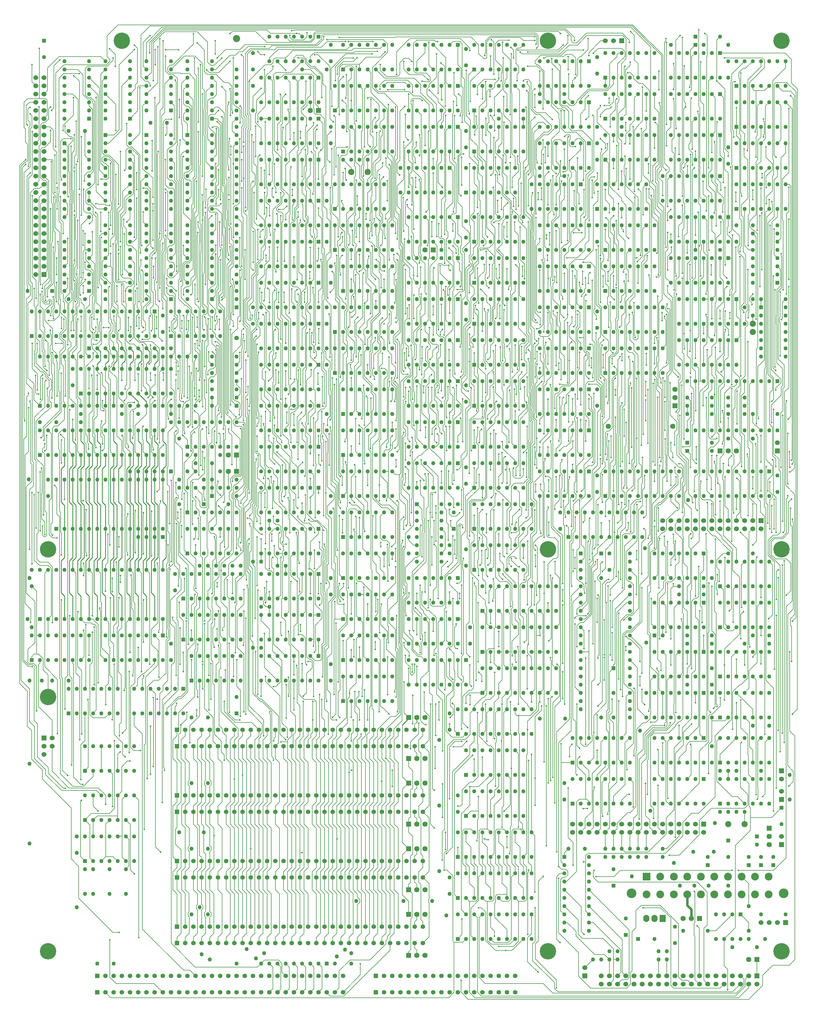
<source format=gbl>
G04*
G04  File:            MAINBOARD-V10.6.7.GBL, Thu Sep 18 12:28:20 2025*
G04  Source:          P-CAD 2006 PCB, Version 19.02.958, (D:\PCAD-2006\Projects\Pentagon-4096\Hardware\MainBoard-v10.6.7.PCB)*
G04  Format:          Gerber Format (RS-274-D), ASCII*
G04*
G04  Format Options:  Absolute Positioning*
G04                   Leading-Zero Suppression*
G04                   Scale Factor 1:1*
G04                   NO Circular Interpolation*
G04                   Inch Units*
G04                   Numeric Format: 4.4 (XXXX.XXXX)*
G04                   G54 NOT Used for Aperture Change*
G04                   Apertures Embedded*
G04*
G04  File Options:    Offset = (0.0mil,0.0mil)*
G04                   Drill Symbol Size = 80.0mil*
G04                   No Pad/Via Holes*
G04*
G04  File Contents:   Pads*
G04                   Vias*
G04                   No Designators*
G04                   No Types*
G04                   No Values*
G04                   No Drill Symbols*
G04                   Bottom*
G04*
%INMAINBOARD-V10.6.7.GBL*%
%ICAS*%
%MOIN*%
G04*
G04  Aperture MACROs for general use --- invoked via D-code assignment *
G04*
G04  General MACRO for flashed round with rotation and/or offset hole *
%AMROTOFFROUND*
1,1,$1,0.0000,0.0000*
1,0,$2,$3,$4*%
G04*
G04  General MACRO for flashed oval (obround) with rotation and/or offset hole *
%AMROTOFFOVAL*
21,1,$1,$2,0.0000,0.0000,$3*
1,1,$4,$5,$6*
1,1,$4,0-$5,0-$6*
1,0,$7,$8,$9*%
G04*
G04  General MACRO for flashed oval (obround) with rotation and no hole *
%AMROTOVALNOHOLE*
21,1,$1,$2,0.0000,0.0000,$3*
1,1,$4,$5,$6*
1,1,$4,0-$5,0-$6*%
G04*
G04  General MACRO for flashed rectangle with rotation and/or offset hole *
%AMROTOFFRECT*
21,1,$1,$2,0.0000,0.0000,$3*
1,0,$4,$5,$6*%
G04*
G04  General MACRO for flashed rectangle with rotation and no hole *
%AMROTRECTNOHOLE*
21,1,$1,$2,0.0000,0.0000,$3*%
G04*
G04  General MACRO for flashed rounded-rectangle *
%AMROUNDRECT*
21,1,$1,$2-$4,0.0000,0.0000,$3*
21,1,$1-$4,$2,0.0000,0.0000,$3*
1,1,$4,$5,$6*
1,1,$4,$7,$8*
1,1,$4,0-$5,0-$6*
1,1,$4,0-$7,0-$8*
1,0,$9,$10,$11*%
G04*
G04  General MACRO for flashed rounded-rectangle with rotation and no hole *
%AMROUNDRECTNOHOLE*
21,1,$1,$2-$4,0.0000,0.0000,$3*
21,1,$1-$4,$2,0.0000,0.0000,$3*
1,1,$4,$5,$6*
1,1,$4,$7,$8*
1,1,$4,0-$5,0-$6*
1,1,$4,0-$7,0-$8*%
G04*
G04  General MACRO for flashed regular polygon *
%AMREGPOLY*
5,1,$1,0.0000,0.0000,$2,$3+$4*
1,0,$5,$6,$7*%
G04*
G04  General MACRO for flashed regular polygon with no hole *
%AMREGPOLYNOHOLE*
5,1,$1,0.0000,0.0000,$2,$3+$4*%
G04*
G04  General MACRO for target *
%AMTARGET*
6,0,0,$1,$2,$3,4,$4,$5,$6*%
G04*
G04  General MACRO for mounting hole *
%AMMTHOLE*
1,1,$1,0,0*
1,0,$2,0,0*
$1=$1-$2*
$1=$1/2*
21,1,$2+$1,$3,0,0,$4*
21,1,$3,$2+$1,0,0,$4*%
G04*
G04*
G04  D10 : "Ellipse X8.0mil Y8.0mil H0.0mil 0.0deg (0.0mil,0.0mil) Draw"*
G04  Disc: OuterDia=0.0080*
%ADD10C, 0.0080*%
G04  D11 : "Ellipse X10.0mil Y10.0mil H0.0mil 0.0deg (0.0mil,0.0mil) Draw"*
G04  Disc: OuterDia=0.0100*
%ADD11C, 0.0100*%
G04  D12 : "Ellipse X15.0mil Y15.0mil H0.0mil 0.0deg (0.0mil,0.0mil) Draw"*
G04  Disc: OuterDia=0.0150*
%ADD12C, 0.0150*%
G04  D13 : "Ellipse X25.0mil Y25.0mil H0.0mil 0.0deg (0.0mil,0.0mil) Draw"*
G04  Disc: OuterDia=0.0250*
%ADD13C, 0.0250*%
G04  D14 : "Ellipse X30.0mil Y30.0mil H0.0mil 0.0deg (0.0mil,0.0mil) Draw"*
G04  Disc: OuterDia=0.0300*
%ADD14C, 0.0300*%
G04  D15 : "Ellipse X40.0mil Y40.0mil H0.0mil 0.0deg (0.0mil,0.0mil) Draw"*
G04  Disc: OuterDia=0.0400*
%ADD15C, 0.0400*%
G04  D16 : "Ellipse X5.0mil Y5.0mil H0.0mil 0.0deg (0.0mil,0.0mil) Draw"*
G04  Disc: OuterDia=0.0050*
%ADD16C, 0.0050*%
G04  D17 : "Ellipse X6.0mil Y6.0mil H0.0mil 0.0deg (0.0mil,0.0mil) Draw"*
G04  Disc: OuterDia=0.0060*
%ADD17C, 0.0060*%
G04  D18 : "Ellipse X9.8mil Y9.8mil H0.0mil 0.0deg (0.0mil,0.0mil) Draw"*
G04  Disc: OuterDia=0.0098*
%ADD18C, 0.0098*%
G04  D19 : "Ellipse X110.0mil Y110.0mil H0.0mil 0.0deg (0.0mil,0.0mil) Flash"*
G04  Disc: OuterDia=0.1100*
%ADD19C, 0.1100*%
G04  D20 : "Ellipse X200.0mil Y200.0mil H0.0mil 0.0deg (0.0mil,0.0mil) Flash"*
G04  Disc: OuterDia=0.2000*
%ADD20C, 0.2000*%
G04  D21 : "Ellipse X215.0mil Y215.0mil H0.0mil 0.0deg (0.0mil,0.0mil) Flash"*
G04  Disc: OuterDia=0.2150*
%ADD21C, 0.2150*%
G04  D22 : "Ellipse X50.0mil Y50.0mil H0.0mil 0.0deg (0.0mil,0.0mil) Flash"*
G04  Disc: OuterDia=0.0500*
%ADD22C, 0.0500*%
G04  D23 : "Ellipse X56.0mil Y56.0mil H0.0mil 0.0deg (0.0mil,0.0mil) Flash"*
G04  Disc: OuterDia=0.0560*
%ADD23C, 0.0560*%
G04  D24 : "Ellipse X60.0mil Y60.0mil H0.0mil 0.0deg (0.0mil,0.0mil) Flash"*
G04  Disc: OuterDia=0.0600*
%ADD24C, 0.0600*%
G04  D25 : "Ellipse X64.0mil Y64.0mil H0.0mil 0.0deg (0.0mil,0.0mil) Flash"*
G04  Disc: OuterDia=0.0640*
%ADD25C, 0.0640*%
G04  D26 : "Ellipse X65.0mil Y65.0mil H0.0mil 0.0deg (0.0mil,0.0mil) Flash"*
G04  Disc: OuterDia=0.0650*
%ADD26C, 0.0650*%
G04  D27 : "Ellipse X71.0mil Y71.0mil H0.0mil 0.0deg (0.0mil,0.0mil) Flash"*
G04  Disc: OuterDia=0.0710*
%ADD27C, 0.0710*%
G04  D28 : "Ellipse X75.0mil Y75.0mil H0.0mil 0.0deg (0.0mil,0.0mil) Flash"*
G04  Disc: OuterDia=0.0750*
%ADD28C, 0.0750*%
G04  D29 : "Ellipse X79.0mil Y79.0mil H0.0mil 0.0deg (0.0mil,0.0mil) Flash"*
G04  Disc: OuterDia=0.0790*
%ADD29C, 0.0790*%
G04  D30 : "Ellipse X90.0mil Y90.0mil H0.0mil 0.0deg (0.0mil,0.0mil) Flash"*
G04  Disc: OuterDia=0.0900*
%ADD30C, 0.0900*%
G04  D31 : "Ellipse X95.0mil Y95.0mil H0.0mil 0.0deg (0.0mil,0.0mil) Flash"*
G04  Disc: OuterDia=0.0950*
%ADD31C, 0.0950*%
G04  D32 : "Oval X75.0mil Y87.0mil H0.0mil 0.0deg (0.0mil,0.0mil) Flash"*
G04  Obround: DimX=0.0750, DimY=0.0870, Rotation=0.0, OffsetX=0.0000, OffsetY=0.0000, HoleDia=0.0000 *
%ADD32O, 0.0750 X0.0870*%
G04  D33 : "Oval X90.0mil Y102.0mil H0.0mil 0.0deg (0.0mil,0.0mil) Flash"*
G04  Obround: DimX=0.0900, DimY=0.1020, Rotation=0.0, OffsetX=0.0000, OffsetY=0.0000, HoleDia=0.0000 *
%ADD33O, 0.0900 X0.1020*%
G04  D34 : "Rectangle X110.0mil Y110.0mil H0.0mil 0.0deg (0.0mil,0.0mil) Flash"*
G04  Square: Side=0.1100, Rotation=0.0, OffsetX=0.0000, OffsetY=0.0000, HoleDia=0.0000*
%ADD34R, 0.1100 X0.1100*%
G04  D35 : "Rectangle X50.0mil Y50.0mil H0.0mil 0.0deg (0.0mil,0.0mil) Flash"*
G04  Square: Side=0.0500, Rotation=0.0, OffsetX=0.0000, OffsetY=0.0000, HoleDia=0.0000*
%ADD35R, 0.0500 X0.0500*%
G04  D36 : "Rectangle X56.0mil Y56.0mil H0.0mil 0.0deg (0.0mil,0.0mil) Flash"*
G04  Square: Side=0.0560, Rotation=0.0, OffsetX=0.0000, OffsetY=0.0000, HoleDia=0.0000*
%ADD36R, 0.0560 X0.0560*%
G04  D37 : "Rectangle X60.0mil Y60.0mil H0.0mil 0.0deg (0.0mil,0.0mil) Flash"*
G04  Square: Side=0.0600, Rotation=0.0, OffsetX=0.0000, OffsetY=0.0000, HoleDia=0.0000*
%ADD37R, 0.0600 X0.0600*%
G04  D38 : "Rectangle X64.0mil Y64.0mil H0.0mil 0.0deg (0.0mil,0.0mil) Flash"*
G04  Square: Side=0.0640, Rotation=0.0, OffsetX=0.0000, OffsetY=0.0000, HoleDia=0.0000*
%ADD38R, 0.0640 X0.0640*%
G04  D39 : "Rectangle X65.0mil Y65.0mil H0.0mil 0.0deg (0.0mil,0.0mil) Flash"*
G04  Square: Side=0.0650, Rotation=0.0, OffsetX=0.0000, OffsetY=0.0000, HoleDia=0.0000*
%ADD39R, 0.0650 X0.0650*%
G04  D40 : "Rectangle X71.0mil Y71.0mil H0.0mil 0.0deg (0.0mil,0.0mil) Flash"*
G04  Square: Side=0.0710, Rotation=0.0, OffsetX=0.0000, OffsetY=0.0000, HoleDia=0.0000*
%ADD40R, 0.0710 X0.0710*%
G04  D41 : "Rectangle X75.0mil Y75.0mil H0.0mil 0.0deg (0.0mil,0.0mil) Flash"*
G04  Square: Side=0.0750, Rotation=0.0, OffsetX=0.0000, OffsetY=0.0000, HoleDia=0.0000*
%ADD41R, 0.0750 X0.0750*%
G04  D42 : "Rectangle X75.0mil Y87.0mil H0.0mil 0.0deg (0.0mil,0.0mil) Flash"*
G04  Rectangular: DimX=0.0750, DimY=0.0870, Rotation=0.0, OffsetX=0.0000, OffsetY=0.0000, HoleDia=0.0000 *
%ADD42R, 0.0750 X0.0870*%
G04  D43 : "Rectangle X79.0mil Y79.0mil H0.0mil 0.0deg (0.0mil,0.0mil) Flash"*
G04  Square: Side=0.0790, Rotation=0.0, OffsetX=0.0000, OffsetY=0.0000, HoleDia=0.0000*
%ADD43R, 0.0790 X0.0790*%
G04  D44 : "Rectangle X90.0mil Y102.0mil H0.0mil 0.0deg (0.0mil,0.0mil) Flash"*
G04  Rectangular: DimX=0.0900, DimY=0.1020, Rotation=0.0, OffsetX=0.0000, OffsetY=0.0000, HoleDia=0.0000 *
%ADD44R, 0.0900 X0.1020*%
G04  D45 : "Rectangle X95.0mil Y95.0mil H0.0mil 0.0deg (0.0mil,0.0mil) Flash"*
G04  Square: Side=0.0950, Rotation=0.0, OffsetX=0.0000, OffsetY=0.0000, HoleDia=0.0000*
%ADD45R, 0.0950 X0.0950*%
G04  D46 : "Ellipse X102.0mil Y102.0mil H0.0mil 0.0deg (0.0mil,0.0mil) Flash"*
G04  Disc: OuterDia=0.1020*
%ADD46C, 0.1020*%
G04  D47 : "Ellipse X118.0mil Y118.0mil H0.0mil 0.0deg (0.0mil,0.0mil) Flash"*
G04  Disc: OuterDia=0.1180*
%ADD47C, 0.1180*%
G04  D48 : "Ellipse X133.0mil Y133.0mil H0.0mil 0.0deg (0.0mil,0.0mil) Flash"*
G04  Disc: OuterDia=0.1330*
%ADD48C, 0.1330*%
G04  D49 : "Ellipse X20.0mil Y20.0mil H0.0mil 0.0deg (0.0mil,0.0mil) Flash"*
G04  Disc: OuterDia=0.0200*
%ADD49C, 0.0200*%
G04  D50 : "Ellipse X35.0mil Y35.0mil H0.0mil 0.0deg (0.0mil,0.0mil) Flash"*
G04  Disc: OuterDia=0.0350*
%ADD50C, 0.0350*%
G04  D51 : "Ellipse X55.0mil Y55.0mil H0.0mil 0.0deg (0.0mil,0.0mil) Flash"*
G04  Disc: OuterDia=0.0550*
%ADD51C, 0.0550*%
G04  D52 : "Ellipse X70.0mil Y70.0mil H0.0mil 0.0deg (0.0mil,0.0mil) Flash"*
G04  Disc: OuterDia=0.0700*
%ADD52C, 0.0700*%
G04  D53 : "Ellipse X87.0mil Y87.0mil H0.0mil 0.0deg (0.0mil,0.0mil) Flash"*
G04  Disc: OuterDia=0.0870*
%ADD53C, 0.0870*%
G04*
%FSLAX44Y44*%
%SFA1B1*%
%OFA0.0000B0.0000*%
G04*
G70*
G90*
G01*
D2*
%LNBottom*%
D10*
X100720Y139520*
X101760Y138480D1*
X100560Y139120D2*
X101480Y138200D1*
X101600Y141440D2*
X101040Y142000D1*
X101560Y141720D2*
Y143280D1*
X101680Y141600D2*
X101560Y141720D1*
X101600Y141200D2*
X100880Y141920D1*
X101880Y146840D2*
Y146600D1*
X101920Y146880D2*
X101880Y146840D1*
X101200Y148880D2*
X101920Y148160D1*
X101640Y167440D2*
X101200Y167000D1*
X101040Y168920D2*
X101400Y169280D1*
X101800Y173320D2*
Y173560D1*
X101880Y173240D2*
X101800Y173320D1*
X101160Y171400D2*
Y171160D1*
X101080Y171480D2*
X101160Y171400D1*
X101600Y174280D2*
Y174520D1*
X101400Y174080D2*
X101600Y174280D1*
X101880Y187600D2*
Y186480D1*
X101640Y187840D2*
X101880Y187600D1*
X101500Y187620D2*
Y187000D1*
X101440Y187680D2*
X101500Y187620D1*
X101600Y202440D2*
Y202200D1*
X101680Y202520D2*
X101600Y202440D1*
X100880Y202040D2*
X101280Y202440D1*
Y203000D2*
X100560Y202280D1*
X101480Y201800D2*
X101080Y201400D1*
X101520Y201800D2*
X101480D1*
X101840Y202120D2*
X101520Y201800D1*
X101200Y202680D2*
X100720Y202200D1*
X101320Y202680D2*
X101200D1*
X101520Y202880D2*
X101320Y202680D1*
X101240Y205160D2*
X101520Y204880D1*
X101080Y206920D2*
X101240Y206760D1*
Y205160*
X101360Y209600D2*
Y207360D1*
X101480Y207240*
X101800Y209360D2*
X101760D1*
X101560Y207840D2*
X101800Y207600D1*
Y207080*
X101760Y209360D2*
X101560Y209160D1*
Y207840*
X104040Y128200D2*
Y128880D1*
X103320Y128600D2*
Y127480D1*
X103720Y128640D2*
Y128040D1*
X102720Y134240D2*
X102320Y134640D1*
X104500Y134676D2*
Y132500D1*
X104000Y140200D2*
X103400Y140800D1*
X102600Y142720D2*
X102320D1*
X102840D2*
X102600D1*
X103400Y142160D2*
X102840Y142720D1*
X102320Y141280D2*
X102160Y141440D1*
X102600Y141240D2*
X102240Y141600D1*
X103000D2*
Y142000D1*
X102856Y141456D2*
X103000Y141600D1*
X102600Y145000D2*
X103000D1*
X102940Y153540D2*
X102320Y154160D1*
X104020Y153540D2*
X102940D1*
X104400Y153160D2*
X104020Y153540D1*
X102640Y154280D2*
X103000Y153920D1*
X104000*
X104560Y153360*
Y158760D2*
X104360Y158560D1*
X103680Y157040D2*
X103840Y157200D1*
X103520Y157040D2*
X103680D1*
X103360Y157200D2*
X103520Y157040D1*
X103360Y158320D2*
Y157200D1*
X104560Y156880D2*
X104160Y157280D1*
X103600D2*
Y158840D1*
X102800Y157520D2*
X102640Y157360D1*
X104360Y158560D2*
Y157440D1*
X104560Y157240*
X103840Y159960D2*
X103600Y160200D1*
X104160Y161440D2*
X104400Y161680D1*
X103200Y162280D2*
X103280Y162360D1*
X102360Y166480D2*
X102560Y166280D1*
Y166560D2*
X103440Y165680D1*
X102080Y166240D2*
X102240Y166080D1*
X103200Y165160D2*
Y165400D1*
X103280Y165080D2*
X103200Y165160D1*
X103840Y167720D2*
X103600Y167480D1*
X103360Y167360D2*
Y167760D1*
X103600Y167120D2*
X103360Y167360D1*
X103400Y169320D2*
X103160Y169080D1*
X104400Y169600D2*
X104000Y170000D1*
X104800Y170520D2*
X104560Y170280D1*
X103400Y170400D2*
Y169320D1*
X103560Y168840D2*
X103520Y168800D1*
X103560Y170200D2*
Y168840D1*
X103000Y173000D2*
X102280Y173720D1*
X103000Y173400D2*
X103360Y173760D1*
X103000Y173000D2*
Y173400D1*
X103600Y172840D2*
X102360Y171600D1*
X104400Y172840D2*
X103880Y172320D1*
X103760*
X102560Y171120*
X104200Y173560D2*
X104400Y173360D1*
Y172840*
X102600Y174440D2*
X102840D1*
X102480Y174560D2*
X102600Y174440D1*
X102480Y176680D2*
Y174560D1*
X103920Y174240D2*
Y175080D1*
X104000Y174160D2*
X103920Y174240D1*
X104400Y175000D2*
X104200Y174800D1*
X104560Y174720D2*
X104480Y174640D1*
X104560Y176800D2*
Y174720D1*
X103080Y176480D2*
X103360Y176760D1*
X104160Y175320D2*
X103920Y175080D1*
X103600Y175920D2*
X103760Y176080D1*
X103920Y176840D2*
Y176600D1*
X104400Y176120*
Y175000*
X103720Y176760D2*
Y176520D1*
X104160Y176080*
Y175320*
X102720Y176880D2*
Y174920D1*
X104000Y178440D2*
X104160Y178280D1*
X104000Y179000D2*
Y178440D1*
X102440Y179680D2*
X102360Y179600D1*
Y177920*
X103160Y177120*
X102680Y179480D2*
X102560Y179360D1*
Y178200*
X103640Y178040D2*
X103600Y178080D1*
X103640Y177800D2*
Y178040D1*
X104600Y179400D2*
X104480Y179480D1*
X104600Y179400D2*
Y178240D1*
X104240Y179400D2*
X104400Y179240D1*
X104600Y178240D2*
X104820Y178020D1*
X103400Y177680D2*
X103560Y177520D1*
X103640*
X103880Y177280*
X103160Y177120D2*
X103360D1*
X103280Y179640D2*
X103400Y179520D1*
Y177680*
X103600Y179760D2*
X103480Y179880D1*
X103600Y178080D2*
Y179760D1*
X103000Y180800D2*
X102600Y181200D1*
X103000Y182320D2*
X103400Y181920D1*
X104280Y181760D2*
X104400Y181640D1*
X103600Y182520D2*
X103400Y182720D1*
X104280Y182200D2*
Y181760D1*
X104400Y181640D2*
Y180440D1*
X104240Y180280*
X104000Y180720D2*
X103720Y181000D1*
X103400Y181920D2*
Y181320D1*
X103280Y181200*
X103480Y181080D2*
X103600Y181200D1*
Y182520*
X103640Y185600D2*
X103480Y185760D1*
X103800Y185600D2*
X103640D1*
X104120Y185920D2*
X103800Y185600D1*
X104280Y185920D2*
X104120D1*
X104440Y185760D2*
X104280Y185920D1*
X104440Y185400D2*
Y185760D1*
X104280Y185240D2*
X104440Y185400D1*
X104200Y185240D2*
X104280D1*
X103600Y184640D2*
X104200Y185240D1*
X103600Y183400D2*
Y184640D1*
X104400Y184400D2*
X104360Y184360D1*
X104400Y184920D2*
Y184400D1*
X104640Y185160D2*
X104400Y184920D1*
X102600Y185120D2*
X102800Y185320D1*
X102320Y185120D2*
X102440Y185000D1*
X104200Y185400D2*
Y185680D1*
X103600Y185400D2*
X104200D1*
X103280Y185720D2*
X103600Y185400D1*
X104040Y183400D2*
X104760D1*
X104600Y184760D2*
X104800Y184960D1*
X104600Y183960D2*
Y184760D1*
X104680Y183880D2*
X104600Y183960D1*
X104680Y183640D2*
Y183880D1*
X103400Y184760D2*
X103040Y185120D1*
X104360Y184360D2*
Y184000D1*
X103720Y187200D2*
X104400Y187880D1*
X103560Y187520D2*
X104240Y188200D1*
X103560Y186440D2*
Y187520D1*
X103480Y186360D2*
X103560Y186440D1*
X102800Y187960D2*
X102920Y188080D1*
X103320Y187760D2*
X104080Y188520D1*
X103320Y187280D2*
Y187760D1*
X102560Y188280D2*
X102080Y188760D1*
X102560Y186080D2*
Y188280D1*
X103960Y187200D2*
X104640Y187880D1*
X103960Y186280D2*
Y187200D1*
X104880Y187520D2*
X104800Y187600D1*
X104880Y186120D2*
Y187520D1*
X104800Y186040D2*
X104880Y186120D1*
X104800Y191680D2*
X104880Y191760D1*
X104400Y192840D2*
X104560Y193000D1*
X104240Y193080D2*
X104320Y193160D1*
X104880Y194120D2*
X104720Y194280D1*
X104560Y197640D2*
X104400Y197800D1*
X103400Y200480D2*
X103080Y200800D1*
X103640Y200480D2*
X103400D1*
X103920Y200200D2*
X103640Y200480D1*
X102920Y198420D2*
X103500Y199000D1*
X102980Y199480D2*
X103500Y200000D1*
X102360Y199480D2*
X102980D1*
X102920Y200420D2*
X102500Y200000D1*
X104500Y203000D2*
X103500D1*
X104620Y202880D2*
X104500Y203000D1*
X104320Y205200D2*
Y206560D1*
X103600Y204480D2*
X104320Y205200D1*
X103360Y204480D2*
X103600D1*
X103080Y204200D2*
X103360Y204480D1*
X102920Y205420D2*
X102500Y205000D1*
X103080Y204840D2*
X102920Y204680D1*
X104640Y204320D2*
Y206600D1*
X103360Y207480D2*
X103080Y207200D1*
X103600Y207480D2*
X103360D1*
X104080Y207960D2*
X103600Y207480D1*
X104080Y209200D2*
Y207960D1*
X104320Y209440D2*
X104080Y209200D1*
X103920Y208420D2*
X103500Y208000D1*
X104720Y209280D2*
X104440Y209000D1*
X103500Y211000D2*
X103960Y211460D1*
X102040Y212460D2*
X102500Y212000D1*
X103720Y210440D2*
X103920Y210240D1*
X102960Y210440D2*
X103720D1*
X105760Y128560D2*
X106400Y127920D1*
X106120Y126360D2*
X105880D1*
X105500Y128140D2*
X107040Y126600D1*
X106880Y129440D2*
X106920Y129480D1*
X106880Y129200D2*
Y129440D1*
X106920Y139800D2*
X106600Y140120D1*
X107400Y140400D2*
X107880Y139920D1*
X106080Y139800D2*
X106400Y140120D1*
X105600Y139960D2*
X105760Y139800D1*
X105400D2*
X105500Y139700D1*
X107000Y142000D2*
Y141600D1*
X107120Y141480*
X106640Y147160D2*
Y147400D1*
X106600Y147120D2*
X106640Y147160D1*
X105640Y149080D2*
X105600Y149040D1*
X105640Y149320D2*
Y149080D1*
X107640Y147640D2*
X107600Y147600D1*
X107640Y147880D2*
Y147640D1*
D2*
D11*
X106600Y154100*
X107000Y154500D1*
X105600Y154100D2*
X106000Y154500D1*
X107000Y154100D2*
X107400Y154500D1*
D2*
D10*
X105640Y157520*
X105560Y157600D1*
D2*
D11*
X106600Y161250*
X107000Y160850D1*
X105600Y161250D2*
X106000Y160850D1*
X107400D2*
X107000Y161250D1*
D2*
D10*
X105560Y160000*
X105400Y160160D1*
X105080Y159800D2*
X105400Y159480D1*
X105640Y166280D2*
X105600Y166320D1*
X105640Y166040D2*
Y166280D1*
D2*
D11*
X107000Y165700*
X106600Y165300D1*
X107000Y167000D2*
Y165700D1*
D2*
D10*
Y167000*
X106600Y167400D1*
D2*
D11*
X106000Y165700*
X105600Y165300D1*
X106000Y167000D2*
Y165700D1*
X107400D2*
X107000Y165300D1*
D2*
D10*
X105400Y167640*
X105280Y167760D1*
X105640Y168600D2*
Y168840D1*
X105600Y168560D2*
X105640Y168600D1*
X107400Y169120D2*
X107360Y169080D1*
Y168840*
D2*
D11*
X107000Y168700*
X107400Y168300D1*
X107000Y170000D2*
Y168700D1*
D2*
D10*
X106000Y169040*
X105560Y169480D1*
X105680Y170000D2*
X106000D1*
X105280Y169600D2*
X105680Y170000D1*
X106600Y172320D2*
X106640Y172360D1*
X106000Y173400D2*
X105880Y173520D1*
X106000Y173000D2*
Y173400D1*
X107000Y173000D2*
X106440D1*
X106640Y172360D2*
Y172520D1*
X106000Y173000D2*
Y171320D1*
X106440Y172840D2*
Y173000D1*
X106400Y172800D2*
X106440Y172840D1*
X105320Y174800D2*
X105440Y174680D1*
X107440Y178560D2*
X107000Y179000D1*
Y179480*
X106000Y178600D2*
X106120Y178480D1*
X106000Y179000D2*
Y178600D1*
X105600Y179280D2*
X106160Y179840D1*
X105600Y178120D2*
Y179280D1*
X105880Y177840D2*
X105600Y178120D1*
X105440Y177480D2*
X105320Y177360D1*
X105440Y179600D2*
Y177480D1*
X105600Y181680D2*
X106200Y182280D1*
X105600Y181360D2*
Y181680D1*
X105920Y181040D2*
X105600Y181360D1*
X105960Y181040D2*
X105920D1*
X106160Y180840D2*
X105960Y181040D1*
X106800Y180720D2*
Y180240D1*
X106560Y180960D2*
X106800Y180720D1*
X105960Y182360D2*
X105440Y181840D1*
Y181200*
X105960Y180680*
Y180120*
X107800Y185200D2*
X107560Y184960D1*
Y184000*
X107400Y183840*
X107640Y183320D2*
Y183560D1*
X107560Y183240D2*
X107640Y183320D1*
X107400Y184200D2*
X107160Y183960D1*
X107400Y185320D2*
Y184200D1*
X107600Y185520D2*
X107400Y185320D1*
X105560Y184320D2*
Y185920D1*
X106200Y183680D2*
X105560Y184320D1*
X106920Y185840D2*
X106560Y185480D1*
X105400Y185280D2*
X105280Y185400D1*
X105400Y184040D2*
Y185280D1*
X106080Y185840D2*
X106400Y185520D1*
X106000Y185560D2*
X105880Y185680D1*
X106000Y184500D2*
Y185560D1*
X107000Y183360D2*
X106800Y183160D1*
X107000Y184500D2*
Y183360D1*
Y184880D2*
X107080Y184960D1*
X107000Y184500D2*
Y184880D1*
X107240Y185800D2*
X107360Y185680D1*
X107600Y185800D2*
Y185520D1*
X107800Y185880D2*
Y185200D1*
X106000Y187000D2*
X106400Y187400D1*
X107120Y188320D2*
X107200Y188240D1*
X107520Y188760D2*
X107600Y188680D1*
X107280Y188640D2*
X107440Y188480D1*
X106400Y186480D2*
X106080Y186160D1*
X106440Y186480D2*
X106400D1*
X106640Y186680D2*
X106440Y186480D1*
X105880Y186560D2*
X105600Y186840D1*
X107080Y187000D2*
X106960Y187120D1*
X107440Y188480D2*
Y188120D1*
X107240Y187920*
X107600Y188680D2*
Y188040D1*
X106800Y186880D2*
X106920Y186760D1*
X107400Y187840D2*
X107600Y188040D1*
X107560Y187760D2*
Y186120D1*
X107800Y188000D2*
X107560Y187760D1*
X107720Y187680D2*
Y186240D1*
X107880Y187560D2*
Y186560D1*
X106400Y187400D2*
Y188520D1*
X107200Y190280D2*
X107120Y190200D1*
X107200Y190720D2*
Y190280D1*
X106000Y190000D2*
X106400Y190400D1*
X107520Y189680D2*
X107600Y189760D1*
X107520Y189040D2*
Y189680D1*
X107440Y190000D2*
X107280Y189840D1*
X107360Y193240D2*
X107440Y193160D1*
X105200Y192760D2*
Y193000D1*
X105280Y192680D2*
X105200Y192760D1*
X105840Y195400D2*
X105560Y195680D1*
X107440Y196040D2*
X107360Y195960D1*
X106400Y196400D2*
Y197600D1*
X106000Y196000D2*
X106400Y196400D1*
X105600Y195240D2*
X105360Y195480D1*
Y197880*
X106960Y197680D2*
X107040Y197760D1*
X106880Y197920D2*
X106800Y197840D1*
X105560Y200880D2*
X105600Y200840D1*
Y200520*
X105560Y198440D2*
X105520Y198480D1*
X105280Y198840D2*
X105360Y198920D1*
X107040Y199200D2*
X106960Y199280D1*
X106800Y199160D2*
X106880Y199080D1*
X106400Y198560D2*
X106480Y198480D1*
X106640Y198960D2*
X106720Y198880D1*
Y198080*
X107200Y203360D2*
Y202000D1*
X107440Y203600D2*
X107200Y203360D1*
X107600Y203000D2*
Y202760D1*
X107680Y203080D2*
X107600Y203000D1*
X106560Y201560D2*
X106640Y201480D1*
X106400Y204600D2*
X106000Y205000D1*
X107040Y205280D2*
X106560Y204800D1*
X107040Y205640D2*
Y205280D1*
X106880Y205800D2*
X107040Y205640D1*
X106640Y205800D2*
X106880D1*
X106080Y206360D2*
X106640Y205800D1*
X107200Y204080D2*
Y206040D1*
X105880Y205560D2*
X105560Y205240D1*
X106800Y205560D2*
X105880D1*
X107120Y208440D2*
X105840Y207160D1*
X107000Y211000D2*
X107680Y210320D1*
X106000Y211000D2*
X107000D1*
X107600Y214000D2*
X106000D1*
X105920Y213480D2*
X107800D1*
X109120Y117880D2*
X109500Y117500D1*
Y122500D2*
Y120500D1*
X108500Y122500D2*
X109120Y121880D1*
X109520Y125480D2*
X109500Y125500D1*
X109520Y124200D2*
Y125480D1*
X110120Y123600D2*
X109520Y124200D1*
X109500Y127780D2*
Y128500D1*
X108320Y126600D2*
X109500Y127780D1*
X108920Y128920D2*
X108500Y128500D1*
X109880Y135880D2*
X109500Y135500D1*
X108880Y136960D2*
X108920Y136920D1*
X108880Y137200D2*
Y136960D1*
X108500Y138500D2*
X108600Y138600D1*
X109120Y141400D2*
X109400Y141680D1*
X109920Y146560D2*
X110120Y146360D1*
X109880Y146560D2*
X109920D1*
X109680Y146360D2*
X109880Y146160D1*
X109440Y146360D2*
X109680D1*
X109280Y146520D2*
X109440Y146360D1*
X108480Y146520D2*
X109280D1*
X108360Y145400D2*
X108400Y145360D1*
X108360Y145640D2*
Y145400D1*
X110400Y149120D2*
X110560Y148960D1*
X110320Y148080D2*
X110400Y148000D1*
X110320Y148320D2*
Y148080D1*
X108360Y152520D2*
X108400Y152560D1*
X108360Y152280D2*
Y152520D1*
X108720Y154960D2*
X108600Y155080D1*
X108720Y154720D2*
Y154960D1*
D2*
D11*
X109600Y154100*
X110000Y154500D1*
X108600Y154100D2*
X109000Y154500D1*
Y154100D2*
X109400Y154500D1*
X110000Y154100D2*
X110400Y154500D1*
D2*
D10*
X108360Y153560*
Y153800D1*
X108400Y153520D2*
X108360Y153560D1*
X108640Y160080D2*
Y160320D1*
X108600Y160040D2*
X108640Y160080D1*
D2*
D11*
X109600Y161250*
X110000Y160850D1*
X108600Y161250D2*
X109000Y160850D1*
X109400D2*
X109000Y161250D1*
X110400Y160850D2*
X110000Y161250D1*
Y165700D2*
X109600Y165300D1*
X110000Y167000D2*
Y165700D1*
D2*
D10*
Y167000*
X109600Y167400D1*
D2*
D11*
X109000Y165700*
X108600Y165300D1*
X109000Y167000D2*
Y165700D1*
X109400D2*
X109000Y165300D1*
X110000D2*
X110400Y165700D1*
D2*
D10*
X108640Y167360*
X109000Y167000D1*
X110640Y167520D2*
X110880Y167760D1*
X109600Y169120D2*
X109440Y169280D1*
D2*
D11*
X109000Y168700*
X109400Y168300D1*
X109000Y170000D2*
Y168700D1*
X110000D2*
Y170000D1*
X110400Y168300D2*
X110000Y168700D1*
D2*
D10*
X110440Y170760*
X110560Y170880D1*
X110440Y169280D2*
Y170760D1*
X110640Y169080D2*
X110440Y169280D1*
X110640Y168360D2*
Y169080D1*
X110600Y169640D2*
Y170480D1*
X110880Y169360D2*
X110600Y169640D1*
X109760Y168200D2*
X109840Y168120D1*
X109760Y169440D2*
Y168200D1*
X109600Y169600D2*
X109760Y169440D1*
X108600Y169480D2*
X108800Y169280D1*
Y168520*
X108960Y168360*
X108400Y168600D2*
X108640Y168360D1*
X109440Y171600D2*
X109600Y171760D1*
X109000Y171960D2*
X109400Y172360D1*
X110640Y173400D2*
Y173640D1*
X110600Y173360D2*
X110640Y173400D1*
X110600Y172825D2*
Y173360D1*
X110800Y172625D2*
X110600Y172825D1*
X110935Y172625D2*
X110800D1*
X110560Y172400D2*
X110800D1*
X110400Y172560D2*
X110560Y172400D1*
X110000Y171720D2*
X109600Y171320D1*
X110000Y173000D2*
Y171720D1*
X109360Y176480D2*
Y176720D1*
X109400Y176440D2*
X109360Y176480D1*
X110000Y176720D2*
Y175000D1*
X110640Y175520D2*
Y176920D1*
X110000Y179000D2*
Y179400D1*
X109000Y179000D2*
X108600Y179400D1*
D2*
D11*
X110000Y178100*
Y177500D1*
X110400Y178500D2*
X110000Y178100D1*
X110400Y179600D2*
Y178500D1*
D2*
D10*
X109600Y177760*
X109520Y177840D1*
X110000Y177500D2*
Y177160D1*
X109520Y179440D2*
Y178680D1*
X108600Y177760*
X110280Y182080D2*
X110400Y181960D1*
X110560Y182120D2*
X110480Y182200D1*
X110560Y180560D2*
Y182120D1*
X110120Y182040D2*
Y182840D1*
X110000Y181920D2*
X110120Y182040D1*
X110000Y181500D2*
Y181920D1*
X109840Y182055D2*
Y182560D1*
X109625Y181840D2*
X109840Y182055D1*
X109625Y181095D2*
Y181840D1*
X109560Y182280D2*
X109360Y182480D1*
X109120Y182200D2*
X109400Y181920D1*
Y181200D2*
Y181920D1*
X109280Y181080D2*
X109400Y181200D1*
X109280Y180440D2*
Y181080D1*
X109400Y180320D2*
X109280Y180440D1*
X110400Y180920D2*
X109960Y180480D1*
X109560*
X110400Y181960D2*
Y180920D1*
X109960Y180960D2*
X109760D1*
X109625Y181095*
X109400Y184200D2*
X109120Y183920D1*
X108600Y184800D2*
X109080Y185280D1*
X108040Y185600D2*
X108400Y185240D1*
X109600Y185440D2*
X109720Y185560D1*
X109600Y183560D2*
Y185440D1*
X109880Y185600D2*
X110400Y185080D1*
X108040Y185920D2*
Y185600D1*
X110400Y185080D2*
Y183280D1*
X110280Y183160*
X109560Y186400D2*
X109400Y186240D1*
X109080Y186320D2*
X109400Y186640D1*
X108280Y188480D2*
X108040Y188240D1*
X108320Y187640D2*
Y186760D1*
X110560Y187640D2*
X110280Y187920D1*
X110600Y188840D2*
X110880Y188560D1*
X108040Y188240D2*
Y188000D1*
X108560Y188400D2*
Y188240D1*
X110080Y187440D2*
X110120Y187400D1*
X108600Y191640D2*
Y190760D1*
X109000Y190000D2*
X109560Y189440D1*
X108720Y189560D2*
X108520Y189760D1*
X109000Y189560D2*
X108720D1*
X109400Y189160D2*
X109000Y189560D1*
X108280Y189240D2*
Y191760D1*
X109400Y191400D2*
X109000Y191000D1*
X109720Y190280D2*
X109000Y191000D1*
Y190000D2*
Y190360D1*
X108600Y190760*
X108520Y189760D2*
Y190480D1*
X110280Y193680D2*
X110600Y194000D1*
X108280Y192560D2*
Y194320D1*
X110520Y193520D2*
X110440Y193440D1*
X109000Y196000D2*
X108040Y195040D1*
X110080Y197640D2*
X110160Y197560D1*
X109840Y197640D2*
X110080D1*
X109440Y195560D2*
X109080Y195200D1*
X109800Y196560D2*
X110080Y196280D1*
X109440Y196200D2*
Y195560D1*
X108600Y197800D2*
X108920Y197480D1*
X109160*
X109500Y197140D2*
Y196420D1*
X109880Y196040*
X109160Y197480D2*
X109500Y197140D1*
X108680Y196480D2*
X109160D1*
X108360Y196800D2*
X108680Y196480D1*
X109160D2*
X109440Y196200D1*
X110840Y200600D2*
X110800Y200640D1*
X109720Y200160D2*
X109120Y199560D1*
X109000*
X108600Y199160*
X110800Y200640D2*
X110480D1*
X110880Y203560D2*
X110600Y203840D1*
Y202840D2*
X110880Y202560D1*
X110600Y203200D2*
Y202840D1*
X110800Y203400D2*
X110600Y203200D1*
X108500Y203500D2*
X109000Y203000D1*
X109400Y201760D2*
X109120Y201480D1*
X108840*
X108440Y201080*
X109560Y209800D2*
X109440Y209920D1*
X109000Y209560D2*
X109400Y209160D1*
X110120Y210880D2*
X109000Y212000D1*
X108800Y210400D2*
X108280Y210920D1*
X109160Y210400D2*
X108800D1*
X109440Y210120D2*
X109160Y210400D1*
X108560Y210880D2*
X108880Y210560D1*
X109240*
X109720Y210080*
X108840Y214400D2*
X108560Y214120D1*
X112320Y102560D2*
X111560Y103320D1*
X111920Y108800D2*
X112680D1*
X113500Y116500D2*
X113880Y116880D1*
X111960Y118040D2*
X112500Y117500D1*
X113040Y117960D2*
X113500Y117500D1*
X111960Y118040D2*
X111040D1*
X113880Y120120D2*
X113500Y120500D1*
X112520Y120520D2*
X112500Y120500D1*
X113040Y120520D2*
X112520D1*
X111500Y122500D2*
X111040Y122040D1*
Y124400D2*
Y125520D1*
X111520Y123280D2*
X112120Y123880D1*
X113500Y125500D2*
X113040Y125040D1*
X111880Y128120D2*
X111500Y128500D1*
X112520Y128480D2*
X112500Y128500D1*
X113120Y130480D2*
X113400Y130200D1*
X113120Y131880D2*
Y130480D1*
X112800Y130800D2*
X112520Y130520D1*
X113560Y133560D2*
X113080Y133080D1*
X112720Y134160D2*
Y132760D1*
X112960Y134400D2*
X112720Y134160D1*
X112600Y140520D2*
X112960Y140160D1*
X111560D2*
X111880Y139840D1*
X111400Y139200D2*
X111040Y138840D1*
X113320Y138520D2*
Y138280D1*
X113400Y138600D2*
X113320Y138520D1*
X112440Y138560D2*
X112500Y138500D1*
X111400Y143760D2*
X111560Y143600D1*
X113000Y145920D2*
X112600Y145520D1*
X112000Y146160D2*
Y145000D1*
X112400Y146560D2*
X112000Y146160D1*
X112600Y146120D2*
X112440Y145960D1*
X112640Y149360D2*
X112600Y149320D1*
X112640Y149600D2*
Y149360D1*
X111840Y151960D2*
Y150320D1*
X112840Y152280D2*
Y151480D1*
D2*
D11*
X112600Y154100*
X113000Y154500D1*
X111600Y154100D2*
X112000Y154500D1*
X112400D2*
X112000Y154100D1*
D2*
D10*
X112360Y153680*
X112400Y153640D1*
X112360Y153920D2*
Y153680D1*
X113720Y155080D2*
X113600Y155200D1*
X113720Y154840D2*
Y155080D1*
X111560Y158360D2*
Y156040D1*
X111400Y158520D2*
X111560Y158360D1*
D2*
D11*
X112600Y161250*
X113000Y160850D1*
X111600Y161250D2*
X112000Y160850D1*
Y161250D2*
X112400Y160850D1*
D2*
D10*
X113760Y159600*
Y159840D1*
X113600Y159440D2*
X113760Y159600D1*
D2*
D11*
X113000Y165700*
X112600Y165300D1*
X113000Y167000D2*
Y165700D1*
X112000D2*
X111600Y165300D1*
X112000Y167000D2*
Y165700D1*
D2*
D10*
Y167000*
X111600Y167400D1*
D2*
D11*
X112400Y165700*
X112000Y165300D1*
D2*
D10*
X113180Y167540*
X113400Y167320D1*
X113000Y168720D2*
X112400Y169320D1*
D2*
D11*
X112000Y168700*
X112400Y168300D1*
X112000Y170000D2*
Y168700D1*
D2*
D10*
X113800Y168200*
X113600Y168400D1*
X113040Y169360D2*
X113180Y169220D1*
X113625Y173945D2*
X113320Y173640D1*
X113600Y173200D2*
X113800Y173400D1*
X111600Y176200D2*
X111400Y176400D1*
X113400Y175400D2*
X113600Y175600D1*
X113400Y175040D2*
Y175400D1*
X112600Y179000D2*
X113000D1*
D2*
D11*
X111400Y178500*
Y179600D1*
X112000Y178100D2*
Y177500D1*
X112400Y178500D2*
X112000Y178100D1*
X112400Y179600D2*
Y178500D1*
X113400D2*
Y179600D1*
X113000Y178100D2*
X113400Y178500D1*
X113000Y177500D2*
Y178100D1*
D2*
D10*
X111600Y179400*
X112000Y179000D1*
X113600Y179760D2*
X113500Y179860D1*
X111500D2*
X111600Y179760D1*
Y179400*
X111400Y177760D2*
X111480Y177840D1*
X112000Y178360D2*
X111800Y178160D1*
Y177840*
X111560Y177600*
Y177240*
X112000Y179000D2*
Y178360D1*
X112600Y180480D2*
X112400Y180680D1*
X111600Y181080D2*
X112000Y180680D1*
X112560Y181080D2*
X113000Y180640D1*
X111960Y182120D2*
X111600Y181760D1*
Y181080*
X111680Y182200D2*
X111440Y181960D1*
Y180440*
X111680Y182880D2*
Y182200D1*
X112800Y182320D2*
X112600Y182120D1*
X112360Y182040D2*
X112560Y181840D1*
Y181080*
X112400Y180680D2*
Y181720D1*
X112180Y181940*
X113500Y180300D2*
X113400Y180400D1*
X111440Y180440D2*
X111500Y180380D1*
X112560Y185200D2*
Y183920D1*
X111600Y183640D2*
X111760Y183480D1*
X113560Y185480D2*
X113480Y185560D1*
X113400Y185000D2*
X113000Y185400D1*
X111760Y183480D2*
Y183160D1*
X112120Y185640D2*
X112560Y185200D1*
X111920Y185160D2*
X112400Y184680D1*
X111760Y184960D2*
X111600Y184800D1*
Y183640*
X112040Y183280D2*
Y183920D1*
X112560D2*
X112800Y183680D1*
X112180Y183140D2*
X112040Y183280D1*
X112400Y184240D2*
X112360Y184200D1*
X112400Y184680D2*
Y184240D1*
X113400Y188160D2*
X113560Y188000D1*
X112520Y188160D2*
X113400D1*
X112360Y188320D2*
X112520Y188160D1*
X112400Y188000D2*
X112200Y188200D1*
X113080Y188000D2*
X112400D1*
X113240Y187840D2*
X113080Y188000D1*
X113200Y188560D2*
X112840Y188920D1*
X113480Y187240D2*
X113800Y187560D1*
X113480Y187000D2*
Y187240D1*
X111960Y188120D2*
X112120Y187960D1*
X111800Y188000D2*
X111920Y187880D1*
X111400Y187480D2*
X111480Y187520D1*
X111640Y190000D2*
Y191560D1*
Y190000D2*
X111800Y189840D1*
X112440Y192760D2*
X112360Y192680D1*
X112200Y193160D2*
X112280Y193240D1*
X111640Y193280D2*
X112120Y193760D1*
X111640Y192440D2*
Y193280D1*
X113240Y194880D2*
X113560Y194560D1*
X113000Y194760D2*
X113080Y194680D1*
X113560Y194560D2*
Y192760D1*
X113840Y192480*
X111400Y194500D2*
X111520Y194520D1*
X112840Y197360D2*
X112440Y196960D1*
X113320Y196760D2*
X112840Y196280D1*
X113120Y197120D2*
X112600Y196600D1*
X111080Y197440D2*
X111520D1*
X111920Y196640D2*
X111880Y196600D1*
X111640Y196760D2*
X111760Y196880D1*
Y197840*
X113520Y196560D2*
X113000Y196040D1*
X111400Y200800D2*
X111200Y200600D1*
X112120Y198120D2*
X112040Y198200D1*
X111520Y203000D2*
X111880Y202640D1*
X112600Y202400D2*
X111440Y203560D1*
X112040Y202720D2*
X111360Y203400D1*
X113520Y201840D2*
X113360Y201680D1*
X111400Y205000D2*
X113000Y206600D1*
X112680Y206640D2*
X112040Y206000D1*
X113760Y204400D2*
X113520Y204160D1*
X113800Y204560D2*
X113600Y204760D1*
X111160Y214560D2*
X111560Y214960D1*
X111960Y215400D2*
Y215120D1*
X111240Y214400*
X111560Y215200D2*
X111200Y215560D1*
X111560Y214960D2*
Y215200D1*
X112200Y215840D2*
Y214360D1*
X114040Y116440D2*
X114560Y115920D1*
X115080Y124920D2*
X114500Y125500D1*
X114480Y130960D2*
X115280D1*
X114080Y131360D2*
X114480Y130960D1*
X115760Y131640D2*
X115920Y131800D1*
X116840Y129280D2*
X116880Y129320D1*
X116840Y129040D2*
Y129280D1*
X114500Y134000D2*
X115520Y132980D1*
X116840Y137200D2*
Y137440D1*
X116880Y137160D2*
X116840Y137200D1*
X114600Y139240D2*
X114080Y138720D1*
X115560Y140320D2*
X115720D1*
X114920Y139680D2*
X115560Y140320D1*
X114920Y138920D2*
Y139680D1*
X114500Y138500D2*
X114920Y138920D1*
X115500Y139660D2*
Y138500D1*
X115680Y139840D2*
X115500Y139660D1*
X115680Y140080D2*
Y139840D1*
X114360Y140320D2*
Y140080D1*
X114400Y140360D2*
X114360Y140320D1*
X116120Y138720D2*
X116920Y139520D1*
X115000Y142000D2*
Y143520D1*
X115640Y144440D2*
Y144200D1*
X115600Y144480D2*
X115640Y144440D1*
Y149080D2*
X115600Y149040D1*
X115640Y149320D2*
Y149080D1*
X114400Y149120D2*
X114600Y148920D1*
X114200Y148320D2*
X114400Y148120D1*
X114160Y152120D2*
X114200Y152080D1*
X114160Y152360D2*
Y152120D1*
D2*
D11*
X114600Y154100*
X115000Y154500D1*
X115600Y154100D2*
X116000Y154500D1*
Y154100D2*
X116400Y154500D1*
X115000Y154100D2*
X115400Y154500D1*
D2*
D10*
X115640Y155160*
X115600Y155200D1*
X115640Y154920D2*
Y155160D1*
X114640Y155320D2*
X114600Y155360D1*
X114640Y155080D2*
Y155320D1*
X116640Y154920D2*
X116600Y154960D1*
X116640Y154680D2*
Y154920D1*
D2*
D11*
X115000Y158000*
Y157000D1*
X116000Y158000D2*
Y157000D1*
X114600Y161250D2*
X115000Y160850D1*
X115600Y161250D2*
X116000Y160850D1*
X116400D2*
X116000Y161250D1*
X115400Y160850D2*
X115000Y161250D1*
D2*
D10*
X115640Y159720*
Y159960D1*
X115600Y159680D2*
X115640Y159720D1*
X114640Y160000D2*
Y160240D1*
X114600Y159960D2*
X114640Y160000D1*
X116640Y159920D2*
Y160160D1*
X116600Y159880D2*
X116640Y159920D1*
D2*
D11*
X115000Y165700*
X114600Y165300D1*
X115000Y167000D2*
Y165700D1*
D2*
D10*
Y167000*
X114600Y167400D1*
D2*
D11*
X116000Y165700*
X115600Y165300D1*
X116000Y167000D2*
Y165700D1*
D2*
D10*
Y167000*
X115600Y167400D1*
D2*
D11*
X116400Y165700*
X116000Y165300D1*
X115400Y165700D2*
X115000Y165300D1*
D2*
D10*
X116840Y167640*
Y167880D1*
X114360Y169280D2*
X114400Y169320D1*
X114360Y169040D2*
Y169280D1*
X116600Y168960D2*
X116440Y169120D1*
D2*
D11*
X116000Y168700*
X116400Y168300D1*
X116000Y170000D2*
Y168700D1*
X115000D2*
X115400Y168300D1*
X115000Y170000D2*
Y168700D1*
D2*
D10*
X116760Y169280*
X116600Y169440D1*
X115600Y168840D2*
X115520Y168920D1*
Y170400*
X115600Y170480*
D2*
D11*
X116000Y173000*
Y173500D1*
D2*
D10*
Y171960*
Y173000D1*
D2*
D11*
X115000*
Y173500D1*
D2*
D10*
X114560Y172560*
X115000Y173000D1*
X114320Y172560D2*
X114560D1*
X116400Y175360D2*
Y174200D1*
X116000Y175760D2*
X116400Y175360D1*
X116000Y175040D2*
X115600Y175440D1*
X116000Y174500D2*
Y175040D1*
X116560Y174280D2*
Y175120D1*
X116800Y174040D2*
X116560Y174280D1*
X115000Y174500D2*
Y176880D1*
X116520Y176120D2*
X116560Y176080D1*
D2*
D11*
X116400Y178500*
Y179600D1*
X116000Y178100D2*
X116400Y178500D1*
X116000Y177500D2*
Y178100D1*
X114400Y179600D2*
Y178500D1*
X115000Y178100D2*
Y177500D1*
X115400Y178500D2*
X115000Y178100D1*
X115400Y179600D2*
Y178500D1*
D2*
D10*
X114600Y178600*
X115000Y179000D1*
X115440Y178080D2*
X115367Y178007D1*
X115680Y178440D2*
X115600Y178520D1*
X115680Y177800D2*
Y178440D1*
X115600Y177720D2*
X115680Y177800D1*
X116520Y179880D2*
X116600Y179800D1*
X115367Y177672D2*
X115400Y177640D1*
X115367Y178007D2*
Y177672D1*
X116600Y179800D2*
Y178320D1*
X116360Y178080*
X115000Y181080D2*
Y181500D1*
X114120Y182640D2*
Y182000D1*
X116360Y181880D2*
X116440Y181800D1*
Y181240*
X116280Y181080*
X115560D2*
X115520D1*
X116280D2*
X115560D1*
X115600Y180360D2*
X115520Y180440D1*
X115160Y180680D2*
X114560Y181280D1*
X116000Y180400D2*
X115720Y180680D1*
X115160*
X115240Y180840D2*
X115000Y181080D1*
X116720Y180840D2*
X115240D1*
X115920Y182280D2*
X115520Y181960D1*
X115400Y182760D2*
X115640Y182520D1*
X116760Y182280D2*
X116600Y182120D1*
X114560Y185320D2*
X114640Y185400D1*
X115360Y185240D2*
X115400Y185200D1*
X115600Y184960D2*
Y183480D1*
X116400Y185760D2*
X115600Y184960D1*
X116000Y185080D2*
Y184500D1*
X116560Y185640D2*
X116000Y185080D1*
X115000Y184880D2*
X114880Y185000D1*
X115000Y184500D2*
Y184880D1*
Y184120D2*
X114800Y183920D1*
X115000Y184500D2*
Y184120D1*
X115600Y183480D2*
X115920Y183160D1*
X116360Y183840D2*
X116480Y183960D1*
X116520Y184280D2*
X116760Y184040D1*
X116840Y185200D2*
X116520Y184880D1*
Y184280*
X114560Y187480D2*
X114400Y187320D1*
Y187840D2*
Y188160D1*
X114120Y187560D2*
X114400Y187840D1*
X116200Y186440D2*
X116400Y186240D1*
X116160Y186440D2*
X116200D1*
X116000Y186600D2*
X116160Y186440D1*
X116000Y187000D2*
Y186600D1*
X116440Y186720D2*
X116560Y186600D1*
X116652Y188400D2*
X116652D1*
Y186987*
X116840Y186800*
X115120Y188120D2*
X115040Y188200D1*
X116680Y190760D2*
X116652Y190732D1*
X116680Y191000D2*
Y190760D1*
Y191280D2*
Y191000D1*
X115600Y189360D2*
X115440Y189520D1*
X115360Y190760D2*
Y190080D1*
X115200Y189920*
Y189040*
X114800Y193400D2*
X114400Y193000D1*
X116000Y192360D2*
X116400Y192760D1*
X115360Y192600D2*
X115440Y192520D1*
X115280Y192160D2*
X115200Y192240D1*
X116560Y192440D2*
X116800Y192200D1*
Y196760D2*
Y197640D1*
X115600Y196640D2*
Y195400D1*
X114400Y198840D2*
X114120Y198560D1*
X116800Y198440D2*
Y200760D1*
X116000Y200000D2*
X116560Y199440D1*
X116400Y199160D2*
X116040Y199520D1*
X115600*
X116040Y201400D2*
X115560Y201880D1*
X116160Y201400D2*
X116040D1*
X115120Y212000D2*
X116000D1*
X114960Y211840D2*
X115120Y212000D1*
X116480Y212240D2*
Y212000D1*
X116160Y212560D2*
X116480Y212240D1*
X115880Y212560D2*
X116160D1*
X114640Y212120D2*
X114920Y212400D1*
X114640Y211640D2*
Y212120D1*
X115600Y214400D2*
X116000Y214000D1*
X116400Y217280D2*
Y216040D1*
X114920Y216600D2*
X114560Y216960D1*
X115600Y217280D2*
X116440Y218120D1*
X119750Y116700D2*
X119250Y116200D1*
X119750Y115500D2*
Y116200D1*
Y117500D2*
X119250Y118000D1*
X117760Y118600D2*
X117120Y119240D1*
X119750Y121560D2*
X119560Y121370D1*
X119750Y124700D2*
X119250Y124200D1*
X119750Y125500D2*
Y124700D1*
Y124200D2*
Y123500D1*
X118200Y128800D2*
X118120Y128880D1*
X118200Y128560D2*
Y128800D1*
X119250Y130000D2*
X119750Y129500D1*
Y131500D2*
Y130000D1*
Y132750D2*
X119250Y132250D1*
X119750Y133500D2*
Y132750D1*
X119040Y136400D2*
X119920Y137280D1*
X117360Y137240D2*
X117120D1*
Y137880*
X118500Y136100D2*
Y135500D1*
X119920Y137520D2*
X118500Y136100D1*
X119500Y136300D2*
Y135500D1*
X119680Y136480D2*
X119500Y136300D1*
X119680Y136720D2*
Y136480D1*
X117640Y135640D2*
X117500Y135500D1*
X117640Y137880D2*
Y135640D1*
X117520Y139520D2*
X118400Y140400D1*
X118040Y138920D2*
Y138280D1*
X118600Y139480D2*
X118040Y138920D1*
X117400Y141400D2*
Y143120D1*
X119440Y141760D2*
X119040Y141360D1*
X119640Y146440D2*
X119200Y146880D1*
X119880Y146760D2*
X119760Y146880D1*
X118720Y145680D2*
X118640Y145760D1*
X118720Y144760D2*
Y145680D1*
X118400Y144440D2*
X118720Y144760D1*
X117520Y145640D2*
X117600Y145720D1*
X117520Y145400D2*
Y145640D1*
X118880Y144600D2*
X118600Y144320D1*
X118880Y146000D2*
Y144600D1*
X118800Y146080D2*
X118880Y146000D1*
X118960Y146440D2*
X119440Y145960D1*
X118880Y152840D2*
X118800Y152760D1*
X118640Y153880D2*
X118480Y153720D1*
D2*
D11*
X118000Y154100*
X118400Y154500D1*
D2*
D10*
X119440Y153520*
X119920Y153040D1*
X117360Y153560D2*
Y153800D1*
X117400Y153520D2*
X117360Y153560D1*
X118880Y153320D2*
X119280Y153720D1*
X118800Y153320D2*
X118880D1*
X118640Y153160D2*
X118800Y153320D1*
X119040Y154040D2*
X119080Y154080D1*
X118800Y154960D2*
Y153560D1*
X118880Y155040D2*
X118800Y154960D1*
X119040Y154000D2*
Y154040D1*
X118600Y157680D2*
X118880Y157400D1*
D2*
D11*
X118000Y161250*
X118400Y160850D1*
D2*
D10*
X119680Y161800*
X119440Y161560D1*
X117760Y161160D2*
Y161400D1*
X117600Y161000D2*
X117760Y161160D1*
X119600Y161400D2*
X119920Y161720D1*
X119840Y159280D2*
Y160040D1*
X119600Y159120D2*
Y161400D1*
X119280Y164480D2*
X119400Y164600D1*
X119040Y163640D2*
Y163880D1*
X119080Y163600D2*
X119040Y163640D1*
X119600Y162360D2*
Y163640D1*
X119920Y162040D2*
X119600Y162360D1*
X117320Y162520D2*
X117600Y162800D1*
X118560Y163400D2*
X118840Y163120D1*
D2*
D11*
X118400Y165700*
X118000Y165300D1*
D2*
D10*
X118640Y165520*
X118560Y165440D1*
D2*
D11*
X118000Y168700*
X118400Y168300D1*
X118000Y170000D2*
Y168700D1*
D2*
D10*
X118400Y170400*
X118000Y170000D1*
X117360Y169200D2*
X117400Y169240D1*
X117360Y168960D2*
Y169200D1*
X119400Y169720D2*
X119640Y169960D1*
X119880Y170200D2*
X119600Y170480D1*
X119880Y169720D2*
Y170200D1*
X119560Y169400D2*
X119880Y169720D1*
X119560Y168560D2*
Y169400D1*
X119400Y170520D2*
X118640Y169760D1*
X118600Y173360D2*
X119040Y173800D1*
X118600Y171720D2*
Y173360D1*
X118680Y171640D2*
X118600Y171720D1*
X118680Y171400D2*
Y171640D1*
X118000Y173000D2*
Y173840D1*
X119000Y172000D2*
Y173000D1*
X117080Y175640D2*
Y176760D1*
X119000Y175160D2*
X119400Y174760D1*
D2*
D11*
X117400Y178500*
Y179600D1*
D2*
D10*
X119880Y178360*
X119560Y178680D1*
X117400Y177720D2*
X117600Y177920D1*
X118000Y177500D2*
X117600Y177100D1*
X118000Y177500D2*
Y179000D1*
X119000D2*
Y177500D1*
Y179000D2*
X119400Y179400D1*
X119880Y177800D2*
Y178360D1*
X117480Y181360D2*
X117960Y180880D1*
X119800Y182720D2*
X119480Y182400D1*
X119400Y181840D2*
X119040Y182200D1*
X119560Y181960D2*
X119240Y182280D1*
X118800Y182080D2*
Y182560D1*
X119800Y183920D2*
X119560Y184160D1*
X117120Y185440D2*
X117480Y185080D1*
X119640Y183720D2*
X119400Y183960D1*
X119040Y183240D2*
X119400Y183600D1*
X119640Y183360D2*
Y183720D1*
X117400Y185920D2*
X117600Y185720D1*
X117880Y185880D2*
X118000Y185760D1*
Y184840*
X118840Y188600D2*
X119240D1*
X118560Y188880D2*
X118840Y188600D1*
X119080Y187560D2*
X119640Y187000D1*
X118720Y187560D2*
X119080D1*
X118520Y187760D2*
X118720Y187560D1*
X118840Y186440D2*
X118520Y186760D1*
X119240Y186440D2*
X118840D1*
X119400Y186280D2*
X119240Y186440D1*
X119120Y187000D2*
X119000D1*
X119560Y186560D2*
X119120Y187000D1*
X118520Y187320D2*
X118480Y187360D1*
X118520Y186760D2*
Y187320D1*
X117640Y187680D2*
Y187360D1*
X118200Y186560D2*
X118560Y186200D1*
X118520Y188440D2*
X118480Y188480D1*
X118520Y188440D2*
Y187760D1*
X117360Y188120D2*
X117280Y188040D1*
X117520Y187840D2*
X117400Y187720D1*
X117680D2*
X117640Y187680D1*
X119000Y190000D2*
X118560Y189560D1*
X119000Y191000D2*
X119560Y191560D1*
X119720Y190000D2*
Y189400D1*
X118040Y191680D2*
X118240Y191880D1*
X118400Y191640D2*
X118280Y191520D1*
Y189080*
X118600Y190760D2*
X118880Y190480D1*
X119200*
X119440Y190240*
Y189440*
X118360Y193760D2*
X118400Y193720D1*
X117640Y194000D2*
Y193480D1*
Y194240D2*
X117667Y194267D1*
X117640Y194000D2*
Y194240D1*
X118600Y193400D2*
X119000Y193000D1*
X118240Y193360D2*
X118080Y193520D1*
X117640Y193480D2*
X117520Y193360D1*
X119400Y192760D2*
X119120Y192480D1*
X118800D2*
X118600Y192280D1*
X119120Y192480D2*
X118800D1*
X117880Y193280D2*
X117680Y193080D1*
X118320Y199400D2*
X118600Y199120D1*
X118320Y199920D2*
X118720Y199520D1*
X119200*
X119400Y199320*
X118880Y200480D2*
X118560Y200800D1*
X119160Y200480D2*
X118880D1*
X119560Y200080D2*
X119160Y200480D1*
X119720Y200240D2*
X119440Y200520D1*
X119900Y200360D2*
X119720Y200540D1*
X117360Y203680D2*
X117440Y203760D1*
X119440Y202560D2*
X119000Y203000D1*
X119120Y204560D2*
X119640Y205080D1*
X118960Y204560D2*
X119120D1*
X118560Y204160D2*
X118960Y204560D1*
X118500Y206140D2*
X118360Y206000D1*
X119720Y204680D2*
X119800Y204760D1*
X117667Y209000D2*
X118040Y209372D1*
X118240Y208720D2*
X117880Y208360D1*
X118360Y207920D2*
X119080D1*
X118080Y207640D2*
X118360Y207920D1*
X119640Y212480D2*
X119560Y212560D1*
Y212680*
X118360Y213800D2*
Y215640D1*
X118760Y213400D2*
X118360Y213800D1*
X119280Y213400D2*
X118760D1*
X118880Y213560D2*
X118600Y213840D1*
X118880Y214520D2*
X119200D1*
X118600Y214240D2*
X118880Y214520D1*
X118600Y213840D2*
Y214240D1*
X121320Y104180D2*
X122000Y103500D1*
X120540Y104180D2*
X121320D1*
X121250Y108700D2*
X120750Y108200D1*
X121250Y110650D2*
Y108700D1*
X121100Y110800D2*
X121250Y110650D1*
X122250Y108700D2*
X121750Y108200D1*
X121200Y111300D2*
X121100Y111200D1*
X121200Y113550D2*
Y111300D1*
X122100Y111700D2*
X122250Y111550D1*
X122100Y112050D2*
Y111700D1*
X122250Y112200D2*
X122100Y112050D1*
X122250Y113500D2*
Y112200D1*
X122900Y111700D2*
X122750Y111550D1*
X122900Y112050D2*
Y111700D1*
X122750Y112200D2*
X122900Y112050D1*
X122750Y113500D2*
Y112200D1*
X120750Y116700D2*
X120300Y116250D1*
X120750Y116200D2*
Y115500D1*
X121250Y116700D2*
X120750Y116200D1*
X122750Y115500D2*
Y116200D1*
X121750D2*
Y115500D1*
X122250Y116700D2*
X121750Y116200D1*
X122750Y116700D2*
X122250Y116200D1*
X121100Y118800D2*
X121250Y118650D1*
X121100Y119200D2*
Y118800D1*
X121250Y119350D2*
X121100Y119200D1*
X122750Y117920D2*
X122480Y118190D1*
X122750Y117500D2*
Y117920D1*
X120300Y122000D2*
X120750Y121550D1*
Y122000D2*
X121250Y121500D1*
X121750Y122000D2*
X122250Y121500D1*
X122480Y121770D2*
X122250Y122000D1*
X120750Y124700D2*
X120300Y124250D1*
X120750Y125500D2*
Y124700D1*
Y124200D2*
Y123500D1*
X121250Y124700D2*
X120750Y124200D1*
X122750Y123500D2*
Y124200D1*
X121750D2*
Y123500D1*
X122250Y124700D2*
X121750Y124200D1*
X122750Y124700D2*
X122250Y124200D1*
X122750Y125500D2*
Y124700D1*
X121100Y126800D2*
X121250Y126650D1*
X121100Y127200D2*
Y126800D1*
X121250Y127350D2*
X121100Y127200D1*
X120250Y130000D2*
X120750Y129500D1*
Y130000D2*
X121250Y129500D1*
X120750Y131500D2*
Y130000D1*
X122750D2*
Y131500D1*
X121750Y130000D2*
X122250Y129500D1*
X121750Y131500D2*
Y130000D1*
X122750Y129500D2*
X122250Y130000D1*
X120750Y132750D2*
X120250Y132250D1*
X120750Y133500D2*
Y132750D1*
X120200Y133160D2*
Y134080D1*
X120960Y134840*
X122750Y132750D2*
Y133500D1*
X122250Y132250D2*
X122750Y132750D1*
X122160Y135160D2*
Y135920D1*
X122280Y138280D2*
X122120Y138440D1*
X121920Y143280D2*
X122040Y143400D1*
X121520Y141800D2*
X121500Y141780D1*
X121520Y142040D2*
Y141800D1*
X122280Y143120D2*
Y143920D1*
X122120Y142960D2*
X122280Y143120D1*
X121500Y145380D2*
Y144500D1*
X121520Y145400D2*
X121500Y145380D1*
X121520Y145640D2*
Y145400D1*
X122120Y144500D2*
X122500D1*
X122040Y144420D2*
X122120Y144500D1*
X120500Y146780D2*
Y144500D1*
X121500Y148660D2*
Y147500D1*
X121880Y149040D2*
X121500Y148660D1*
X122500Y148400D2*
X122120Y148020D1*
X122500Y149500D2*
Y148400D1*
X121880D2*
X122120Y148640D1*
X120880Y147320D2*
X120920Y147360D1*
X120880Y147080D2*
Y147320D1*
X122120Y149720D2*
X122240Y149840D1*
X122120Y148640D2*
Y149720D1*
X121800Y151000D2*
X121880Y151080D1*
X121800Y150560D2*
Y151000D1*
X122240Y150120D2*
X121800Y150560D1*
X120640Y150400D2*
Y151920D1*
X120080Y152040D2*
X120240Y151880D1*
Y150560*
X122600Y154720D2*
X122880Y154440D1*
X120600Y155400D2*
X121000Y155000D1*
X122040Y154320D2*
X121400Y154960D1*
X121880Y153280D2*
X120080Y155080D1*
X120920Y153080D2*
X120800Y153200D1*
X120320Y158400D2*
Y157000D1*
X122360D2*
Y156760D1*
X122400Y157040D2*
X122360Y157000D1*
X121640Y158640D2*
X121600Y158680D1*
X122000Y156920D2*
X121800Y156720D1*
X122000Y156920D2*
Y158000D1*
X120080Y158720D2*
X120200Y158840D1*
X121640Y158560D2*
Y158640D1*
X122440Y159640D2*
X122600Y159480D1*
X122440Y160240D2*
Y159640D1*
X122040Y160640D2*
X122440Y160240D1*
X122040Y161440D2*
Y160640D1*
X121600Y161880D2*
X122040Y161440D1*
X122560Y161320D2*
X122000Y161880D1*
X122560Y160760D2*
Y161320D1*
X122760Y160560D2*
X122560Y160760D1*
X122360Y159280D2*
Y159040D1*
X121640Y161160D2*
Y161400D1*
X121600Y161120D2*
X121640Y161160D1*
X121000Y163000D2*
Y164000D1*
X121640Y163400D2*
X121600Y163360D1*
X121640Y163640D2*
Y163400D1*
X120600Y162840D2*
X121000Y162440D1*
X122600D2*
X122800Y162240D1*
X122560Y162440D2*
X122600D1*
X122000Y163000D2*
X122560Y162440D1*
X122880Y164560D2*
X122920D1*
X122360Y164040D2*
X122880Y164560D1*
X121720Y164040D2*
X122360D1*
X121400Y163720D2*
X121720Y164040D1*
X120360Y162480D2*
X120400Y162520D1*
X122000Y166560D2*
Y167000D1*
X121600Y166160D2*
X122000Y166560D1*
X121600Y165400D2*
Y166160D1*
X122640Y167600D2*
X122600Y167640D1*
X121560Y167000D2*
X120600Y166040D1*
X122880Y165200D2*
Y167400D1*
X121400Y167560D2*
X121480Y167480D1*
X121560Y167800D2*
X121720Y167640D1*
Y167320D2*
X121560Y167160D1*
Y167000*
X121720Y167640D2*
Y167320D1*
X122640Y165720D2*
Y167600D1*
X122600Y169920D2*
X122840Y170160D1*
X122560Y170400D2*
X122400Y170240D1*
Y170600D2*
X122000Y170200D1*
X121880Y169800D2*
X121560Y169480D1*
X120680Y169880D2*
X120600Y169960D1*
X120680Y169640D2*
Y169880D1*
X120440Y169400D2*
X121000Y168840D1*
X121880Y170200D2*
X121400Y169720D1*
X122000Y170200D2*
X121880D1*
X121080Y170400D2*
X121400Y170720D1*
X121600Y170440D2*
X121640Y170400D1*
X121880Y172400D2*
X122400Y171880D1*
X122040Y173720D2*
X122120Y173800D1*
X120600Y172600D2*
X121000Y173000D1*
X121080Y173560D2*
X121240Y173720D1*
X120520Y173480D2*
X120280D1*
X120040Y173720*
X120440Y172840D2*
X120520Y172920D1*
Y173160D2*
X120920Y173560D1*
X120520Y172920D2*
Y173160D1*
X120920Y173560D2*
X121080D1*
X122000Y173360D2*
Y173000D1*
X122440Y173800D2*
X122000Y173360D1*
X122720Y173720D2*
X122480Y173480D1*
Y176360D2*
X122560Y176440D1*
X122480Y176120D2*
Y176360D1*
X121400Y176680D2*
X121480Y176760D1*
X121720Y176120D2*
X121600Y176000D1*
X122120Y175520D2*
X122080Y175560D1*
X120040Y174400D2*
X120120Y174480D1*
X120320Y174400D2*
X120375Y174455D1*
X121880Y175160D2*
Y174160D1*
X122440Y174120D2*
Y174880D1*
X121600Y178440D2*
X121720Y178320D1*
X122080Y177520D2*
X122120Y177560D1*
X122400Y179320D2*
X121960Y179760D1*
X122400Y177320D2*
Y179320D1*
X122320Y177240D2*
X122400Y177320D1*
X122000Y178600D2*
Y179000D1*
X121880Y178480D2*
X122000Y178600D1*
X121000Y179000D2*
X121400Y179400D1*
X120375Y181880D2*
X120120Y182135D1*
X122720Y180640D2*
X122600Y180760D1*
X121000Y181960D2*
Y181500D1*
X121160Y182120D2*
X121000Y181960D1*
X122000Y181880D2*
Y181500D1*
X121880Y182000D2*
X122000Y181880D1*
X122200Y180040D2*
Y180960D1*
X122440Y184960D2*
X121960Y185440D1*
X121640Y183520D2*
X121600Y183480D1*
X121640Y183760D2*
Y183520D1*
X122360Y185680D2*
X122440Y185760D1*
X121000Y184120D2*
Y184500D1*
X120920Y184040D2*
X121000Y184120D1*
X121560Y184280D2*
X121880Y183960D1*
X121560Y184880D2*
Y184280D1*
X121400Y184720D2*
X120880Y185240D1*
X120760*
X120600Y183920D2*
X120520Y184000D1*
X121000Y188000D2*
X120600Y188400D1*
X120280Y188240D2*
X120200Y188160D1*
X121640D2*
X122040Y188560D1*
X121640Y186720D2*
Y188160D1*
X121880Y188920D2*
X121440Y188480D1*
Y186520D2*
X121640Y186720D1*
X120240Y187480D2*
Y186200D1*
X120440Y187680D2*
X120240Y187480D1*
X121440Y187760D2*
X121160Y187480D1*
X120800*
X120560Y187240*
Y186520*
X121440Y188480D2*
Y187760D1*
X122840Y190480D2*
X122800Y190440D1*
X121200Y190400D2*
X121560Y190760D1*
X120800Y190400D2*
X121200D1*
X120600Y190200D2*
X120800Y190400D1*
X120520Y191480D2*
X121000Y191000D1*
X122600Y191680D2*
X122680Y191760D1*
X120720Y190560D2*
X120440Y190280D1*
X121120Y190560D2*
X120720D1*
X121400Y190840D2*
X121120Y190560D1*
X122520Y194560D2*
X122320Y194760D1*
X122520Y192880D2*
Y194560D1*
X122440Y192800D2*
X122520Y192880D1*
X122280Y193880D2*
X122200Y193800D1*
X122280Y194120D2*
Y193880D1*
X122840Y195960D2*
X122800Y196000D1*
X122840Y195640D2*
Y195960D1*
X121720Y197000D2*
X121880Y197160D1*
X121560Y197480D2*
X121720Y197640D1*
X122040Y195960D2*
X122360Y196280D1*
X122680Y195080D2*
X122560Y195200D1*
X120520Y196480D2*
X121400Y195600D1*
X122120Y196720D2*
X121880Y196480D1*
Y200560D2*
X122120Y200800D1*
X120200Y200680D2*
X120280Y200600D1*
X120400Y200760D2*
X120520Y200640D1*
X121480Y200320D2*
Y198480D1*
X120920Y200520D2*
X121280D1*
X121480Y200320*
X120600Y200840D2*
X120920Y200520D1*
X122560Y202320D2*
X122600Y202360D1*
X121400Y202400D2*
X121000Y202000D1*
X120520Y203400D2*
X120400Y203280D1*
X121560Y201920D2*
X121120Y201480D1*
X120800*
X120600Y201280*
X121000Y205000D2*
X120400Y205600D1*
X120120Y204720D2*
Y205400D1*
X120560Y207800D2*
X121000Y207360D1*
X120560Y208560D2*
Y207800D1*
X121000Y209000D2*
X120560Y208560D1*
X120400Y207280D2*
X120320Y207360D1*
X120560Y209800D2*
X120880Y209480D1*
X121160*
X121400Y209240*
X121000Y212000D2*
X120560Y211560D1*
X121000Y211000D2*
X121720Y210280D1*
X120640Y215640D2*
X121960D1*
X122860Y214740*
X121880Y213480D2*
Y215400D1*
X122120Y213240D2*
X121880Y213480D1*
X120200D2*
X120120Y213560D1*
X121240Y213480D2*
X120200D1*
X121760Y217080D2*
Y218360D1*
X123250Y110650D2*
Y108700D1*
X123100Y110800D2*
X123250Y110650D1*
X125250Y108700D2*
X124750Y108200D1*
X123750Y110650D2*
Y109500D1*
X123900Y110800D2*
X123750Y110650D1*
X124250Y108700D2*
X123750Y108200D1*
X123250Y111350D2*
X123100Y111200D1*
X123250Y113500D2*
Y111350D1*
X123750D2*
X123900Y111200D1*
X123750Y113500D2*
Y111350D1*
X124750Y116200D2*
Y115500D1*
X125250Y116700D2*
X124750Y116200D1*
X125750D2*
Y115500D1*
X123750Y116700D2*
X123250Y116200D1*
X123750D2*
X124250Y116700D1*
X123750Y115500D2*
Y116200D1*
Y118650D2*
Y117500D1*
X123900Y118800D2*
X123750Y118650D1*
X123900Y119200D2*
Y118800D1*
X123750Y119350D2*
X123900Y119200D1*
X124750Y122000D2*
X125250Y121500D1*
X123250Y122000D2*
X123750Y121500D1*
X124280Y120600D2*
X124250D1*
Y121500D2*
Y120600D1*
X123750Y122000D2*
X124250Y121500D1*
X124750Y124200D2*
Y123500D1*
X125250Y124700D2*
X124750Y124200D1*
X125750D2*
Y123500D1*
X123750Y124700D2*
X123250Y124200D1*
X123750Y125500D2*
Y124700D1*
Y124200D2*
X124250Y124700D1*
X123750Y123500D2*
Y124200D1*
X123100Y127200D2*
X123200Y127300D1*
X123100Y126800D2*
Y127200D1*
X123250Y126650D2*
X123100Y126800D1*
X123900D2*
X123750Y126650D1*
X123900Y127200D2*
Y126800D1*
X123750Y127350D2*
X123900Y127200D1*
X124750Y130000D2*
X125250Y129500D1*
X124750Y131500D2*
Y130000D1*
X125750Y131500D2*
Y130000D1*
X123250D2*
X123750Y129500D1*
X125520Y130440D2*
X125160Y130800D1*
X125520Y129800D2*
Y130440D1*
X123750Y130000D2*
Y131500D1*
X124250Y129500D2*
X123750Y130000D1*
X125280Y133640D2*
X124880Y134040D1*
X125280Y133230D2*
Y133640D1*
X125750Y132760D2*
X125280Y133230D1*
X123750Y132750D2*
X123250Y132250D1*
X123750Y133500D2*
Y132750D1*
X125160Y132120D2*
X124320Y132960D1*
X125520Y135720D2*
Y136960D1*
X124160Y135040D2*
X123120Y136080D1*
X125640Y139640D2*
X125500Y139500D1*
X125640Y140760D2*
Y139640D1*
X123640Y139360D2*
X123500Y139500D1*
X124320Y138960D2*
X124120Y139160D1*
X124880Y141760D2*
X124500Y141380D1*
X124880Y143480D2*
Y141760D1*
X124800Y143560D2*
X124880Y143480D1*
X124800Y143800D2*
Y143560D1*
X123640Y142360D2*
X123500Y142500D1*
X124120Y141840D2*
X123920Y142040D1*
X124280Y143800D2*
Y143560D1*
X124640Y144640D2*
Y145800D1*
X124500Y144500D2*
X124640Y144640D1*
X125320Y145880D2*
X125500Y146060D1*
X125320Y145640D2*
Y145880D1*
X125500Y144500D2*
X125040Y144960D1*
X123500Y146660D2*
Y144500D1*
X123920Y146400D2*
X124120Y146600D1*
X124360Y146160D2*
X124120Y145920D1*
X124500Y148820D2*
Y149500D1*
X125040Y148280D2*
X124500Y148820D1*
X124800Y147760D2*
Y148000D1*
X124880Y147680D2*
X124800Y147760D1*
X125125Y149080D2*
X125880Y148325D1*
X123500Y148380D2*
Y149500D1*
X123880Y148000D2*
X123500Y148380D1*
X123880Y148000D2*
Y147040D1*
X124000Y148320D2*
Y149640D1*
X124120Y148200D2*
X124000Y148320D1*
X124640Y150920D2*
Y151440D1*
X123880Y150840D2*
X123500Y150460D1*
X124120Y150200D2*
X124000Y150080D1*
X124320Y151560D2*
X124880Y152120D1*
X124400Y154360D2*
X124120Y154080D1*
X125805Y154360D2*
X125920D1*
X125125Y153680D2*
X125805Y154360D1*
X124500Y153500D2*
X124560Y153560D1*
X123500Y153500D2*
X123880Y153120D1*
X125560Y154600D2*
Y155320D1*
X124880Y153920D2*
X125560Y154600D1*
X123520Y155560D2*
X123400Y155680D1*
X123520Y154760D2*
Y155560D1*
X123120Y154360D2*
X123520Y154760D1*
X124320Y156760D2*
X124400Y156680D1*
X124320Y157000D2*
Y156760D1*
X125400Y156560D2*
X125000Y156160D1*
Y157000D2*
Y158000D1*
X123920Y157440D2*
X123600Y157760D1*
X124280Y157440D2*
X123920D1*
X124560Y157160D2*
X124280Y157440D1*
X123600Y157760D2*
Y158720D1*
X124560Y158560D2*
X124000Y158000D1*
X123400Y160720D2*
X123240Y160560D1*
X125560Y161360D2*
X125440Y161240D1*
X124800Y160800D2*
X125400Y160200D1*
X123160Y161480D2*
Y161720D1*
X123400Y160360D2*
X123600Y160560D1*
X124600Y162520D2*
X125040Y162080D1*
X124600Y163400D2*
Y162520D1*
X124760Y163560D2*
X124600Y163400D1*
X124760Y163800D2*
Y163560D1*
X124000Y163000D2*
Y164000D1*
X123360Y168920D2*
X123400Y168880D1*
X125640Y168920D2*
X125560Y168840D1*
X125640Y170520D2*
Y168920D1*
X125560Y170600D2*
X125640Y170520D1*
X124000Y170120D2*
X124400Y170520D1*
X124000Y168560D2*
Y170120D1*
X123600Y168160D2*
X124000Y168560D1*
X123360Y170400D2*
Y168920D1*
X125000Y169520D2*
X124880Y169640D1*
X124280Y169840D2*
X124360Y169920D1*
X124280Y168280D2*
Y169840D1*
X124400Y168160D2*
X124280Y168280D1*
X124600Y168440D2*
X124560Y168480D1*
X125160Y171720D2*
X125200Y171760D1*
X124800Y172680D2*
Y172440D1*
X124880Y172760D2*
X124800Y172680D1*
X125040Y172200D2*
X124600Y171760D1*
X124400Y172840D2*
X124720Y173160D1*
X125160Y171640D2*
Y171720D1*
X123120Y173880D2*
X123200Y173800D1*
Y172400*
X123360Y176320D2*
X123280Y176400D1*
X123360Y174640D2*
Y176320D1*
X124560Y176880D2*
X124200Y176520D1*
X123880D2*
X123600Y176240D1*
X124200Y176520D2*
X123880D1*
X123280Y177320D2*
X123360Y177400D1*
X123600Y178400D2*
X124000Y178000D1*
X123600Y179560D2*
Y178400D1*
X124480Y179840D2*
X124560Y179760D1*
X124080Y179560D2*
X124400Y179240D1*
Y177760*
X124140Y177500*
X123820*
X123520Y177200*
X124440Y181720D2*
X124040Y182120D1*
X124440Y181400D2*
Y181720D1*
X125200Y180640D2*
X124440Y181400D1*
X124600Y180320D2*
X124880D1*
X123360Y180160D2*
X123560Y180360D1*
X124640Y180800D2*
X125040Y180400D1*
X124400Y180800D2*
X124640D1*
X124000Y180600D2*
Y181500D1*
X124520Y180080D2*
X124000Y180600D1*
X124560Y180080D2*
X124520D1*
X123400Y181080D2*
X123120Y180800D1*
X123400Y182840D2*
Y181080D1*
X124400Y182800D2*
Y182280D1*
X125400Y184640D2*
X124800Y185240D1*
X123400Y185000D2*
Y184280D1*
X124960Y185520D2*
X125560Y184920D1*
X125840Y183760D2*
X125720Y183640D1*
X124600Y184900D2*
X125000Y184500D1*
X123440Y185440D2*
X123560Y185320D1*
Y184120*
X123800Y183880*
X124480Y184240D2*
X124320Y184080D1*
Y183440*
X124400Y183360*
X123600Y185560D2*
X124480Y184680D1*
Y184240*
X124600Y183880D2*
Y183520D1*
X124680Y183440*
Y183080*
X123280Y183680D2*
X123120Y183840D1*
X123400Y184280D2*
X123240Y184120D1*
X123200Y188040D2*
X123240Y188080D1*
X123200Y187800D2*
Y188040D1*
X124800Y186800D2*
X125040Y187040D1*
X124000Y188000D2*
X123600Y188400D1*
X125200Y186200D2*
X125440Y186440D1*
X125280Y186760D2*
X124960Y186440D1*
X124000Y187560D2*
X123600Y187160D1*
X124120Y187560D2*
X124000D1*
X124400Y187840D2*
X124120Y187560D1*
X124800Y187280D2*
X124600Y187080D1*
X124400Y187240D2*
Y186400D1*
X124640Y187480D2*
X124400Y187240D1*
X124000Y191440D2*
Y191000D1*
X124480Y191920D2*
X124000Y191440D1*
X125040Y191280D2*
X124800Y191040D1*
X124720Y191240D2*
X124640Y191160D1*
X124400Y191400D2*
X124480Y191480D1*
Y194480D2*
X124000Y194000D1*
X125440Y193720D2*
X125360Y193800D1*
X125600Y194680D2*
X125520Y194760D1*
X124960Y192440D2*
X125280Y192120D1*
X123200Y196320D2*
Y196560D1*
X123240Y196280D2*
X123200Y196320D1*
X125680Y195720D2*
X125760Y195640D1*
X125840Y196840D2*
X125920Y196760D1*
X124560Y196600D2*
X124720Y196440D1*
X123800Y196600D2*
X124560D1*
X123600Y196800D2*
X123800Y196600D1*
X123600Y197175D2*
Y196800D1*
X123800Y197375D2*
X123600Y197175D1*
X125120Y197640D2*
X124855Y197375D1*
X123800*
X123200Y197120D2*
Y197840D1*
X123280Y197920*
X123520Y197560D2*
X123440Y197480D1*
X124600Y197000D2*
X125200Y196400D1*
X124000Y197000D2*
X124600D1*
X123600Y195760D2*
X124000Y196160D1*
X125520Y200040D2*
X125680Y199880D1*
X123080Y200280D2*
X123040Y200240D1*
X125360Y198920D2*
X125200Y199080D1*
X125520Y199720D2*
X125360Y199880D1*
X125720Y200680D2*
X125840Y200560D1*
X124560Y199760D2*
Y198560D1*
X124800Y200000D2*
X124560Y199760D1*
Y200280D2*
X124400Y200120D1*
X124800Y199320D2*
Y198480D1*
X124520Y198200*
X124400Y198760D2*
X124200Y198560D1*
X124400Y200120D2*
Y198760D1*
X123880Y198560D2*
X123520Y198200D1*
X124200Y198560D2*
X123880D1*
X124000Y200000D2*
Y200360D1*
X124400Y200760*
X124000Y203000D2*
X124560Y203560D1*
X123280Y202720D2*
X124000Y202000D1*
X124840Y202400D2*
X124560Y202120D1*
X124400Y202440D2*
X124480Y202520D1*
X124400Y204400D2*
Y206160D1*
X123200Y206200D2*
X123280Y206120D1*
X123400Y206400D2*
X123480Y206320D1*
Y205520*
X124000Y205000*
X125040Y207240D2*
X124640Y207640D1*
X124000Y209000D2*
X124400Y209400D1*
X124600Y208000D2*
X124000D1*
X125200Y207400D2*
X124600Y208000D1*
X125360Y208080D2*
X125200Y208240D1*
X123280Y209000D2*
X123200Y208920D1*
X123480Y208800D2*
X123400Y208720D1*
X124200Y207040D2*
X124640D1*
X123600Y208280D2*
X123860Y208540D1*
X124340*
X124800Y209000*
X124400Y209400D2*
X124800D1*
X125520Y208680*
X125200Y211880D2*
X125720Y211360D1*
X124000Y212000D2*
X123280Y211280D1*
X124560Y210880D2*
X124160Y210480D1*
X123800*
X123480Y210160*
X124560Y212440D2*
Y210880D1*
X124480Y214000D2*
X124000D1*
X123400Y213400D2*
X123080Y213720D1*
X123720Y213600D2*
X124800D1*
X123360Y213960D2*
X123720Y213600D1*
X124520Y213400D2*
X123400D1*
X124280Y214480D2*
X123880D1*
X125200Y215400D2*
X124280Y214480D1*
X123880D2*
X123480Y214880D1*
X127250Y108700D2*
X126750Y108200D1*
X128250Y108700D2*
X127750Y108200D1*
Y116700D2*
X127250Y116200D1*
X128750Y116700D2*
X128250Y116200D1*
X126750Y116700D2*
X126250Y116200D1*
X126750D2*
Y115500D1*
X127250Y116700D2*
X126750Y116200D1*
X128750D2*
Y115500D1*
X127750Y116200D2*
Y115500D1*
X128250Y116700D2*
X127750Y116200D1*
X128750Y117500D2*
Y119000D1*
X128760D2*
X128750D1*
X127250Y122000D2*
X127750Y121500D1*
X128250Y122000D2*
X128750Y121500D1*
X126250Y122000D2*
X126750Y121500D1*
Y122000D2*
X127250Y121500D1*
X127750Y122000D2*
X128250Y121500D1*
X127750Y124700D2*
X127250Y124200D1*
X127750Y125500D2*
Y124700D1*
X128750D2*
X128250Y124200D1*
X128750Y125500D2*
Y124700D1*
X126750D2*
X126250Y124200D1*
X126750Y125500D2*
Y124700D1*
Y124200D2*
Y123500D1*
X127250Y124700D2*
X126750Y124200D1*
X128750D2*
Y123500D1*
X127750Y124200D2*
Y123500D1*
X128250Y124700D2*
X127750Y124200D1*
X126760Y127480D2*
X126750D1*
X127250Y130000D2*
X127750Y129500D1*
X128250Y130000D2*
X128750Y129500D1*
X126750D2*
X126250Y130000D1*
X126750D2*
X127250Y129500D1*
X126750Y131500D2*
Y130000D1*
X128750Y131500D2*
Y130000D1*
X127750D2*
X128250Y129500D1*
X127750Y131500D2*
Y130000D1*
Y132750D2*
X127250Y132250D1*
X127750Y133500D2*
Y132750D1*
X128750D2*
X128250Y132250D1*
X128750Y133500D2*
Y132750D1*
X128850Y134400D2*
X126840D1*
X126750Y132750D2*
Y133500D1*
X126250Y132250D2*
X126750Y132750D1*
X127200Y132690D2*
Y133640D1*
X126750Y132240D2*
X127200Y132690D1*
X126800Y134680D2*
X127400D1*
X126160Y135880D2*
Y135640D1*
X126120Y135920D2*
X126160Y135880D1*
X127480Y138320D2*
X127040Y138760D1*
X127080Y143560D2*
X127920Y142720D1*
X126640Y142360D2*
X126500Y142500D1*
X127920Y144120D2*
X127840Y144040D1*
X126120Y144880D2*
X126500Y144500D1*
X127920Y148800D2*
X127080Y147960D1*
X126120Y149500D2*
X126500D1*
X126880Y148600D2*
X127040Y148760D1*
X126880Y149080D2*
X126800Y149000D1*
X128320Y150840D2*
Y151080D1*
X128400Y150760D2*
X128320Y150840D1*
X128200Y152320D2*
X128120Y152400D1*
X128200Y151800D2*
Y152320D1*
X127500Y152500D2*
X126880Y151880D1*
X126520Y150380D2*
Y150120D1*
X126500Y150400D2*
X126520Y150380D1*
X126500Y152500D2*
Y150400D1*
X127040Y151480D2*
X127960Y152400D1*
X128280Y152840D2*
X128560Y152560D1*
X128440Y153120D2*
Y155920D1*
X126440Y154040D2*
X126040Y153640D1*
X126600Y154040D2*
X126440D1*
X127800Y155240D2*
X126600Y154040D1*
X128600Y155120D2*
Y153520D1*
X128800Y155320D2*
X128600Y155120D1*
X127560Y155600D2*
Y155400D1*
X128600Y158400D2*
X128800Y158200D1*
X128600Y158640D2*
Y158400D1*
X128560Y156760D2*
X128280Y156480D1*
X128560Y156040D2*
Y156200D1*
X127600Y156400D2*
X127480Y156280D1*
X127400Y157000D2*
X127200Y156800D1*
X127560Y161440D2*
Y161120D1*
X126600Y161840D2*
X126880Y161560D1*
X126600Y161600D2*
X126440Y161760D1*
X128760Y160640D2*
Y161120D1*
X128120Y160000D2*
X128760Y160640D1*
X128320Y161560D2*
X127800Y161040D1*
X127040Y161600D2*
X127280Y161360D1*
X126120Y161600D2*
X126400Y161320D1*
X127960Y160520D2*
X128560Y161120D1*
Y161320*
X128800Y161560*
X127280Y161360D2*
Y160840D1*
X127600Y160520*
X126880Y161560D2*
Y160800D1*
X127400Y160280*
X128600Y159280D2*
X128360D1*
X128240Y163000D2*
X128120Y162880D1*
X126920Y162480D2*
X126600Y162160D1*
X127040Y162480D2*
X126920D1*
X127920Y163360D2*
X127040Y162480D1*
X127000Y163440D2*
X127760Y164200D1*
X126880Y163440D2*
X127000D1*
X126600Y163160D2*
X126880Y163440D1*
X126600Y162400D2*
Y163160D1*
X126440Y162240D2*
X126600Y162400D1*
X126520Y164080D2*
Y163800D1*
X126840Y164400D2*
X126520Y164080D1*
X127520Y164400D2*
X126840D1*
X127600Y164480D2*
X127520Y164400D1*
X128400Y162800D2*
X128320Y162720D1*
X127920Y163000D2*
X128080Y163160D1*
X127920Y162520D2*
Y163000D1*
X126400Y162720D2*
X126120Y162440D1*
X126400Y163520D2*
Y162720D1*
X126280Y163640D2*
X126400Y163520D1*
X126280Y164080D2*
Y163640D1*
X126760Y164560D2*
X126280Y164080D1*
X127440Y164560D2*
X126760D1*
X126040Y169760D2*
X126440Y169360D1*
X126040Y170160D2*
Y169760D1*
X127840Y170720D2*
X127920Y170640D1*
X126960Y170480D2*
X126600Y170840D1*
X127600Y170480D2*
X126960D1*
X127760Y170320D2*
X127600Y170480D1*
X127520Y170240D2*
X127600Y170160D1*
X126400Y169960D2*
X127440Y168920D1*
X128560Y173160D2*
Y172920D1*
X128640Y173240D2*
X128560Y173160D1*
X128080Y171720D2*
X128240Y171560D1*
X126880Y173560D2*
X126600Y173840D1*
X127120Y173560D2*
X126880D1*
X127440Y173240D2*
X127120Y173560D1*
X127440Y172600D2*
Y173240D1*
X127360Y172520D2*
X127440Y172600D1*
X127360Y171880D2*
Y172520D1*
X127240Y171400D2*
X127640Y171800D1*
X126800Y171400D2*
X127240D1*
X126600Y171200D2*
X126800Y171400D1*
X126960Y171640D2*
X126040Y172560D1*
X128320Y172000D2*
X128400Y171920D1*
X128320Y173800D2*
Y172000D1*
X126440Y173560D2*
X127000Y173000D1*
X127440Y175120D2*
Y174440D1*
X127000Y175560D2*
X127440Y175120D1*
X127000Y176000D2*
Y175560D1*
X128400Y174360D2*
X128080Y174040D1*
X128400Y175320D2*
Y174360D1*
X127880Y174160D2*
X127840Y174120D1*
X127600Y175680D2*
Y176280D1*
X127640Y175640D2*
X127600Y175680D1*
X127400Y178400D2*
X127000Y178000D1*
X127400Y179480D2*
Y178400D1*
X128200Y179600D2*
X128120Y179520D1*
X127960Y179840D2*
X127880Y179760D1*
X127640Y179920D2*
Y177640D1*
X126640Y181960D2*
X126440Y181760D1*
X126680Y181960D2*
X126640D1*
X127160Y182440D2*
X126680Y181960D1*
X127840Y181680D2*
Y181240D1*
X127600Y182120D2*
X127880Y182400D1*
X127600Y181240D2*
Y182120D1*
X127800Y182840D2*
X128200Y182440D1*
X127840Y181240D2*
X127720Y181120D1*
X127560Y181200D2*
X127600Y181240D1*
X127560Y180360D2*
Y181200D1*
X128560Y184600D2*
Y185200D1*
X128680Y184480D2*
X128560Y184600D1*
X128680Y183640D2*
Y184480D1*
X128360Y183600D2*
Y185640D1*
X128560Y183400D2*
X128360Y183600D1*
X128760Y183400D2*
X128560D1*
X128920Y183560D2*
X128760Y183400D1*
X127400Y183960D2*
X127160Y183720D1*
X128160Y185840D2*
Y183200D1*
X127960Y185880D2*
Y183040D1*
X126600Y184120D2*
Y184200D1*
X126440Y184360D2*
X126360Y184280D1*
Y183520*
X126600Y183280*
X127560Y183440D2*
X127400Y183280D1*
X128920Y184040D2*
Y183560D1*
X128840Y186120D2*
Y188800D1*
X127880Y188600D2*
X127800Y188520D1*
X127680Y188720D2*
X127560Y188600D1*
X126760Y187680D2*
X126600Y187840D1*
Y187200D2*
X126760Y187360D1*
Y187680*
X126240Y187960D2*
X126560Y187640D1*
Y187400*
X126440Y187280*
X126200Y187440D2*
X126320Y187560D1*
X126600Y188360D2*
X126520Y188440D1*
X126600Y187840D2*
Y188360D1*
Y190000D2*
X126240Y189640D1*
X126040Y189920D2*
X126440Y190320D1*
X127800Y191080D2*
X127880Y191000D1*
X126280Y191840D2*
Y190680D1*
X126200Y191920D2*
X126280Y191840D1*
X126040Y191600D2*
Y191360D1*
X127440Y189520D2*
X127400Y189480D1*
Y189920D2*
X127680Y189640D1*
X126380Y193320D2*
X126600Y193100D1*
X126380Y194660D2*
Y193320D1*
X126160Y192840D2*
Y194560D1*
X126440Y192560D2*
X126160Y192840D1*
X127880Y196560D2*
X128280Y196160D1*
X128340Y196940D2*
X128120Y196720D1*
X127640Y195360D2*
X127000Y196000D1*
X127640Y196120D2*
X127800Y195960D1*
X126800Y197400D2*
X126600Y197200D1*
X127000Y197400D2*
X126800D1*
X127400Y197800D2*
X127000Y197400D1*
X126080Y198680D2*
Y200840D1*
X126320Y203080D2*
X126080Y203320D1*
X126040Y201760D2*
Y202280D1*
X126160Y205320D2*
Y205560D1*
X126080Y205240D2*
X126160Y205320D1*
X126600Y204600D2*
X127000Y205000D1*
X128760Y206680D2*
X128560Y206480D1*
X128520Y206780D2*
X128340Y206600D1*
X128120Y206760D2*
X128280Y206920D1*
X127880Y205120D2*
Y206880D1*
X126480Y206520D2*
X127000Y206000D1*
X127160Y209400D2*
X127440Y209120D1*
X127000Y209400D2*
X127160D1*
X126600Y209800D2*
X127000Y209400D1*
X126520Y208680D2*
Y208920D1*
X126440Y209000*
X127440Y209120D2*
Y207480D1*
X128560Y208640D2*
X128760Y208440D1*
X128340Y208520D2*
X128520Y208340D1*
X128280Y208240D2*
X128120Y208400D1*
X128040Y208120D2*
X127880Y208280D1*
X128040Y207040D2*
Y208120D1*
X127800Y207960D2*
X127640Y208120D1*
X127800Y207160D2*
Y207960D1*
X127640Y208120D2*
Y209320D1*
X127440Y209520*
X127000Y208000D2*
X126480Y207480D1*
X126200Y211400D2*
Y211640D1*
X126280Y211320D2*
X126200Y211400D1*
X128560Y212640D2*
Y212520D1*
X127880Y215520D2*
X127600Y215800D1*
X126880Y215720D2*
X126200D1*
X126480Y218640D2*
X126200Y218360D1*
X128400Y216800D2*
X127760Y216160D1*
X127320*
X127440Y216440D2*
X128040Y217040D1*
X131440Y101940D2*
X131000Y101500D1*
X130250Y108700D2*
X129750Y108200D1*
X131250Y108700D2*
X130750Y108200D1*
X129750Y116700D2*
X129250Y116200D1*
X130250D2*
X130750Y116700D1*
X129750Y116200D2*
Y115500D1*
X130250Y116700D2*
X129750Y116200D1*
X130750D2*
Y115500D1*
X131250Y116700D2*
X130750Y116200D1*
X131750D2*
Y115500D1*
X129250Y122000D2*
X129750Y121500D1*
X130250Y122000D2*
X130750Y121500D1*
X129750Y122000D2*
X130250Y121500D1*
X130750Y122000D2*
X131250Y121500D1*
X129750Y124700D2*
X129250Y124200D1*
X129750Y125500D2*
Y124700D1*
X130750D2*
X130250Y124200D1*
X130750Y125500D2*
Y124700D1*
X129750Y124200D2*
Y123500D1*
X130250Y124700D2*
X129750Y124200D1*
X130750D2*
Y123500D1*
X131250Y124700D2*
X130750Y124200D1*
X131750D2*
Y123500D1*
X129250Y130000D2*
X129750Y129500D1*
X130250Y130000D2*
X130750Y129500D1*
X129750Y130000D2*
X130250Y129500D1*
X129750Y131500D2*
Y130000D1*
X130750D2*
X131250Y129500D1*
X130750Y131500D2*
Y130000D1*
Y131500D2*
X131160Y131910D1*
X131520Y130040D2*
Y129800D1*
X131320Y130240D2*
X131520Y130040D1*
X131750Y131500D2*
Y130000D1*
X129750Y132750D2*
X129250Y132250D1*
X129750Y133500D2*
Y132750D1*
X130750D2*
X130250Y132250D1*
X130750Y133500D2*
Y132750D1*
X130160Y133080D2*
Y134200D1*
X129960Y132880D2*
X130160Y133080D1*
X129960Y132610D2*
Y132880D1*
X129750Y132400D2*
X129960Y132610D1*
X131750Y132590D2*
Y133500D1*
X131560Y132400D2*
X131750Y132590D1*
X131560Y132160D2*
Y132400D1*
X130320Y134680D2*
Y132760D1*
X131080Y135440D2*
Y135680D1*
X131160Y135360D2*
X131080Y135440D1*
X130160Y136920D2*
X131320Y135760D1*
X129960Y136920D2*
X130160D1*
X129880Y137240D2*
X129360Y137760D1*
X130080Y137240D2*
X129880D1*
X130620Y140880D2*
X130600D1*
X131520Y138760D2*
X131800D1*
X130560Y139400D2*
Y140000D1*
X131000Y145800D2*
Y144500D1*
X130000Y146800D2*
X131000Y145800D1*
Y148500D2*
Y147500D1*
Y148500D2*
X130600D1*
X130560Y149000D2*
X130600Y149040D1*
X130280Y149120D2*
X130440Y149280D1*
X130280Y148820D2*
Y149120D1*
X130600Y148500D2*
X130280Y148820D1*
X130680Y150240D2*
Y151560D1*
X130600Y150160D2*
X130680Y150240D1*
X131200Y152880D2*
X130880D1*
X131400Y152680D2*
X131200Y152880D1*
X131000Y155000D2*
Y153120D1*
X130000Y155000D2*
Y154000D1*
X130520Y153240D2*
Y155560D1*
X131560Y153080D2*
X131320Y153320D1*
X131600Y155920D2*
Y154800D1*
X131320Y154400D2*
X131440Y154520D1*
X131320Y153320D2*
Y154400D1*
X131000Y157400D2*
X131600Y158000D1*
X129160Y158120D2*
X129960Y157320D1*
X131520Y158800D2*
X131820Y158500D1*
X131320Y156520D2*
Y157360D1*
X129960Y157320D2*
X130120D1*
X129560Y159760D2*
X129920Y159400D1*
X129560Y160400D2*
Y159760D1*
X129640Y160480D2*
X129560Y160400D1*
X129360Y159440D2*
X129520Y159280D1*
X129360Y160600D2*
Y159440D1*
X129440Y160680D2*
X129360Y160600D1*
X129280Y160920D2*
X129160Y160800D1*
X130760Y160440D2*
X130560Y160240D1*
X130320Y164360D2*
Y164120D1*
X130400Y164440D2*
X130320Y164360D1*
X131240Y163640D2*
X131400Y163480D1*
X131240Y164360D2*
Y163640D1*
X129920Y162600D2*
X129640Y162320D1*
X130200Y162600D2*
X129920D1*
X130400Y162800D2*
X130200Y162600D1*
X130400Y163400D2*
Y162800D1*
X129560Y164240D2*
X130400Y163400D1*
X129520Y163320D2*
X129440Y163240D1*
X129520Y163560D2*
Y163320D1*
X130560Y162840D2*
X130760Y162640D1*
X131000Y163960D2*
X130840Y164120D1*
X131000Y163960D2*
Y163000D1*
X129880Y165720D2*
X130400Y165200D1*
X129880Y167040D2*
Y165720D1*
X129720Y167200D2*
X129880Y167040D1*
X129440Y167200D2*
X129720D1*
X129280Y167360D2*
X129440Y167200D1*
X130400Y165680D2*
X130560Y165520D1*
X131640Y165880D2*
X131000Y166520D1*
X129640Y165480D2*
X129560Y165400D1*
X129640Y166960D2*
Y165480D1*
X129400Y166240D2*
X129280Y166120D1*
X129400Y166480D2*
Y166240D1*
X130960Y165440D2*
X130560Y165840D1*
X131500Y165180D2*
X131240Y165440D1*
X130960*
Y168800D2*
X131400Y168360D1*
X130320Y170560D2*
X130400Y170480D1*
X130320Y170800D2*
Y170560D1*
X131640Y170400D2*
Y170640D1*
X131600Y170360D2*
X131640Y170400D1*
X129520Y170760D2*
Y170480D1*
X130960Y169360D2*
Y168800D1*
X131400Y169640D2*
X131880Y169160D1*
Y168760*
X131600Y169760D2*
Y170360D1*
X129520Y171720D2*
Y171480D1*
X129440Y171800D2*
X129520Y171720D1*
X130560Y173280D2*
X130000Y173840D1*
X130560Y172800D2*
Y173280D1*
X131120Y172240D2*
X130560Y172800D1*
X131120Y171120D2*
Y172240D1*
X129600Y172280D2*
X129760Y172120D1*
X131640Y171720D2*
Y171480D1*
X131560Y171800D2*
X131640Y171720D1*
X131000Y173560D2*
Y173000D1*
X131600Y175440D2*
X131800Y175640D1*
X131600Y174640D2*
Y175440D1*
X131880Y174360D2*
X131600Y174640D1*
X130920Y176040D2*
X131400Y176520D1*
X131440Y174440D2*
X131560Y174320D1*
X131440Y175840D2*
Y174440D1*
X131560Y175960D2*
X131440Y175840D1*
X130560Y174880D2*
X131400Y174040D1*
X130400Y176080D2*
Y174160D1*
X130160Y176320D2*
X130400Y176080D1*
X131400Y179120D2*
X131560Y179280D1*
X129680D2*
X129600Y179200D1*
X129680Y179520D2*
Y179280D1*
X131800Y178840D2*
X131560Y178600D1*
X131800Y179440D2*
Y178840D1*
X131000Y179360D2*
Y178000D1*
X131400Y179760D2*
X131000Y179360D1*
X130400Y177640D2*
X130160Y177400D1*
X131040Y177360D2*
X130600Y177800D1*
X129880Y181560D2*
X129280Y180960D1*
X129880Y182440D2*
Y181560D1*
X129600Y182720D2*
X129880Y182440D1*
X129520Y180480D2*
X129440Y180400D1*
X129120Y181200D2*
X129400Y181480D1*
X131560Y182080D2*
X131760Y182280D1*
X130560Y184840D2*
X131000Y184400D1*
X130560Y185080D2*
Y184840D1*
X130080Y185560D2*
X130560Y185080D1*
X130000Y185400D2*
Y185000D1*
X129840Y185560D2*
X130000Y185400D1*
X129240Y184560D2*
X129400Y184720D1*
Y183280D2*
X129240Y183440D1*
Y184560*
X129600Y184640D2*
X129440Y184480D1*
Y183520*
X129600Y183360*
X129720Y183600D2*
Y184360D1*
X130240Y184120D2*
X130400Y183960D1*
X130440Y185880D2*
X130360Y185800D1*
X131440Y187720D2*
X131920Y187240D1*
X131680Y187080D2*
X131400Y186800D1*
X131000Y187120D2*
X130800Y187320D1*
X130600Y188480D2*
X130520Y188400D1*
Y187360*
X130440Y187280*
X131000Y190000D2*
X130600Y189600D1*
X131000Y190720D2*
X130400Y190120D1*
X130600Y190640D2*
Y191360D1*
X131800Y189560D2*
X131600Y189760D1*
X131800Y189320D2*
Y189560D1*
X129600Y190240D2*
X130280Y190920D1*
Y191800*
X129440Y189040D2*
Y190320D1*
X130000Y190880*
Y192200D2*
X130400Y192600D1*
X131680Y194240D2*
Y194480D1*
X131600Y194160D2*
X131680Y194240D1*
X131160Y194040D2*
X131000Y194200D1*
X131160Y193800D2*
Y194040D1*
X129880Y194120D2*
X130240Y194480D1*
X129880Y193560D2*
Y194120D1*
X130720Y194680D2*
X130560Y194840D1*
X130720Y193480D2*
Y194680D1*
X130560Y193320D2*
X130720Y193480D1*
X130560Y192080D2*
Y193320D1*
X130520Y194600D2*
X130400Y194720D1*
X130520Y193720D2*
Y194600D1*
X130400Y193600D2*
X130520Y193720D1*
X130400Y192600D2*
Y193600D1*
Y195640D2*
X129600Y196440D1*
X131040Y197385D2*
Y196160D1*
X130625Y197800D2*
X131040Y197385D1*
X131920Y196840D2*
Y197080D1*
X130720Y196080D2*
Y197080D1*
X130640Y197160*
X130560Y195920D2*
X130720Y196080D1*
X131375Y200375D2*
X131000Y200000D1*
X130400Y199600D2*
X130440Y199520D1*
X131400D2*
X131360Y199480D1*
X130400Y198920D2*
X130440Y199000D1*
X130625Y199735D2*
X130760Y199600D1*
Y198615*
X130625Y198480*
X131360Y198560D2*
X131520Y198400D1*
X131360Y199480D2*
Y198560D1*
X131800Y199600D2*
X131600Y199800D1*
X131800Y199600D2*
Y199000D1*
X129120Y202520D2*
X129440Y202200D1*
X131000Y201200D2*
Y203000D1*
X129600Y203320D2*
X129840Y203560D1*
X130520Y202640D2*
X130625Y202535D1*
X131400Y203680D2*
X131480Y203600D1*
Y202760*
X131375Y202655*
X130000Y206840D2*
Y205000D1*
Y208000D2*
X131000D1*
X130560Y209520D2*
X129600Y208560D1*
Y207600*
X129440Y208720D2*
X129320Y208600D1*
Y207520*
X130400Y211200D2*
X129440Y210240D1*
X131600Y212720D2*
X131520Y212800D1*
X131000Y215400D2*
Y215000D1*
X129960Y215800D2*
X130400D1*
X131440Y214040D2*
X130560Y213160D1*
X131520Y213360D2*
X131800Y213640D1*
X131440Y214400D2*
Y214040D1*
X131200Y214560D2*
X130480D1*
X131480Y214840D2*
X131200Y214560D1*
X131720Y215400D2*
X131480Y215160D1*
Y214840*
X131880Y216200D2*
X131800D1*
X131000Y216560D2*
X131320Y216880D1*
X131160Y218400D2*
X130760Y218800D1*
X130720Y217280D2*
X129360Y218640D1*
X133440Y101940D2*
X133000Y101500D1*
X134000D2*
X134440Y101940D1*
X132560Y103940D2*
X133000Y103500D1*
X132160Y105440D2*
X132560Y105040D1*
X134250Y108700D2*
X133750Y108200D1*
X133250Y108700D2*
X132750Y108200D1*
X134750Y116700D2*
X134250Y116200D1*
X133750D2*
Y115500D1*
X134250Y116700D2*
X133750Y116200D1*
X134750D2*
Y115500D1*
X132750Y116200D2*
Y115500D1*
X133250Y116700D2*
X132750Y116200D1*
X133750Y116700D2*
X133250Y116200D1*
X134750Y117500D2*
Y118520D1*
X134250Y122000D2*
X134750Y121500D1*
X133750Y122000D2*
X134250Y121500D1*
X132750Y122000D2*
X133250Y121500D1*
Y122000D2*
X133750Y121500D1*
X134750Y124700D2*
X134250Y124200D1*
X134750Y125500D2*
Y124700D1*
X133750Y124200D2*
Y123500D1*
X134250Y124700D2*
X133750Y124200D1*
X134750D2*
Y123500D1*
X132750Y124200D2*
Y123500D1*
X133250Y124700D2*
X132750Y124200D1*
X133750Y124700D2*
X133250Y124200D1*
X133750Y125500D2*
Y124700D1*
X134250Y130000D2*
X134750Y129500D1*
X133750Y130000D2*
X134250Y129500D1*
X133750Y131500D2*
Y130000D1*
Y131500D2*
X133920Y131670D1*
X134750Y131500D2*
Y130000D1*
X132750D2*
X133250Y129500D1*
X132750Y131500D2*
Y130000D1*
X133750Y129500D2*
X133250Y130000D1*
X133200Y133680D2*
Y132600D1*
X132560Y134320D2*
X133200Y133680D1*
X134750Y132750D2*
X134250Y132250D1*
X134750Y133500D2*
Y132750D1*
X133920Y132880D2*
X134200Y133160D1*
X133000Y132280D2*
X132320Y132960D1*
X133750Y132750D2*
Y133500D1*
X133250Y132250D2*
X133750Y132750D1*
X133250Y132040D2*
Y132250D1*
Y132040D2*
X132400D1*
X134000Y137320D2*
Y135920D1*
X133360Y137840D2*
Y137600D1*
X133400Y137880D2*
X133360Y137840D1*
X134750Y136440D2*
X134400Y136790D1*
X134200Y135160D2*
X133600Y135760D1*
X133360Y139640D2*
X133400Y139600D1*
X133360Y139880D2*
Y139640D1*
X134000Y141800D2*
Y142500D1*
X134360Y141080D2*
Y141320D1*
X134400Y141040D2*
X134360Y141080D1*
X133600Y143720D2*
X133400Y143920D1*
X134000Y146080D2*
Y144500D1*
X134400Y146480D2*
X134000Y146080D1*
X133360Y145240D2*
Y145480D1*
X133400Y145200D2*
X133360Y145240D1*
X134800Y146280D2*
Y145480D1*
X132400Y145120D2*
X132520Y145000D1*
X132400Y146600D2*
Y145120D1*
X133000Y144500D2*
Y146760D1*
X133400Y147900D2*
X133000Y147500D1*
X132600Y149500D2*
X133000D1*
X132520Y147240D2*
Y149420D1*
X132600Y149500*
X134080Y151840D2*
X133600Y152320D1*
X134160Y151840D2*
X134080D1*
X134400Y151600D2*
X134160Y151840D1*
X134720D2*
X134400Y152160D1*
X134720Y150320D2*
Y151840D1*
X133640Y151320D2*
Y151560D1*
X133600Y151280D2*
X133640Y151320D1*
X133600Y154600D2*
X134000Y155000D1*
X134640Y154040D2*
X134560Y154120D1*
X134640Y153800D2*
Y154040D1*
X132400Y154480D2*
X132440Y154520D1*
X132760Y155360D2*
X132600Y155200D1*
Y155000*
Y154800D2*
Y155000D1*
X132720Y154680D2*
X132600Y154800D1*
Y154000D2*
X132720Y154120D1*
Y154680*
X132160Y155680D2*
X132360Y155480D1*
X132680Y155880D2*
X132760Y155800D1*
Y155360*
X133000Y157120D2*
X133400Y156720D1*
X133000Y158000D2*
Y157120D1*
X134320Y157280D2*
Y157520D1*
X134400Y157200D2*
X134320Y157280D1*
X132360Y156880D2*
Y156280D1*
X132520Y156120*
X132180Y158500D2*
X132400Y158280D1*
X132520Y156120D2*
X133080D1*
X132280Y157520D2*
X132160Y157400D1*
X132600Y157840D2*
X132720Y157720D1*
Y156480*
X132600Y156360*
X132400Y158280D2*
Y157760D1*
X132520Y157640*
Y157040*
X132360Y156880*
X134560Y157760D2*
X134320Y158000D1*
X134000*
X133000Y160455D2*
Y160000D1*
X134000Y161520D2*
Y160000D1*
X133320Y161560D2*
X133400Y161480D1*
X133320Y161800D2*
Y161560D1*
X133000Y160455D2*
X132200Y161255D1*
X132480Y161480D2*
X132600Y161360D1*
X133400Y159200D2*
X133520Y159080D1*
X133400Y161480D2*
Y159200D1*
X134240Y160720D2*
X134480Y160480D1*
Y159520D2*
Y159360D1*
X133400Y162400D2*
X133560Y162240D1*
Y162840D2*
X134240Y162160D1*
X134400Y163400D2*
X134000Y163000D1*
X133000Y162120D2*
Y163000D1*
X132375Y162720D2*
X132200Y162545D1*
X132600Y162520D2*
X132480Y162400D1*
X133760Y166200D2*
X134400Y165560D1*
X133760Y167440D2*
Y166200D1*
X132480Y167840D2*
X133560Y166760D1*
X133480Y167720D2*
X133760Y167440D1*
X134520Y166520D2*
Y166480D1*
X132520Y168760D2*
X132120Y169160D1*
X132520Y168520D2*
Y168760D1*
X133640Y169400D2*
Y168520D1*
X132625Y169560D2*
X133332Y168852D1*
Y168387*
X133480Y168240D2*
X133332Y168387D1*
X133400Y170720D2*
X133000Y170320D1*
Y170000*
X133600Y170560D2*
X133520Y170480D1*
Y169520*
X133640Y169400*
X134625Y168320D2*
X134520Y168215D1*
X132120Y169160D2*
Y169240D1*
X134560Y173000D2*
Y172760D1*
X134040Y172240*
X133629Y173000D2*
X134000D1*
X133629D2*
X133400Y172770D1*
X134120Y172560D2*
X134400Y172840D1*
X133640Y172560D2*
X134120D1*
X133000Y173880D2*
Y173000D1*
X133800Y172240D2*
X133600Y172040D1*
X134040Y172240D2*
X133800D1*
X134080Y175960D2*
X133629Y175509D1*
X134080Y176240D2*
Y175960D1*
X134400Y176160D2*
X134320Y176240D1*
X133440Y175480D2*
X133375Y175545D1*
X133440Y174480D2*
Y175480D1*
X133360Y174400D2*
X133440Y174480D1*
X134800Y177480D2*
X134600Y177680D1*
X134320Y177560D2*
X134400Y177640D1*
X132120Y182320D2*
Y180840D1*
X132400Y180560*
X134000Y185400D2*
X133760Y185640D1*
X134000Y185000D2*
Y185400D1*
X134160Y185880D2*
X134400Y185640D1*
X134600Y185200D2*
X134800Y185400D1*
X134400Y185280D2*
X134640Y185520D1*
X132400Y183745D2*
X132625Y183520D1*
X133375Y183305D2*
X132560Y184120D1*
X133600Y183560D2*
X133000Y184160D1*
Y185000*
X134400Y187160D2*
X134160Y186920D1*
X133960Y187480D2*
X133600Y187840D1*
X134440Y187480D2*
X133960D1*
X134800Y187120D2*
X134440Y187480D1*
X134640Y186480D2*
X134520Y186600D1*
X134000Y191120D2*
Y190000D1*
X132840Y192840D2*
X133000Y193000D1*
X134800Y195400D2*
Y195640D1*
X134600Y195200D2*
X134800Y195400D1*
X132760Y196920D2*
X132160D1*
X133160Y197320D2*
X132760Y196920D1*
X134000Y195400D2*
X134160Y195560D1*
X133800Y195400D2*
X134000D1*
X133600Y195200D2*
X133800Y195400D1*
X133560Y196280D2*
X133440Y196160D1*
X132120Y197280D2*
X132160D1*
X132560Y197680*
X134520Y196640D2*
Y196000D1*
X133800Y195760D2*
X133920Y195640D1*
X134000Y197600D2*
X133800Y197400D1*
Y195760*
X134080Y197040D2*
X134400Y197360D1*
X134560Y197200D2*
X134240Y196880D1*
X134160Y195760D2*
X134080Y195840D1*
X134160Y195560D2*
Y195760D1*
X134080Y195840D2*
Y197040D1*
X134240Y196880D2*
Y195920D1*
X134400Y195760*
X133400Y196720D2*
X133000Y196320D1*
Y195680*
X132680Y196400D2*
X132440Y196640D1*
X132680Y195480D2*
Y196400D1*
X132560Y195360D2*
X132680Y195480D1*
X132440Y196640D2*
X132120D1*
X132560Y199520D2*
X133400Y198680D1*
X132560Y198440D2*
X132800Y198680D1*
Y198920*
X132400Y199320*
X133800Y198640D2*
Y199360D1*
X133440Y202800D2*
X133000Y202360D1*
X134880Y203880D2*
X134560Y203560D1*
X133640Y201880D2*
X133560Y201800D1*
X133640Y202120D2*
Y201880D1*
X133440Y203800D2*
Y202800D1*
X134000Y206280D2*
Y205000D1*
X132440Y204240D2*
X132560Y204120D1*
X134800Y205640D2*
Y206440D1*
X132600Y204680D2*
X133000Y204280D1*
X132600Y206600D2*
Y204680D1*
X132680Y206680D2*
X132600Y206600D1*
X132680Y206920D2*
Y206680D1*
X133320Y208880D2*
Y209120D1*
X133400Y208800D2*
X133320Y208880D1*
X132600Y207400D2*
X132440Y207240D1*
X134900Y208740D2*
Y209260D1*
X133000Y207160D2*
X133400Y207560D1*
Y208800*
X133000Y210960D2*
X132600Y210560D1*
X132400Y210960D2*
X132360D1*
X133000Y215400D2*
Y215000D1*
X134000Y215400D2*
Y215000D1*
X134320Y215720D2*
X134000Y215400D1*
X134560D2*
X134520Y215440D1*
X133520Y217920D2*
Y218160D1*
X133840Y217600D2*
X133520Y217920D1*
X134360Y218400D2*
X134600D1*
X133560Y217440D2*
X133000Y218000D1*
X134000Y218720D2*
X133760D1*
X134080Y218800D2*
X134000Y218720D1*
X136440Y101940D2*
X136000Y101500D1*
X137440Y101940D2*
X137000Y101500D1*
X137250Y108700D2*
X136750Y108200D1*
X135750Y116700D2*
X135250Y116200D1*
X136750Y116700D2*
X136250Y116200D1*
X137750Y116700D2*
X137250Y116200D1*
X136750D2*
Y115500D1*
X137250Y116700D2*
X136750Y116200D1*
X137750D2*
Y115500D1*
X135250Y122000D2*
X135750Y121500D1*
X136250Y122000D2*
X136750Y121500D1*
X137250Y122000D2*
X137750Y121500D1*
X136750Y122000D2*
X137250Y121500D1*
X135750Y124700D2*
X135250Y124200D1*
X135750Y125500D2*
Y124700D1*
X136750D2*
X136250Y124200D1*
X136750Y125500D2*
Y124700D1*
X137750D2*
X137250Y124200D1*
X137750Y125500D2*
Y124700D1*
X136750Y124200D2*
Y123500D1*
X137250Y124700D2*
X136750Y124200D1*
X137750D2*
Y123500D1*
X135250Y130000D2*
X135750Y129500D1*
X136250Y130000D2*
X136750Y129500D1*
X137250Y130000D2*
X137750Y129500D1*
X136750Y130000D2*
X137250Y129500D1*
X136750Y131500D2*
Y130000D1*
X137750Y131500D2*
Y130000D1*
X135750Y132750D2*
X135250Y132250D1*
X135750Y133500D2*
Y132750D1*
X136750D2*
X136250Y132250D1*
X136750Y133500D2*
Y132750D1*
X137750D2*
X137250Y132250D1*
X137750Y133500D2*
Y132750D1*
Y133500D2*
Y134680D1*
X136320Y133200D2*
Y134680D1*
X136080Y132960D2*
X136320Y133200D1*
X136080Y132610D2*
Y132960D1*
X135750Y132280D2*
X136080Y132610D1*
X136750Y132240D2*
X137160Y132650D1*
X136430Y137200D2*
X135240D1*
X136750Y136880D2*
X136430Y137200D1*
X137520Y140200D2*
X137560Y140240D1*
X137520Y139960D2*
Y140200D1*
X137400Y142120D2*
X137200Y141920D1*
X137400Y143920D2*
Y142120D1*
X136080Y142080D2*
X136400Y141760D1*
X135880Y142080D2*
X136080D1*
X135560Y142400D2*
X135880Y142080D1*
X136240Y141680D2*
Y141040D1*
X136080Y141840D2*
X136240Y141680D1*
X135760Y141840D2*
X136080D1*
X136680Y143120D2*
X136520Y142960D1*
X136680Y143920D2*
Y143120D1*
X136580Y141920D2*
X136000Y142500D1*
X137200Y141920D2*
X136580D1*
X135400Y141600D2*
X135560Y141440D1*
X136020Y144520D2*
X136000Y144500D1*
X136400Y144520D2*
X136020D1*
X137440Y147920D2*
Y147080D1*
X136600Y148760D2*
X137440Y147920D1*
Y148960D2*
Y149880D1*
X137160Y148680D2*
X137440Y148960D1*
X136400Y147500D2*
X137000D1*
X137560Y150200D2*
X137640Y150120D1*
X137840Y150280D2*
X137720Y150400D1*
X136000Y152500D2*
Y150080D1*
X137000Y152500D2*
Y150080D1*
X137360Y154520D2*
Y153600D1*
X137440Y154600D2*
X137360Y154520D1*
X137440Y155320D2*
Y154600D1*
X137160Y155600D2*
X137440Y155320D1*
X137640Y154400D2*
X137560Y154320D1*
X137640Y155560D2*
Y154400D1*
X137480Y155720D2*
X137640Y155560D1*
X137840Y155760D2*
X137720Y155880D1*
X137840Y154200D2*
Y155760D1*
X137720Y154080D2*
X137840Y154200D1*
X135880Y154000D2*
Y153120D1*
X136000Y154120D2*
X135880Y154000D1*
X136000Y155000D2*
Y154120D1*
X136520Y153160D2*
Y155400D1*
X136040Y153120D2*
X135880D1*
X137480Y158200D2*
X136800Y158880D1*
X136560Y158000D2*
Y157520D1*
X135880Y158680D2*
X136560Y158000D1*
X135160Y158680D2*
X135880D1*
X135080Y158480D2*
X135560Y158000D1*
X137000Y157400D2*
Y158000D1*
X136000Y156400D2*
X137000Y157400D1*
X136800Y158880D2*
X136040D1*
X137480Y157840D2*
Y158200D1*
Y157840D2*
X137640D1*
X136000Y161840D2*
Y160000D1*
X135400Y159280D2*
X135320Y159200D1*
X136880Y159040D2*
X136400D1*
X135600Y159840*
Y161800*
X135640Y161840*
X137000Y163000D2*
Y162360D1*
X136400Y162240D2*
Y164600D1*
X136000Y164120D2*
Y163000D1*
X135640Y162520D2*
X135600Y162560D1*
X135400Y164480D2*
X135360Y164440D1*
X137040Y165960D2*
X137240Y165760D1*
X136600Y167200D2*
X136640Y167160D1*
Y166000*
X137040Y167000D2*
Y165960D1*
X136640Y166000D2*
X136720Y165920D1*
Y165480*
X136600Y165360*
X135560Y170520D2*
Y169720D1*
X136000Y169280*
X137520Y168960D2*
X137640Y168840D1*
X137520Y169280D2*
Y168960D1*
X137280Y168520D2*
X137400Y168400D1*
X137280Y169480D2*
Y168520D1*
X137400Y169600D2*
X137280Y169480D1*
X137640Y170560D2*
Y170800D1*
X137600Y170520D2*
X137640Y170560D1*
X137600Y169680D2*
Y170520D1*
X135600Y169120D2*
X135400Y169320D1*
Y170320*
X135440Y170640D2*
X135560Y170520D1*
X137000Y173000D2*
X136600D1*
Y172200D2*
X136000Y171600D1*
X136600Y173000D2*
Y172200D1*
X136400Y172720D2*
X135760Y172080D1*
X136400Y173240D2*
Y172720D1*
X136040Y173600D2*
X136400Y173240D1*
X137480Y173000D2*
X137560Y172920D1*
X137360Y172600D2*
X136960Y172200D1*
X137640Y172600D2*
X137360D1*
X136960Y172200D2*
Y171360D1*
X136120Y176640D2*
X135560Y176080D1*
X136440Y175000D2*
X136000D1*
X136440D2*
X136600Y174840D1*
X137400Y177360D2*
X137720Y177040D1*
X135560Y177440D2*
X135400Y177280D1*
X136000Y179000D2*
X137000Y178000D1*
X136440Y177440*
X135400Y177680D2*
X135120Y177400D1*
X137400Y179440D2*
Y177360D1*
X137600Y179840D2*
X137920Y179520D1*
Y178800*
X137440Y179720D2*
X137680Y179480D1*
Y178400*
X137600Y178320*
Y177560*
X136400Y179600D2*
X136480Y179480D1*
X136560Y179800D2*
X136760Y179600D1*
Y179040*
X136560Y178840*
X136160Y180560D2*
X136400Y180320D1*
X136160Y181600D2*
Y180560D1*
X136200Y181640D2*
X136160Y181600D1*
X136200Y181880D2*
Y181640D1*
X135640Y181880D2*
X135560Y181800D1*
X136400Y180960D2*
X136440Y181000D1*
X136400Y180720D2*
Y180960D1*
X135560Y182440D2*
X135400Y182280D1*
X136640Y180440D2*
X136560Y180360D1*
X136640Y181760D2*
Y180440D1*
X136600Y181800D2*
X136640Y181760D1*
X135960Y180040D2*
Y182320D1*
X137040Y182400D2*
Y180640D1*
X135440Y184120D2*
X135560Y184000D1*
X137720Y185920D2*
X137600Y185800D1*
X135600Y184560D2*
X136000Y184160D1*
Y185640D2*
X135600Y185240D1*
Y184560*
X135680Y185600D2*
X135440Y185360D1*
Y184120*
X137000Y186960D2*
X137400Y187360D1*
X136440Y186600D2*
X136360Y186680D1*
X137560Y186560D2*
X137440Y186440D1*
X136000Y188000D2*
X136400Y188400D1*
X135560Y187600D2*
X135680Y187480D1*
X136360Y186680D2*
Y187400D1*
X137320Y190600D2*
Y190840D1*
X137400Y190520D2*
X137320Y190600D1*
X137400Y191640D2*
X137560Y191480D1*
X137000Y190800D2*
X136840Y190640D1*
X137560Y192280D2*
X137720Y192120D1*
X136400Y193000D2*
X136000D1*
X136600Y194680D2*
X136840Y194440D1*
X136600Y193360D2*
X136840Y193600D1*
Y194440D2*
Y193600D1*
X136000Y193840D2*
X136240Y193600D1*
X136400Y194080D2*
X136560Y193920D1*
Y193560*
X136400Y193400*
Y193000*
X137440Y196720D2*
X137560Y196600D1*
X137000Y197080D2*
Y196240D1*
X137400Y195840*
X135120Y195720D2*
X135360Y195480D1*
X135120Y197480D2*
Y195720D1*
X135560Y196240D2*
X135760Y196040D1*
Y195320*
X135560Y195120*
X135400Y196000D2*
X135600Y195800D1*
Y195400D2*
X135400Y195200D1*
X135600Y195800D2*
Y195400D1*
X135440Y199280D2*
X135560Y199160D1*
X135600Y199720D2*
X136000Y199320D1*
X135600Y200680D2*
Y199720D1*
X136360Y199040D2*
X136400Y199080D1*
X136360Y198800D2*
Y199040D1*
X137000Y203000D2*
Y203840D1*
X135560Y201600D2*
X135440Y201480D1*
X135560Y203560D2*
Y201600D1*
X137760Y202160D2*
X137440Y201840D1*
X137600Y201040D2*
X137920Y201360D1*
X136000Y203000D2*
Y201080D1*
X135240Y202080D2*
X135400Y202240D1*
X135720Y203720D2*
X135560Y203560D1*
X137560Y204400D2*
X137320Y204160D1*
X135600Y204640D2*
X135720Y204520D1*
X135600Y206400D2*
Y204640D1*
X136400Y206720D2*
Y204160D1*
X136800Y206680D2*
X136600Y206480D1*
Y204600D2*
X136800Y204400D1*
X136600Y206480D2*
Y204600D1*
X137000Y208000D2*
X137560Y207440D1*
X136400Y209280D2*
X136480Y209200D1*
Y208680*
X136640Y208520*
X137200*
X137760Y207960*
X137000Y209440D2*
Y209000D1*
X136600Y209840D2*
X137000Y209440D1*
X135160Y209120D2*
X135600Y209560D1*
X135560Y207160D2*
Y208080D1*
X136400Y207480D2*
Y207200D1*
X137920Y211880D2*
X137560Y212240D1*
X135600Y210440D2*
X136000Y210840D1*
X135400Y210920D2*
X135480Y211000D1*
Y212560*
X137400Y213280D2*
X136520Y214160D1*
X136000*
X135400Y214760*
Y215160*
X136120Y213440D2*
X136400Y213160D1*
X135560Y215240D2*
X135080Y215720D1*
X135560Y214880D2*
Y215240D1*
X136080Y214360D2*
X135560Y214880D1*
X136560Y214360D2*
X136080D1*
X137560Y213360D2*
X136560Y214360D1*
X136000Y215560D2*
Y215000D1*
X135400Y215160D2*
X135160Y215400D1*
X136560Y215800D2*
X136960D1*
X136720Y217040D2*
X137400Y217720D1*
Y218080*
X137560Y218240*
X136560Y217760D2*
X136080Y217280D1*
X136560Y218240D2*
Y217760D1*
X136760Y218440D2*
X136560Y218240D1*
X135600Y218000D2*
X135200Y217600D1*
X135600Y218480D2*
Y218000D1*
X137640Y217680D2*
Y218000D1*
X136840Y216880D2*
X137640Y217680D1*
X136400Y217840D2*
X136000Y217440D1*
X136400Y218320D2*
Y217840D1*
X136720Y218640D2*
X136400Y218320D1*
X140120Y101040D2*
X138460D1*
X139250Y108700D2*
X138750Y108200D1*
X140250Y108700D2*
X139750Y108200D1*
X140250Y116200D2*
X140750Y116700D1*
X139750D2*
X139250Y116200D1*
X140750D2*
Y115500D1*
X138750Y116200D2*
X139250Y116700D1*
X138750Y115500D2*
Y116200D1*
Y116700D2*
X138250Y116200D1*
X139750D2*
Y115500D1*
X140250Y116700D2*
X139750Y116200D1*
X140250Y122000D2*
X140750Y121500D1*
X139250Y122000D2*
X139750Y121500D1*
X139280Y120200D2*
X139250D1*
Y121500D2*
Y120200D1*
X138750Y122000D2*
X139250Y121500D1*
X138250Y122000D2*
X138750Y121500D1*
X139750Y122000D2*
X140250Y121500D1*
X140750Y124700D2*
X140250Y124200D1*
X140750Y125500D2*
Y124700D1*
X139750D2*
X139250Y124200D1*
X139750Y125500D2*
Y124700D1*
X140750Y123500D2*
Y124200D1*
X138750D2*
Y123500D1*
X139250Y124700D2*
X138750Y124200D1*
Y124700D2*
X138250Y124200D1*
X138750Y125500D2*
Y124700D1*
X139750Y124200D2*
X140250Y124700D1*
X139750Y123500D2*
Y124200D1*
X140750Y129500D2*
X140250Y130000D1*
X139250D2*
X139750Y129500D1*
X140750Y130000D2*
Y131500D1*
X138750Y130000D2*
X139250Y129500D1*
X138750Y131500D2*
Y130000D1*
X138250D2*
X138750Y129500D1*
X139750Y130000D2*
Y131500D1*
X140250Y129500D2*
X139750Y130000D1*
X140750Y132750D2*
Y133500D1*
X140250Y132250D2*
X140750Y132750D1*
X139750D2*
X139250Y132250D1*
X139750Y133500D2*
Y132750D1*
X140560Y134280D2*
X140360Y134080D1*
X140330*
X139750Y133500*
X138680Y134680D2*
X139200D1*
X138480Y134880D2*
X138680Y134680D1*
X139200Y132690D2*
Y133800D1*
X138750Y132240D2*
X139200Y132690D1*
X138750Y132750D2*
X138250Y132250D1*
X138750Y133500D2*
Y132750D1*
X140800Y137920D2*
Y137480D1*
X140560Y137240*
X139640Y139520D2*
X139600Y139560D1*
X139640Y138320D2*
Y139520D1*
X139400Y138080D2*
X139640Y138320D1*
X138640Y142840D2*
X138080Y142280D1*
X139600Y145440D2*
X140560Y146400D1*
X140400Y146560D2*
X139400Y145560D1*
X139080Y149640D2*
X138640Y149200D1*
X138240Y149040D2*
X138920Y149720D1*
X140040Y149360D2*
X139600Y149800D1*
X139640Y149280D2*
X139440Y149480D1*
X139640Y149120D2*
Y149280D1*
X139280Y149000D2*
X139480Y148800D1*
X140120*
Y147760*
X140400Y147480*
X139560Y152440D2*
X140000Y152000D1*
X140560Y150360D2*
X140400Y150520D1*
X138360Y150880D2*
X138040Y150560D1*
X138360Y151440D2*
Y150880D1*
X138080Y151720D2*
X138360Y151440D1*
X140640Y151040D2*
X140600Y151080D1*
X140640Y150800D2*
Y151040D1*
X139560Y151080D2*
Y151320D1*
X139440Y150960D2*
X139560Y151080D1*
X139320Y151640D2*
X139280Y151600D1*
X140080Y150960D2*
Y151320D1*
X139600Y150480D2*
X140080Y150960D1*
X138240Y153760D2*
X138080Y153600D1*
X138920Y153920D2*
X139080Y153760D1*
X139320Y155640D2*
Y155400D1*
X139240Y155720D2*
X139320Y155640D1*
X139080Y154720D2*
X139320Y154480D1*
X140400Y160520D2*
X140560Y160680D1*
X140600Y160160D2*
X140880Y160440D1*
X139680Y161440D2*
Y161200D1*
X139560Y161560D2*
X139680Y161440D1*
X138800Y160480D2*
X138920Y160360D1*
X138080Y160760D2*
X138920Y161600D1*
X138080Y159760D2*
Y160760D1*
X138600Y159240D2*
X138080Y159760D1*
X139400Y160880D2*
X139680Y160480D1*
X138560Y163440D2*
X139080Y162920D1*
X139200Y164360D2*
X139560Y164000D1*
X139680Y164360D2*
X139440Y164600D1*
X139920Y164440D2*
Y163320D1*
X139600Y164760D2*
X139920Y164440D1*
X138720Y163800D2*
X139240Y163280D1*
X138920Y162280D2*
X138080Y163120D1*
X138960Y164040D2*
X139400Y163600D1*
X140320Y165920D2*
X140400Y165840D1*
X140320Y166160D2*
Y165920D1*
X138080Y167240D2*
X138160Y167320D1*
X138440Y170400D2*
Y170160D1*
X138560Y170040*
X140400Y169040D2*
X140240Y168880D1*
Y168640*
X138440Y171280D2*
X138560Y171400D1*
X138400Y171680D2*
X138120Y171400D1*
X138280Y174360D2*
X138400Y174240D1*
X140000Y176080D2*
X139600Y175680D1*
X139680Y176760D2*
X139600Y176840D1*
X138560Y174840D2*
X138480Y174920D1*
X139680Y176480D2*
Y176760D1*
X140560Y178040D2*
X140760Y178240D1*
X140920Y178000D2*
Y177640D1*
X140560Y178960D2*
X140400Y178800D1*
X138440Y178280D2*
Y177640D1*
X138280Y177480*
X138640Y179320D2*
X138560Y179400D1*
X138640Y177480D2*
Y179320D1*
X138480Y177320D2*
X138640Y177480D1*
X140400Y179640D2*
X140000Y179240D1*
X140400Y180960D2*
X140560Y180800D1*
X140000Y180760D2*
X140400Y180360D1*
X140000Y182000D2*
Y180760D1*
X140840Y182720D2*
X140680Y182560D1*
X140200Y182440D2*
X140400Y182240D1*
Y180960*
X140600Y182320D2*
X140440Y182480D1*
X140600Y181600D2*
Y182320D1*
X138320Y183960D2*
Y184200D1*
X138400Y183880D2*
X138320Y183960D1*
X139920Y185800D2*
X140400Y185320D1*
X139440Y185520D2*
X139080Y185880D1*
X140400Y185320D2*
Y184720D1*
X140200Y184520*
X140440Y184440D2*
X140600Y184600D1*
X138160Y186200D2*
X138080Y186280D1*
X140360D2*
X140400Y186320D1*
X140360Y186040D2*
Y186280D1*
X138920Y187320D2*
X138440Y186840D1*
X138160Y186120D2*
Y186200D1*
X138080Y190640D2*
X138560Y191120D1*
X138680Y189360D2*
X138920Y189120D1*
X139600Y189280D2*
Y191000D1*
X139680Y189200D2*
X139600Y189280D1*
X139000Y190160D2*
Y190400D1*
X139080Y190080D2*
X139000Y190160D1*
X139600Y191000D2*
X139920Y191320D1*
X139240Y191280D2*
X139200Y191320D1*
X140200Y194200D2*
X139600Y194800D1*
X140840Y193760D2*
X140600Y194000D1*
X140840Y192760D2*
X140680Y192600D1*
X140840Y192760D2*
Y193760D1*
X140400Y192160D2*
X140200Y192360D1*
Y194200*
X140600Y192240D2*
X140440Y192400D1*
X139960Y193600D2*
Y192960D1*
X139880Y194120D2*
X139680Y193920D1*
Y193360*
X139960Y192960D2*
X139600Y192600D1*
X139680Y193360D2*
X139360Y193040D1*
Y192440*
X139440Y192360*
X139600Y192600D2*
Y192560D1*
X138560Y196280D2*
X138440Y196400D1*
X139000Y197000D2*
X139400Y197400D1*
X140000Y197600D2*
Y197000D1*
X139840Y197760D2*
X140000Y197600D1*
X139400Y195760D2*
X138600Y196560D1*
X138040Y195880D2*
Y196920D1*
X138400Y195520D2*
X138040Y195880D1*
X138600Y197520D2*
X138760Y197680D1*
X138600Y196560D2*
Y197520D1*
Y200680D2*
X138640Y200720D1*
X140320Y200600D2*
X140400Y200480D1*
X138440Y199560D2*
X138480Y199600D1*
X138760Y199680D2*
X138600Y199840D1*
Y200680*
X138400Y202680D2*
X138080Y203000D1*
X140320Y203520D2*
X140520Y203720D1*
X139600Y203240D2*
X139880Y203520D1*
X140320*
Y201880D2*
X140240Y201920D1*
X138080Y205960D2*
X138560Y206440D1*
X139160Y204320D2*
X139320Y204480D1*
X140440D2*
X140520Y204560D1*
X139320Y204480D2*
X140440D1*
X140520Y204120D2*
X140840Y204440D1*
X139080Y204680D2*
X138920Y204520D1*
X140400Y206480D2*
X140480Y206440D1*
X140840Y204440D2*
Y206520D1*
X140600Y206760*
X139400Y209400D2*
X139000Y209000D1*
X138920Y208360D2*
X139080Y208200D1*
X138400Y208000D2*
X138800Y207600D1*
X140360Y210720D2*
Y210480D1*
X140400Y210760D2*
X140360Y210720D1*
X138640Y211520D2*
X138560Y211600D1*
X139560Y214240D2*
Y213160D1*
X139960Y214640D2*
X139560Y214240D1*
X140160Y215400D2*
X139080Y214320D1*
X140000Y214000D2*
X140440Y214440D1*
X138560Y214080D2*
X140360Y215880D1*
X139320Y214240D2*
X140040Y214960D1*
X139320Y213440D2*
Y214240D1*
X140320Y217400D2*
X138080D1*
X143670Y104560D2*
X143640D1*
X142250Y108700D2*
X141750Y108200D1*
X143250Y108700D2*
X142750Y108200D1*
X142050Y112450D2*
X141750Y112150D1*
X142050Y112800D2*
Y112450D1*
X141750Y113100D2*
X142050Y112800D1*
X141750Y113500D2*
Y113100D1*
X141200Y112450D2*
X141250Y112400D1*
X141200Y112800D2*
Y112450D1*
X141250Y112850D2*
X141200Y112800D1*
X141250Y113500D2*
Y112850D1*
X142750Y116700D2*
X142250Y116200D1*
X141750Y116700D2*
X141250Y116200D1*
X141750D2*
Y115500D1*
X142250Y116700D2*
X141750Y116200D1*
X143750Y116700D2*
X143250Y116200D1*
X142750D2*
Y115500D1*
X143250Y116700D2*
X142750Y116200D1*
X143750D2*
Y115500D1*
X142250Y122000D2*
X142750Y121500D1*
X141250Y122000D2*
X141750Y121500D1*
Y122000D2*
X142250Y121500D1*
X143250Y122000D2*
X143750Y121500D1*
X142750Y122000D2*
X143250Y121500D1*
X142750Y124700D2*
X142250Y124200D1*
X142750Y125500D2*
Y124700D1*
X141750D2*
X141250Y124200D1*
X141750Y125500D2*
Y124700D1*
Y124200D2*
Y123500D1*
X142250Y124700D2*
X141750Y124200D1*
X143750Y124700D2*
X143250Y124200D1*
X143750Y125500D2*
Y124700D1*
X142750Y124200D2*
Y123500D1*
X143250Y124700D2*
X142750Y124200D1*
X143750D2*
Y123500D1*
X142250Y130000D2*
X142750Y129500D1*
X141250Y130000D2*
X141750Y129500D1*
Y130000D2*
X142250Y129500D1*
X141750Y131500D2*
Y130000D1*
X143250D2*
X143750Y129500D1*
X142750Y130000D2*
X143250Y129500D1*
X142750Y131500D2*
Y130000D1*
Y131500D2*
X142920Y131670D1*
X143750Y131500D2*
Y130000D1*
X142750Y132750D2*
X142250Y132250D1*
X142750Y133500D2*
Y132750D1*
Y133500D2*
X142600Y133650D1*
X141750Y132750D2*
X141250Y132250D1*
X141750Y133500D2*
Y132750D1*
X141240Y134680D2*
Y133200D1*
X143750Y132750D2*
X143250Y132250D1*
X143750Y133500D2*
Y132750D1*
X142920Y132880D2*
X143240Y133200D1*
X142200Y132680D2*
Y132960D1*
X141750Y132230D2*
X142200Y132680D1*
X141750Y135400D2*
X141440Y135710D1*
X143750Y135880D2*
X143560Y136070D1*
X141600Y136400D2*
X142000Y136000D1*
X141600Y137280D2*
Y136400D1*
X141960Y137640D2*
X141600Y137280D1*
X143240Y136240D2*
X143400Y136400D1*
X142400Y138960D2*
X142360Y138920D1*
X141440Y138120D2*
Y138160D1*
X142000Y143560D2*
Y142000D1*
X142560Y142440D2*
X143000Y142000D1*
X141600Y144600D2*
X142000Y145000D1*
X141640Y151120D2*
Y151360D1*
X141600Y151080D2*
X141640Y151120D1*
X141800Y151600D2*
X141600Y151800D1*
X142200Y151600D2*
X141800D1*
X143400Y150400D2*
X142200Y151600D1*
X142400Y155600D2*
X143000Y155000D1*
X142640Y157920D2*
Y157680D1*
X142560Y158000D2*
X142640Y157920D1*
X141360Y157680D2*
Y157920D1*
X141400Y157640D2*
X141360Y157680D1*
X141560Y160440D2*
X142000Y160000D1*
X141680Y160880D2*
X142400Y160160D1*
X141120Y160880D2*
X141680D1*
X143000Y161200D2*
Y160000D1*
X142400Y161800D2*
X143000Y161200D1*
X141560Y161840D2*
X142560Y160840D1*
X143640Y159360D2*
X143600Y159320D1*
X143640Y159600D2*
Y159360D1*
X141600Y159480D2*
X141560Y159520D1*
Y167440D2*
X142000Y167000D1*
X142640Y166160D2*
X142600Y166200D1*
X142640Y165920D2*
Y166160D1*
X143400Y167400D2*
X143120Y167680D1*
X141480Y165720D2*
X141400Y165800D1*
X142000Y168360D2*
Y170000D1*
X141960Y170640D2*
X142400Y170200D1*
X143120Y169320D2*
X143560Y169760D1*
X142000Y172000D2*
X141600Y172400D1*
X142320Y171680D2*
X142400Y171760D1*
X142320Y171440D2*
Y171680D1*
X143560Y172360D2*
X143720Y172520D1*
X143400Y173920D2*
Y171040D1*
X142600Y176600D2*
X143560Y175640D1*
X142400Y174600D2*
X142000Y175000D1*
X143400Y175440D2*
X142440Y176400D1*
X143560Y175640D2*
Y174760D1*
X143400Y174600D2*
Y175440D1*
X143720Y174280D2*
X143400Y174600D1*
X142520Y175480D2*
Y174800D1*
X142600Y174720*
X143600Y176760D2*
X143840Y176520D1*
Y176240*
X143400Y176520D2*
X143360Y176480D1*
X141240Y179280D2*
X141400Y179440D1*
X141240Y178440D2*
Y179280D1*
X141040Y178240D2*
X141240Y178440D1*
X141880Y179480D2*
X142000Y179600D1*
X141880Y178280D2*
Y179480D1*
X141400Y177800D2*
X141880Y178280D1*
X142200Y178000D2*
Y179200D1*
X141600Y177400D2*
X142200Y178000D1*
X143400Y179680D2*
X143280Y179560D1*
Y177360D2*
X143400Y177240D1*
X143280Y179560D2*
Y177360D1*
X143480Y177480D2*
X143600Y177360D1*
Y179480D2*
X143480Y179360D1*
Y177480*
X143760Y179160D2*
Y177560D1*
X142000Y182000D2*
Y182472D1*
X142680Y181520D2*
Y180480D1*
X142560Y181640D2*
X142680Y181520D1*
X142560Y182240D2*
Y181640D1*
X142960Y182640D2*
X142560Y182240D1*
X141600Y181280D2*
X141440Y181440D1*
X143000Y181160D2*
X143400Y181560D1*
X143560Y181120D2*
X143400Y180960D1*
X142440Y180840D2*
X141600Y181680D1*
X142640Y185232D2*
Y185480D1*
X142607Y185200D2*
X142640Y185232D1*
X142607Y183080D2*
Y185200D1*
X143000Y185840D2*
X142640Y185480D1*
X141080Y184400D2*
X141400Y184720D1*
X141440Y183440D2*
X141800Y183800D1*
X141080D2*
X141120D1*
X141560Y184240*
X143600Y183920D2*
X142960Y183280D1*
X143400Y184280D2*
X143360Y184240D1*
X141320Y188080D2*
X141400Y188000D1*
Y186720*
X142800Y188000D2*
X143400Y187400D1*
X141320Y186040D2*
Y186280D1*
X141440Y189600D2*
X141320Y189480D1*
X142560Y189680D2*
X142800Y189440D1*
X142000Y190000D2*
Y191440D1*
X143160Y191000D2*
Y191240D1*
X143000Y190840D2*
X143160Y191000D1*
X143000Y190000D2*
Y190840D1*
X142400Y189680D2*
X142200Y189480D1*
X142400Y189080D2*
X142520Y189200D1*
X142200Y189480D2*
X142120D1*
X142000Y189360*
X141600Y191680D2*
Y189360D1*
X141440Y191840D2*
Y189600D1*
X141480Y191880D2*
X141440Y191840D1*
X141400Y193960D2*
X141360Y193920D1*
Y192920*
X143240Y194120D2*
X143400Y194280D1*
X143240Y193400D2*
Y194120D1*
X141360Y192920D2*
X141600Y192680D1*
X141160Y192640D2*
X141280Y192520D1*
X141600Y192680D2*
Y192400D1*
X141480Y192280*
X143440Y192960D2*
X143860Y192540D1*
Y192140*
X143600Y192400D2*
X143520Y192480D1*
X141160Y192640D2*
Y194360D1*
X143000Y193240D2*
X143280Y192960D1*
X143440*
X141400Y196120D2*
X141536Y196256D1*
X142800Y196440D2*
Y195720D1*
X142000Y195920D2*
X141600Y195520D1*
X142000Y197000D2*
Y195920D1*
X143800Y195400D2*
X143560Y195160D1*
X143800Y195800D2*
Y195400D1*
X143400Y195280D2*
X143560Y195440D1*
Y197640*
X143320Y196520D2*
X143400Y196600D1*
X143320Y195600D2*
Y196520D1*
X141536Y200096D2*
X141600Y200160D1*
X142240Y200880D2*
X142560Y200560D1*
X143000Y200000D2*
Y200600D1*
X143400Y199360D2*
X143000Y198960D1*
X143400Y200560D2*
Y199360D1*
X143680Y200840D2*
X143400Y200560D1*
X142040Y200680D2*
X142400Y200320D1*
X143560Y200120D2*
X143880Y200440D1*
X143560Y198600D2*
Y200120D1*
X143400Y198440D2*
X143560Y198600D1*
X141600Y200160D2*
Y200480D1*
X142375Y202375D2*
X142240Y202240D1*
X143520Y203120D2*
X143560Y203160D1*
X143520Y201120D2*
Y203120D1*
X143000Y203000D2*
Y201500D1*
X143120Y203560D2*
X143400Y203840D1*
X142960Y203560D2*
X143120D1*
X142560Y203160D2*
X142960Y203560D1*
X142560Y202200D2*
Y203160D1*
X142480Y202120D2*
X142560Y202200D1*
X141560Y202720D2*
X142040Y202240D1*
X141560Y202080D2*
X141400Y202240D1*
X142480Y203545D2*
X142375Y203440D1*
Y202375*
X143320Y206480D2*
X143400Y206560D1*
X143680Y205760D2*
X143320Y206120D1*
X143680Y204520D2*
Y205760D1*
X143400Y204240D2*
X143680Y204520D1*
X143320Y206120D2*
Y206480D1*
X143000Y204880D2*
X143320Y204560D1*
X142375Y206560D2*
X142240Y206425D1*
Y204400D2*
X142480Y204160D1*
X142240Y206425D2*
Y204400D1*
X141375Y207465D2*
X141560Y207280D1*
X142000Y212000D2*
X142375Y211625D1*
X143120Y210600D2*
X143480D1*
X143000Y210480D2*
X143120Y210600D1*
X142600Y211600D2*
X143000Y212000D1*
X142000Y214640D2*
Y214000D1*
X142840Y215480D2*
X142000Y214640D1*
X141095Y214440D2*
X141375Y214160D1*
X143400Y213600D2*
X143000Y214000D1*
X141240Y214960D2*
X141720Y215440D1*
X141040Y216280D2*
X141320Y216560D1*
X141480Y216200D2*
X141320Y216040D1*
X145240Y107840D2*
Y107400D1*
X145750Y107500D2*
Y106640D1*
X144750Y108200D2*
X145250Y108700D1*
X145440Y108330D2*
Y108040D1*
X145750Y108640D2*
X145440Y108330D1*
X145750Y109500D2*
Y108640D1*
Y108200D2*
X146250Y108700D1*
X144750Y116200D2*
Y115500D1*
X145250Y116700D2*
X144750Y116200D1*
X145250D2*
X145750Y116700D1*
Y116200D2*
Y115500D1*
X146250Y116700D2*
X145750Y116200D1*
X146750Y116700D2*
X146250Y116200D1*
X144750Y116700D2*
X144250Y116200D1*
X144750Y122000D2*
X145250Y121500D1*
Y122000D2*
X145750Y121500D1*
Y122000D2*
X146250Y121500D1*
Y122000D2*
X146750Y121500D1*
X144250Y122000D2*
X144750Y121500D1*
Y124200D2*
Y123500D1*
X145250Y124700D2*
X144750Y124200D1*
X145750Y124700D2*
X145250Y124200D1*
X145750Y125500D2*
Y124700D1*
Y124200D2*
Y123500D1*
X146250Y124700D2*
X145750Y124200D1*
X146750Y124700D2*
X146250Y124200D1*
X146750Y125500D2*
Y124700D1*
X144750D2*
X144250Y124200D1*
X144750Y125500D2*
Y124700D1*
X146000Y128560D2*
Y126600D1*
X144720Y127240D2*
X144750D1*
Y130000D2*
X145250Y129500D1*
X144750Y131500D2*
Y130000D1*
X145200Y130040D2*
X145250D1*
Y130000D2*
Y130040D1*
X145750Y129500D2*
X145250Y130000D1*
X145750D2*
X146250Y129500D1*
X145750Y131500D2*
Y130000D1*
X146250D2*
X146750Y129500D1*
X144750D2*
X144250Y130000D1*
X146600Y134920D2*
X146640D1*
X145200Y133520D2*
X146600Y134920D1*
X145200Y132690D2*
Y133520D1*
X144750Y132240D2*
X145200Y132690D1*
X145750Y132750D2*
Y133500D1*
X145250Y132250D2*
X145750Y132750D1*
X146200Y132690D2*
Y133600D1*
X145750Y132240D2*
X146200Y132690D1*
X146750Y132750D2*
X146250Y132250D1*
X146750Y133500D2*
Y132750D1*
X144750D2*
Y133500D1*
X144250Y132250D2*
X144750Y132750D1*
X144200Y132690D2*
Y133520D1*
X146640Y135920D2*
X146720Y136000D1*
X146640Y135680D2*
Y135920D1*
X144760Y136240D2*
X144560Y136440D1*
X144800Y136240D2*
X144760D1*
X145600Y135440D2*
X144800Y136240D1*
X146480Y137640D2*
X146560Y137720D1*
X146400Y135120D2*
X146880Y135600D1*
X145800Y135120D2*
X146400D1*
X146480Y137480D2*
Y137640D1*
X146320Y138360D2*
Y138120D1*
X146400Y138440D2*
X146320Y138360D1*
X146720Y143320D2*
X146560Y143480D1*
X145320Y143320D2*
X146400Y142240D1*
X146560Y143000D2*
X146400Y143160D1*
X146880Y143680D2*
X146800Y143760D1*
X145560Y146120D2*
X145440Y146240D1*
X145560Y144120D2*
Y146120D1*
X145400Y144560D2*
X145320Y144480D1*
X145400Y145480D2*
Y144560D1*
X144600Y146280D2*
X145400Y145480D1*
X146400Y145720D2*
X145600Y146520D1*
X144480Y145560D2*
Y145320D1*
X144440Y145600D2*
X144480Y145560D1*
X144680Y148600D2*
X144600Y148520D1*
X144680Y148840D2*
Y148600D1*
X145600Y148080D2*
X146640Y149120D1*
X144480D2*
X144440Y149080D1*
X144240Y149360D2*
Y147680D1*
X145000Y152000D2*
Y152640D1*
X144040Y152800D2*
X144480Y152360D1*
X145640Y153800D2*
X145600Y153840D1*
X145640Y153560D2*
Y153800D1*
X146000Y154280D2*
Y155000D1*
X145000Y153400D2*
Y155000D1*
X144560Y153080D2*
Y154440D1*
X146400Y155600D2*
Y154040D1*
X145600Y155800D2*
X145680Y155880D1*
X145600Y153840D2*
Y155800D1*
X145400Y153240D2*
X145480Y153160D1*
X144880Y156560D2*
X144560Y156880D1*
X145360Y156560D2*
X144880D1*
X145680Y156240D2*
X145360Y156560D1*
X144560Y159560D2*
X145000Y160000D1*
X145440Y160560D2*
X146000Y160000D1*
X144760Y160560D2*
X145440D1*
X146640Y160800D2*
X145560Y161880D1*
X146800Y161240D2*
X146600Y161440D1*
X145320Y161680D2*
Y161440D1*
X145400Y161760D2*
X145320Y161680D1*
X145680Y160880D2*
X146400Y160160D1*
X144680Y160880D2*
X145680D1*
X146880Y164600D2*
X146400D1*
X144600Y164440D2*
X145400Y163640D1*
X146880Y167680D2*
X146600Y167400D1*
X145000Y167440D2*
Y167000D1*
X145200Y167640D2*
X145000Y167440D1*
X145600Y167640D2*
X145200D1*
X145800Y167840D2*
X145600Y167640D1*
X146040Y167760D2*
X145560Y167280D1*
X146480Y166400D2*
Y165560D1*
Y168920D2*
X146040Y168480D1*
X146480Y170160D2*
Y168920D1*
X145400D2*
X144600Y168120D1*
X145800Y169120D2*
X146000Y169320D1*
X145800Y168200D2*
Y169120D1*
X145560Y168600D2*
X145320Y168360D1*
X144600Y168920D2*
X144440Y168760D1*
X146560Y171520D2*
X146480Y171440D1*
Y171200*
X146320Y173760D2*
Y173520D1*
X146400Y173840D2*
X146320Y173760D1*
X146000Y173680D2*
X145840Y173520D1*
X146120Y176080D2*
Y175800D1*
X146560Y175360*
X146720Y175600D2*
X146360Y175960D1*
X146600Y176440D2*
X146640Y176480D1*
X145600Y176360D2*
X145400Y176160D1*
X145000Y175000D2*
Y176200D1*
X145400Y176600*
X146600Y176400D2*
Y176440D1*
X146400Y176600D2*
X146280Y176480D1*
Y176240*
X146120Y176080*
X145960Y176400D2*
X145920Y176360D1*
Y175640*
X146400Y175160*
X145640Y175960D2*
Y175320D1*
X145560Y175240*
X145440Y179720D2*
X145960Y179200D1*
Y178160*
X144440Y177360D2*
X144600Y177200D1*
X144280Y177280D2*
X144400Y177160D1*
X144600Y179600D2*
X144280Y179280D1*
Y177280*
X144800Y179400D2*
Y178120D1*
X144440Y177760*
Y177360*
X145960Y178160D2*
X146400Y177720D1*
X145400Y177240D2*
X145080Y177560D1*
X144680*
X146160Y180680D2*
X146400Y180440D1*
X146160Y181520D2*
Y180680D1*
X146880Y182240D2*
X146160Y181520D1*
X145680Y180880D2*
Y180640D1*
X145600Y180960D2*
X145680Y180880D1*
X145600Y182640D2*
Y180960D1*
X145880Y182920D2*
X145600Y182640D1*
X146360Y180880D2*
Y181320D1*
X146640Y180600D2*
X146360Y180880D1*
X146600Y181080D2*
X146880Y180800D1*
X145000Y181040D2*
X144640Y181400D1*
X144240Y181680D2*
Y180720D1*
X144440Y181880D2*
X144240Y181680D1*
Y180720D2*
X144440Y180520D1*
X144600Y181720D2*
X144400Y181520D1*
Y181000*
X144600Y180800*
X145640Y184160D2*
Y183120D1*
X145600Y184720D2*
X145880Y184440D1*
X146400Y185720D2*
X146320Y185640D1*
X146480Y183920D2*
Y183680D1*
X146560Y184000D2*
X146480Y183920D1*
X144800Y183680D2*
X144440Y183320D1*
X146720Y183400D2*
X146480Y183160D1*
X146320Y185640D2*
Y185520D1*
X146240Y187800D2*
X146400Y187640D1*
X146480Y188120D2*
X146560Y188040D1*
X146480Y188360D2*
Y188120D1*
X145000Y187000D2*
X144560Y186560D1*
X145000Y187000D2*
Y188440D1*
X146600Y191560D2*
X146880Y191280D1*
X144560Y191080D2*
X144400Y191240D1*
X144560Y189640D2*
Y191080D1*
X144760Y189440D2*
X144560Y189640D1*
X145040Y189440D2*
X144760D1*
X146000Y190000D2*
X145600Y189600D1*
X146200Y190680D2*
Y191440D1*
X146480Y190400D2*
X146200Y190680D1*
X146480Y189280D2*
Y190400D1*
X146240Y189040D2*
X146480Y189280D1*
X145640Y191040D2*
X145600Y191080D1*
X145640Y190800D2*
Y191040D1*
X146600Y190800D2*
X146720Y190680D1*
X144400Y190480D2*
X144040Y190840D1*
X144400Y189280D2*
Y190480D1*
X144640Y189040D2*
X144400Y189280D1*
X145000Y191240D2*
X144560Y191680D1*
X145000Y190000D2*
Y191240D1*
X145160Y193640D2*
X145000Y193800D1*
X145160Y193400D2*
Y193640D1*
X144600Y194520D2*
X144800Y194320D1*
X146600Y193560D2*
Y193320D1*
X146640Y193600D2*
X146600Y193560D1*
X144400Y192160D2*
X144160Y192400D1*
Y193640*
X144800Y194320D2*
Y192720D1*
X144600Y192520*
X144560Y192240D2*
X144360Y192440D1*
Y194040D2*
X144440Y194120D1*
X144360Y192440D2*
Y194040D1*
X146840Y196280D2*
X146440Y196680D1*
X146120Y195600D2*
X146400Y195320D1*
X146280Y196040D2*
X146640Y195680D1*
X145640Y196760D2*
X145200Y196320D1*
Y195800*
X145600Y195320D2*
X145960Y195680D1*
X145800Y195960D2*
X145400Y195560D1*
X144600Y196520D2*
X144840Y196280D1*
Y195400D2*
X144600Y195160D1*
X144840Y196280D2*
Y195400D1*
X144680Y196000D2*
X144440Y196240D1*
Y195280D2*
X144680Y195520D1*
Y196000*
X144960Y200880D2*
X144600Y200520D1*
X145240Y202240D2*
X145640Y201840D1*
X145240Y203200D2*
Y202240D1*
X146440Y202920D2*
X146640Y203120D1*
X145560Y203840D2*
X146120Y203280D1*
X145960Y202800D2*
X145400Y203360D1*
X145640Y202400D2*
X145800Y202240D1*
X146400Y203520D2*
X146280Y203400D1*
X146600Y201440D2*
X146920Y201120D1*
X146600Y202560D2*
Y201440D1*
X144840Y202200D2*
Y202600D1*
X144160Y201520D2*
X144840Y202200D1*
X144800Y205960D2*
X144600Y205760D1*
X144800Y206640D2*
Y205960D1*
X144120Y204680D2*
Y206280D1*
X144560Y206480D2*
X144400Y206320D1*
X144520Y206920D2*
X144800Y206640D1*
X144880Y209680D2*
Y209720D1*
X145400Y209160D2*
X144880Y209680D1*
X144400D2*
Y207960D1*
X145000Y209000D2*
Y208000D1*
X144520Y207520*
X145000Y212000D2*
X145440Y212440D1*
X145040Y211080D2*
X144280D1*
X144520Y212080D2*
X145120Y212680D1*
X144520Y211600D2*
Y212080D1*
X144560Y213880D2*
Y214600D1*
X145320Y213120D2*
X144560Y213880D1*
X146640Y213120D2*
X145320D1*
X144560Y216560D2*
X145000Y217000D1*
X146320Y217880D2*
X146400Y217960D1*
X145440Y217120D2*
X144920Y217640D1*
X145440Y216080D2*
Y217120D1*
X148000Y106440D2*
Y106000D1*
X148280Y106720D2*
X148000Y106440D1*
X149000Y106650D2*
Y106000D1*
X148750Y106900D2*
X149000Y106650D1*
X148750Y107500D2*
Y106900D1*
X148440Y110600D2*
X148280Y110440D1*
X149750Y110100D2*
Y109500D1*
X149500Y110350D2*
X149750Y110100D1*
X148750D2*
Y109500D1*
X149000Y110350D2*
X148750Y110100D1*
X147250Y113350D2*
X148000Y112600D1*
Y114650D2*
X148250Y114900D1*
X149250D2*
X149500Y114650D1*
X149250Y116200D2*
Y114900D1*
X149750Y116700D2*
X149250Y116200D1*
X148750Y114900D2*
X149000Y114650D1*
X148750Y115500D2*
Y114900D1*
X147250Y119750D2*
X148000Y119000D1*
X147250Y118250*
X148250Y118100D2*
X148500Y118350D1*
X149750Y118100D2*
Y117500D1*
X149500Y118350D2*
X149750Y118100D1*
X148750D2*
Y117500D1*
X149000Y118350D2*
X148750Y118100D1*
X149000Y119000D2*
Y118350D1*
X148000Y122650D2*
Y122000D1*
X148250Y122900D2*
X148000Y122650D1*
Y121000D2*
Y122000D1*
X148500Y120500D2*
X148000Y121000D1*
X149250Y122900D2*
X149500Y122650D1*
X149000D2*
Y122000D1*
X148750Y122900D2*
X149000Y122650D1*
X149750Y124700D2*
X149250Y124200D1*
X149750Y125500D2*
Y124700D1*
X148000Y127000D2*
X147250Y127750D1*
X148000Y127000D2*
X147250Y126250D1*
X148500Y126400D2*
X148250Y126150D1*
X148500Y128500D2*
Y126400D1*
X149500D2*
X149750Y126150D1*
X149000Y126400D2*
X148750Y126150D1*
X149000Y127000D2*
Y126400D1*
X149250Y130900D2*
X149500Y130650D1*
X149000D2*
Y130000D1*
X148750Y130900D2*
X149000Y130650D1*
X148750Y131500D2*
Y130900D1*
D2*
D11*
X148000Y134850*
X147250Y134100D1*
D2*
D10*
X149750Y132750*
X149250Y132250D1*
X149750Y133500D2*
Y132750D1*
X149240Y133040D2*
Y134280D1*
X148240Y132040D2*
X149240Y133040D1*
X148750Y134150D2*
Y133500D1*
X149000Y134400D2*
X148750Y134150D1*
X148400Y140120D2*
X148220Y140300D1*
X148760Y140480D2*
X148400Y140120D1*
X148560Y143280D2*
X149200Y142640D1*
X149505*
X149625Y142760*
X147600Y141760D2*
Y142560D1*
X148120Y141240D2*
X147600Y141760D1*
X148140Y141240D2*
X148120D1*
X148220Y141160D2*
X148140Y141240D1*
X148080Y142960D2*
Y142480D1*
X147440Y143600D2*
X148080Y142960D1*
X149160Y142440D2*
X149560D1*
X148400Y143200D2*
X149160Y142440D1*
X149400Y142880D2*
Y143600D1*
X149625Y142760D2*
Y143720D1*
X149520Y143825*
X147200Y144160D2*
X147120Y144240D1*
X148120Y145600D2*
Y145200D1*
X148560Y144760*
X147440Y145360D2*
X148400Y144400D1*
X148520Y145640D2*
X148600Y145560D1*
X149400Y144600D2*
X149480Y144520D1*
X149625Y145080D2*
X149720Y144985D1*
Y144360*
X149520Y144160*
X149840Y147960D2*
X149400Y148400D1*
X149840Y147720D2*
Y147960D1*
X148600Y148080D2*
X149400Y147280D1*
X147800Y149720D2*
X147440Y149360D1*
X147600Y149280D2*
X148040Y149720D1*
X147600Y147720D2*
Y149280D1*
X147680Y147640D2*
X147600Y147720D1*
X147680Y147400D2*
Y147640D1*
X148840Y148360D2*
X149625Y147575D1*
X148440Y147720D2*
X148520Y147640D1*
X149640Y150040D2*
Y150280D1*
X147600Y151480D2*
X147800Y151280D1*
X147640Y150960D2*
Y150080D1*
X147440Y151160D2*
X147640Y150960D1*
X147400Y150640D2*
X147280Y150760D1*
X147400Y150160D2*
Y150640D1*
X147625Y155680D2*
X147440Y155495D1*
X147280Y155720D2*
X147400Y155840D1*
X149400Y154840D2*
X149040Y154480D1*
X148800D2*
X147600Y153280D1*
X149040Y154480D2*
X148800D1*
X147280Y156320D2*
Y156600D1*
X147120Y156160D2*
X147280Y156320D1*
X148200Y158640D2*
Y158400D1*
X148120Y158720D2*
X148200Y158640D1*
X148600Y158415D2*
X147625Y157440D1*
X148000Y156600D2*
Y157000D1*
X147880Y158560D2*
X147720Y158400D1*
X149520Y158440D2*
Y158320D1*
X149400Y158200*
X149640Y157680D2*
X149760Y157800D1*
X149640Y160360D2*
X149000Y161000D1*
X148360Y161600D2*
X148440Y161680D1*
X148360Y159960D2*
Y161600D1*
X147640Y159240D2*
Y160880D1*
X149880Y161760D2*
Y159320D1*
X149640Y159120D2*
Y160360D1*
X147080Y164160D2*
Y162240D1*
X147200Y164280D2*
X147080Y164160D1*
X149440Y163880D2*
Y162200D1*
X147600Y163640D2*
Y164680D1*
X147520Y163560D2*
X147600Y163640D1*
X147520Y163320D2*
Y163560D1*
X147280Y162920D2*
X148120Y162080D1*
X147280Y163840D2*
Y162920D1*
X147360Y163920D2*
X147280Y163840D1*
X149880Y163880D2*
X149000Y164760D1*
Y163720D2*
Y163000D1*
X149560Y166400D2*
Y165880D1*
X148200Y167480D2*
Y166880D1*
X147600Y165560D2*
X148000Y165160D1*
X148520Y167800D2*
X148200Y167480D1*
X149320Y166960D2*
X148600Y166240D1*
X149520Y166960D2*
X149320D1*
X147400Y169520D2*
X147200Y169320D1*
X147400Y169760D2*
Y169520D1*
X147560Y170680D2*
X147920Y170320D1*
X147640Y169360D2*
X147360Y169080D1*
X147640Y170040D2*
Y169360D1*
X147360Y170320D2*
X147640Y170040D1*
X148640Y170840D2*
Y170600D1*
X148600Y170880D2*
X148640Y170840D1*
X148800Y168680D2*
X149000Y168480D1*
X148800Y169960D2*
Y168680D1*
X148400Y170360D2*
X148800Y169960D1*
X147920Y168880D2*
X148160Y168640D1*
X147920Y170320D2*
Y168880D1*
X148400Y169120D2*
X148520Y169000D1*
X147640Y173280D2*
X147560Y173200D1*
X147640Y173520D2*
Y173280D1*
Y173920D2*
X147360Y173640D1*
X148720Y173480D2*
X148600Y173360D1*
X148240Y173640D2*
X148400Y173480D1*
X147400Y175960D2*
Y174080D1*
X149440Y175560D2*
X149000Y176000D1*
X148440Y174080D2*
X148480Y174040D1*
X148600Y174760D2*
X148720Y174640D1*
X148160Y175280D2*
X148240Y175200D1*
X149840Y174600D2*
Y175400D1*
X149000Y176600D2*
X148600Y176200D1*
Y174760*
X149920Y176480D2*
X149600Y176160D1*
X148560Y176480D2*
X148440Y176360D1*
Y174080*
X148140Y176420D2*
X147860D1*
X147400Y175960*
X148400Y176680D2*
X148140Y176420D1*
X148080Y176600D2*
X147720D1*
X147040Y175920*
X148200Y176720D2*
X148080Y176600D1*
X147320Y176840D2*
X147920D1*
X148320Y179840D2*
X148400Y179760D1*
X149360Y177840D2*
X149400Y177880D1*
X149640Y178400D2*
X149600Y178360D1*
X149360Y177400D2*
Y177840D1*
X148960Y178800D2*
X148800Y178640D1*
X148720Y179000D2*
X148560Y178840D1*
X149640Y178800D2*
Y178400D1*
X148000Y178000D2*
Y177640D1*
X148200Y177440*
X147280Y177320D2*
X147400Y177200D1*
X147280Y179880D2*
Y177320D1*
X147520Y179440D2*
Y177680D1*
X147600Y177600*
X147200Y180600D2*
X147080Y180480D1*
X147560Y180640D2*
X148000Y180200D1*
X149400Y182800D2*
X148600Y182000D1*
X149000Y182080D2*
Y181000D1*
X149560Y182640D2*
X149000Y182080D1*
X149400Y180480D2*
X149480Y180560D1*
Y182200D2*
X149560Y182280D1*
X149480Y180560D2*
Y182200D1*
X148600Y182000D2*
Y180800D1*
X148960Y180440*
X148400Y180720D2*
X148720Y180400D1*
X149400Y185360D2*
X149000Y184960D1*
X147840Y183600D2*
X147560Y183320D1*
X149560Y184760D2*
X149400Y184600D1*
X148080Y185280D2*
Y183640D1*
X148600Y183680D2*
X148640Y183640D1*
X147840Y184880D2*
Y183600D1*
X148160Y188680D2*
X148400Y188440D1*
X148640Y186160D2*
X148600Y186120D1*
Y188400D2*
Y188880D1*
X149000Y188000D2*
X148600Y188400D1*
X149280Y187280D2*
Y186360D1*
X149400Y186240*
X148640Y186480D2*
Y186160D1*
X149480Y187480D2*
X149280Y187280D1*
X147440Y190160D2*
X147360Y190080D1*
Y190560D2*
X148160Y189760D1*
X149000Y191000D2*
X148600Y191400D1*
X149560D2*
X149440Y191520D1*
X149560Y190760D2*
Y191400D1*
X148600Y189800D2*
X147520Y190880D1*
X149400Y191160D2*
X149240Y191320D1*
X149400Y190720D2*
Y191160D1*
X149320Y190640D2*
X149400Y190720D1*
X149320Y190400D2*
Y190640D1*
X149080Y190280D2*
X148480Y190880D1*
Y191200*
X148400Y191280*
X147400Y194520D2*
Y194280D1*
X147360Y194560D2*
X147400Y194520D1*
X148000Y194800D2*
Y193000D1*
X147160Y192880D2*
X147360Y192680D1*
X148600Y193920D2*
X148400Y194120D1*
X149440Y192360D2*
X149560Y192480D1*
X149240Y192400D2*
X149400Y192560D1*
X148360Y193400D2*
Y193640D1*
X148400Y193360D2*
X148360Y193400D1*
X148625Y194535D2*
X148640Y194520D1*
X147120Y197760D2*
X147160Y197720D1*
X147600Y197880D2*
Y195200D1*
X147840Y197280D2*
Y197480D1*
Y197280D2*
X148400Y196720D1*
X148560Y197905D2*
X148625Y197840D1*
X148880Y199640D2*
Y200840D1*
X147560Y198960D2*
X147120Y198520D1*
X149320Y200360D2*
Y200600D1*
X149400Y200280D2*
X149320Y200360D1*
X148400Y199800D2*
X148160Y200040D1*
X148400Y200800D2*
X148560Y200640D1*
X149400Y203480D2*
X149360Y203440D1*
X148400Y202520D2*
X148000Y202920D1*
X148800Y203240D2*
X148600Y203440D1*
X148560Y202960D2*
X148440Y203080D1*
X148560Y201720D2*
Y202960D1*
X148400Y201520D2*
Y202520D1*
X148160Y201280D2*
X148400Y201520D1*
X149360Y203480D2*
Y203440D1*
X148800Y202640D2*
Y203240D1*
X149360Y205800D2*
X149400Y205760D1*
X149360Y206040D2*
Y205800D1*
X148400Y205280D2*
X147560Y204440D1*
X148960Y204600D2*
Y205120D1*
X148600Y204240D2*
X148960Y204600D1*
X148440Y204520D2*
X148560Y204640D1*
X149600Y206320D2*
X149540Y206380D1*
X147960Y205400D2*
X147600Y205760D1*
X148320Y209760D2*
X148400Y209680D1*
X149540Y208460D2*
X149000Y209000D1*
X148480Y212080D2*
Y211240D1*
X147880Y212680D2*
X148480Y212080D1*
X147560Y212440D2*
X148000Y212000D1*
X149680Y210200D2*
X149440Y210440D1*
X148480*
X148320Y210280*
X149880Y212560D2*
X149640D1*
X148600Y210760D2*
X148080Y211280D1*
X149440Y210760D2*
X148600D1*
X149480Y211160D2*
Y212160D1*
X148720Y212920*
X148080Y213360D2*
X149760D1*
X147400Y214040D2*
X148080Y213360D1*
X147400Y214960D2*
Y214040D1*
X149000Y215040D2*
Y214000D1*
X148625Y213840D2*
X148905Y213560D1*
X148000Y215360D2*
X147480D1*
X148400Y214960D2*
X148000Y215360D1*
X149000Y217560D2*
X148625Y217185D1*
X150450Y112450D2*
X150500Y112400D1*
X150450Y112800D2*
Y112450D1*
X150500Y112850D2*
X150450Y112800D1*
X152360Y116400D2*
X152680D1*
X152520Y118640D2*
X152360Y118480D1*
X152600Y118640D2*
X152520D1*
X152760Y118800D2*
X152600Y118640D1*
X151160Y121520D2*
X150680Y122000D1*
X152120Y121080D2*
X152400Y121360D1*
X151160Y126120D2*
X150920Y126360D1*
X150360Y132080D2*
X150520Y132240D1*
X150330Y132080D2*
X150360D1*
X152160Y137080D2*
X151400Y137840D1*
X152400Y139800D2*
X152480Y139720D1*
Y138480*
X152400Y138400*
X151360Y142560D2*
Y142800D1*
X151400Y142520D2*
X151360Y142560D1*
X151120D2*
Y143240D1*
X151400Y143520*
X152000Y142000D2*
X152400Y141600D1*
X152600Y143280D2*
X152920Y143600D1*
X150640Y149160D2*
Y149400D1*
X150600Y149120D2*
X150640Y149160D1*
X150600Y148840D2*
Y149120D1*
X150880Y148560D2*
X150600Y148840D1*
X152120Y148560D2*
X150880D1*
X152400Y148840D2*
X152120Y148560D1*
X151400Y147160D2*
X150520Y148040D1*
X152560Y148400D2*
X152375Y148215D1*
X150520Y148040D2*
X150280D1*
X150640Y151360D2*
Y151120D1*
X150600Y151400D2*
X150640Y151360D1*
X151400Y150880D2*
X151000Y150480D1*
X152760Y154040D2*
X152000Y153280D1*
X152480Y155480D2*
X152000Y155000D1*
X150640Y158080D2*
X150600Y158040D1*
X152840Y158560D2*
Y156640D1*
X152640Y158760D2*
X152840Y158560D1*
X152000Y158000D2*
X152480Y157520D1*
X152400Y160520D2*
X152640Y160280D1*
X151360Y159920D2*
Y160800D1*
X150400Y160680D2*
X150140Y160420D1*
X150800Y162440D2*
X151280D1*
X150640Y162280D2*
X150800Y162440D1*
X150160Y164320D2*
Y163160D1*
X151000Y164440D2*
Y163000D1*
Y167440D2*
X152000Y166440D1*
X150960Y167440D2*
X151000D1*
X150560Y167840D2*
X150960Y167440D1*
X152640Y167760D2*
X152600Y167800D1*
X152640Y167520D2*
Y167760D1*
X152000Y166440D2*
Y166000D1*
X150080Y170400D2*
Y169120D1*
X151160Y170040D2*
X151360Y170240D1*
X151400Y170720D2*
X150880Y170200D1*
Y169520*
X152600Y170440D2*
X152560Y170480D1*
X152400Y170760D2*
X152200Y170560D1*
Y170000*
X152400Y169800*
X151600Y170480D2*
X151820Y170260D1*
Y169780*
X151520Y169560D2*
X151720Y169360D1*
X151160Y168760D2*
X151440Y168480D1*
X151160Y170040D2*
Y168760D1*
X151720Y169360D2*
Y168360D1*
X151820Y169780D2*
X152040Y169600D1*
X152560Y173800D2*
X152400Y173640D1*
X152800Y173680D2*
X152600Y173480D1*
X150400Y172120D2*
X150560Y171960D1*
X150600Y172760D2*
X151400Y171960D1*
X151480Y173400D2*
Y172480D1*
X151600Y172360*
X151160Y173720D2*
X151480Y173400D1*
X152000Y173480D2*
Y173000D1*
X152600Y173480D2*
Y171600D1*
X152640Y171560*
X150840Y173520D2*
X150600Y173280D1*
Y172760*
X152000Y176000D2*
Y174840D1*
X151600Y175800D2*
X151760Y175640D1*
Y175080*
X151600Y174920*
Y174600*
X151440Y175800D2*
X151160Y175520D1*
X151520Y175480D2*
Y175320D1*
X151320Y175120*
Y174160*
X151160Y176160D2*
X151000Y176000D1*
X150800Y176800D2*
X150518Y176518D1*
Y175758*
X150120Y175360*
X151680Y179640D2*
X151440Y179400D1*
X151920Y179040D2*
X151600Y178720D1*
X150560Y177720D2*
X151160Y177120D1*
X150960Y179000D2*
X150600Y178640D1*
X150960Y179680D2*
Y179000D1*
X150080Y178520D2*
X150400Y178200D1*
Y177680*
X150360Y179720D2*
Y178520D1*
X150560Y178320*
Y177720*
X151480Y180480D2*
X151680Y180280D1*
X150960Y180480D2*
X151480D1*
X150560Y180880D2*
X150960Y180480D1*
X150560Y182520D2*
Y180880D1*
X152360Y181880D2*
Y181640D1*
X152400Y181920D2*
X152360Y181880D1*
X151640Y182280D2*
Y182520D1*
X151600Y182560*
X152200Y181400D2*
X152400Y181200D1*
X151800Y181400D2*
X152200D1*
X151400Y181800D2*
X151800Y181400D1*
X151880Y182000D2*
X152160Y182280D1*
X151880Y182000D2*
Y181640D1*
X150400Y181680D2*
Y180680D1*
X150640Y180440*
X151000Y185120D2*
Y184080D1*
X152240Y187120D2*
X152400Y186960D1*
X151000Y188000D2*
X151400Y187600D1*
X152780Y186500D2*
X152800Y186480D1*
X152780Y187380D2*
Y186500D1*
X150560Y191000D2*
X151000D1*
X150400Y190840D2*
X150560Y191000D1*
X151480Y190880D2*
X150600Y190000D1*
X152200Y190120D2*
X152920D1*
X151000Y189720D2*
X151120Y189840D1*
X152920Y190120D2*
Y189640D1*
X151840Y189160D2*
Y190080D1*
X152000Y190320D2*
X152200Y190120D1*
X151720Y190320D2*
X152000D1*
X151600Y190200D2*
X151720Y190320D1*
X150320Y192760D2*
X150400Y192840D1*
X150320Y192520D2*
Y192760D1*
X151880Y193400D2*
X151680Y193600D1*
X152200Y193400D2*
X151880D1*
X152400Y193200D2*
X152200Y193400D1*
X151000Y193000D2*
X151480Y192520D1*
X152600Y194360D2*
X152800Y194160D1*
Y193520*
X152600Y193320*
X152400Y197760D2*
X152560Y197920D1*
X150560Y196000D2*
X151000D1*
X150160Y196640D2*
X150400Y196880D1*
X152160Y199640D2*
X151600Y200200D1*
X152000Y198120D2*
X152400Y198520D1*
X151000Y203120D2*
Y202000D1*
X151440Y202800D2*
X151560Y202920D1*
X151600Y202360D2*
X152000Y202760D1*
X152400Y206720D2*
X152520Y206840D1*
X150400Y206400D2*
X150480Y206480D1*
X150720Y206640D2*
X150520Y206840D1*
X150720Y204480D2*
Y206640D1*
X150560Y204320D2*
X150720Y204480D1*
X152000Y207960D2*
Y209000D1*
X151560Y207520D2*
X152000Y207960D1*
X152240Y207720D2*
X152000Y207480D1*
X151000Y209000D2*
Y209640D1*
X152480Y208760D2*
X152240Y208520D1*
X152480Y209160D2*
Y208760D1*
X152240Y208520D2*
Y207720D1*
X152000Y210360D2*
X152080Y210280D1*
X152000Y210360D2*
Y212000D1*
X152400Y212280D2*
X152480Y212200D1*
X150660Y212620D2*
X150520Y212480D1*
Y212160D2*
Y211880D1*
X150240Y211600*
Y210920*
X150520Y211480D2*
X151600Y210400D1*
Y210040*
X151960Y214800D2*
X152400Y214360D1*
X151600Y213600D2*
X152000Y214000D1*
X150480Y214520D2*
X151000Y214000D1*
X150160Y213560D2*
X150660Y213060D1*
X151400Y215880D2*
Y213040D1*
X151320Y217400D2*
X151160Y217560D1*
X151560Y217400D2*
X151320D1*
X154400Y101520D2*
X155280Y100640D1*
X153560Y107600D2*
X154600D1*
X153400Y107760D2*
X153560Y107600D1*
X154520Y110440D2*
Y108520D1*
X155400Y112600D2*
X155000Y113000D1*
X155440Y112600D2*
X155400D1*
X154000Y113000D2*
X153600Y113400D1*
X155400Y116800D2*
Y114800D1*
X155000Y116000D2*
Y116800D1*
Y118000D2*
Y117200D1*
X155600Y119200D2*
X155000Y119800D1*
X155600Y117200D2*
Y119200D1*
X154000Y119120D2*
Y118000D1*
X154800Y121400D2*
X155600D1*
X154600Y121200D2*
X154800Y121400D1*
X154360Y124200D2*
X154560Y124400D1*
X155480Y124280D2*
X154440Y123240D1*
X154000Y124200D2*
X154360D1*
X155520Y127120D2*
X155880D1*
X154560Y126160D2*
X155520Y127120D1*
X153480Y131440D2*
X154480D1*
X155480Y131560D2*
Y130480D1*
X154600Y132600D2*
X153320D1*
X155000Y133000D2*
X154600Y132600D1*
X154000Y133000D2*
X153600Y133400D1*
X155520Y132880D2*
X154960Y132320D1*
X155200Y133760D2*
X154600Y134360D1*
X154440Y133680D2*
X154480Y133600D1*
X154960Y132320D2*
X153560D1*
X154480Y132080D2*
X153680D1*
X153120Y137200D2*
X153560Y137640D1*
X153120Y136400D2*
Y137200D1*
X153440Y136080D2*
X153120Y136400D1*
X153440Y135360D2*
Y136080D1*
X153600Y136480D2*
X153360Y136720D1*
X155000Y137560D2*
Y136720D1*
X155520Y137680D2*
Y136560D1*
X154440Y137800D2*
X154480Y137840D1*
X153640Y140640D2*
X153560Y140720D1*
X153640Y139440D2*
Y140640D1*
X153560Y139360D2*
X153640Y139440D1*
X153400Y138320D2*
Y139240D1*
X155480Y139000D2*
X155680Y138800D1*
X155380Y138340D2*
X155700D1*
X154440Y139560D2*
X154000Y140000D1*
X154720Y139920D2*
X154480Y140160D1*
X154720Y139440D2*
Y139920D1*
X154480Y139200D2*
X154720Y139440D1*
X153720Y143400D2*
X153960D1*
X153720Y143480D2*
Y143400D1*
X153600Y143600D2*
X153720Y143480D1*
X155040Y142840D2*
X155480Y142400D1*
X153200Y143600D2*
X153400Y143800D1*
X154480Y142440D2*
X154720Y142680D1*
X153800Y146160D2*
X153600Y145960D1*
X153800Y146400D2*
Y146160D1*
X155400Y146640D2*
X155040Y146280D1*
X154160Y151360D2*
X153920D1*
X154440Y151640D2*
X154160Y151360D1*
X154680Y154160D2*
Y154400D1*
X154600Y154080D2*
X154680Y154160D1*
X153800Y154640D2*
Y154400D1*
X153880Y154720D2*
X153800Y154640D1*
X154600Y153080D2*
Y154080D1*
X154200Y158600D2*
X154040Y158440D1*
X154400Y158600D2*
X154200D1*
X154600Y158400D2*
X154400Y158600D1*
X154600Y158120D2*
Y158400D1*
X155160Y156880D2*
X155400Y156640D1*
X153160Y158340D2*
X153500Y158000D1*
X154960Y157680D2*
X154440Y157160D1*
X155600Y161200D2*
X155800Y161400D1*
X155440Y161280D2*
X155720Y161560D1*
X153800Y159520D2*
X154240Y159960D1*
X153520Y160600D2*
Y161640D1*
X153280Y159520D2*
X153800D1*
X154600Y163040D2*
X154720Y162920D1*
X153400Y164800D2*
X153320Y164720D1*
Y163560D2*
X153400Y163440D1*
X153320Y164720D2*
Y163560D1*
X154960Y167480D2*
X154400Y166920D1*
X155600Y167560D2*
X155640Y167520D1*
X155160Y167000D2*
X154600Y166440D1*
X154400Y166920D2*
Y165560D1*
X154040Y165200*
X153920*
X154000Y169320D2*
X154400Y169720D1*
X154000Y168600D2*
Y169320D1*
X155400Y173760D2*
Y173040D1*
X154960Y172600*
X153600Y172000D2*
X153400Y171800D1*
X154400Y171440D2*
X154360Y171480D1*
X155800Y171640D2*
X155400Y171240D1*
X155920Y171640D2*
X155800D1*
X154400Y172160D2*
X153560Y171320D1*
X154400Y173160D2*
Y172160D1*
X153840Y173720D2*
X154400Y173160D1*
X155800Y171400D2*
X155600Y171200D1*
X155617Y172760D2*
X155160Y172302D1*
X154960Y176760D2*
X154440Y176240D1*
Y174720*
X153400Y176600D2*
X154000Y176000D1*
X153040Y174560D2*
X153400Y174200D1*
X153040Y175560D2*
Y174560D1*
X154600Y175760D2*
X155160Y176320D1*
X154600Y175200D2*
Y175760D1*
X155000Y174800D2*
X154600Y175200D1*
X155280Y174800D2*
X155000D1*
X154360Y176480D2*
X154760Y176880D1*
X155640Y174920D2*
X155617Y174897D1*
X155640Y175160D2*
Y174920D1*
X155400Y175400D2*
X155640Y175160D1*
X153600Y175040D2*
X153400Y175240D1*
X153640Y177120D2*
X153600Y177160D1*
X155625Y177400D2*
X155600Y177375D1*
X155400Y178400D2*
Y179920D1*
X154480Y177360D2*
X154560Y177440D1*
X154480Y177120D2*
Y177360D1*
X155160Y182240D2*
X155480Y182560D1*
X155600Y180760D2*
Y181240D1*
X155880Y180480D2*
X155600Y180760D1*
X155880Y180160D2*
Y180480D1*
X154320Y180400D2*
Y180160D1*
X154400Y180480D2*
X154320Y180400D1*
X155440D2*
X155625Y180215D1*
X155440Y181720D2*
Y180400D1*
X155920Y183640D2*
Y185320D1*
X155400Y185680D2*
X155160Y185920D1*
X155400Y183320D2*
Y185680D1*
X155560Y188920D2*
Y187760D1*
X153560Y187120D2*
X153400Y186960D1*
X154560Y187160D2*
X153960D1*
X154600Y186880D2*
X154800Y187080D1*
X154200Y186880D2*
X154600D1*
X153600Y186280D2*
X154200Y186880D1*
X154360Y186480D2*
X154400Y186440D1*
Y187600D2*
X154320Y187520D1*
X154800Y191640D2*
X154600Y191840D1*
X154200Y189480D2*
X154400Y189280D1*
X154200Y190400D2*
Y189480D1*
X154000Y190600D2*
X154200Y190400D1*
X154000Y191000D2*
Y190600D1*
X155400Y191280D2*
X155560Y191440D1*
X155400Y190520D2*
Y191280D1*
X155640Y190280D2*
X155400Y190520D1*
X155640Y190000D2*
Y190280D1*
X155160Y189520D2*
X155640Y190000D1*
X155800Y189640D2*
X155400Y189240D1*
X155800Y190640D2*
Y189640D1*
X155600Y190840D2*
X155800Y190640D1*
X155600Y191160D2*
Y190840D1*
X155920Y191480D2*
X155600Y191160D1*
X154960Y189720D2*
X155400Y190160D1*
X154360Y191640D2*
X154560Y191440D1*
X154080Y191400D2*
X154000Y191320D1*
Y191000*
X153400Y191760D2*
Y190680D1*
X153560Y190520*
X155400Y194080D2*
X154560Y194920D1*
X155400Y192960D2*
Y194080D1*
X154600Y192160D2*
X155400Y192960D1*
X154000Y193920D2*
X154440Y193480D1*
Y192560D2*
X154360Y192480D1*
X154440Y193480D2*
Y192560D1*
X153720Y193520D2*
X153560Y193360D1*
Y192840*
X154080Y192320*
X153400Y192480D2*
X153800Y192080D1*
X154560Y197240D2*
X154000Y197800D1*
X153480Y197080D2*
X153600Y197200D1*
X153480Y196640D2*
Y197080D1*
X155600Y195840D2*
Y196160D1*
X153660Y196380D2*
X153380D1*
X153800Y196520D2*
X153660Y196380D1*
X154400Y198600D2*
X154160Y198840D1*
X154000Y203440D2*
X154400Y203840D1*
X154480Y203680D2*
X154720D1*
X154160Y203360D2*
X154480Y203680D1*
X153375Y202945D2*
X153800Y202520D1*
X155400Y208840D2*
X155280Y208960D1*
X155400Y208600D2*
Y208840D1*
X154840Y207680D2*
X155400Y207120D1*
X154560Y208360D2*
X154640Y208440D1*
X154560Y207560D2*
Y208360D1*
X154320Y208600D2*
Y208360D1*
X154440Y208720D2*
X154320Y208600D1*
X155560Y207840D2*
X155040Y208360D1*
X153480Y208705D2*
X153375Y208600D1*
X154400Y212000D2*
X154000D1*
X154640Y211760D2*
X154400Y212000D1*
X153560Y210920D2*
X153880Y210600D1*
X154120Y211000D2*
X154440Y210680D1*
X155520Y210080D2*
Y212520D1*
X154400Y214160D2*
X154000Y214560D1*
X153440Y217440D2*
X154240D1*
X154560Y217120*
X155480Y216600D2*
X154320Y217760D1*
X155480Y216280D2*
Y216600D1*
X156880Y101040D2*
X156400Y101520D1*
X156600Y103320D2*
X157360Y102560D1*
X157400Y107800D2*
X158600Y106600D1*
X158080Y107360D2*
X157600Y107840D1*
X158480Y108960D2*
X158000Y109440D1*
X158480Y108320D2*
Y108960D1*
X158200Y112600D2*
X157600D1*
X158400Y112800D2*
X158200Y112600D1*
X157400D2*
X157000Y113000D1*
X157600Y112600D2*
X157400D1*
X156200D2*
X156400Y112800D1*
X158600Y112440D2*
X158520Y112360D1*
X156560Y111800D2*
X156880D1*
X157400Y111280*
X158600Y113240D2*
Y112440D1*
X158800Y113440D2*
X158600Y113240D1*
X157000Y116000D2*
Y116800D1*
X156560Y115560D2*
X157000Y116000D1*
X157400Y114800D2*
Y116800D1*
X158000Y114200D2*
X157400Y114800D1*
X158000Y116800D2*
Y116000D1*
Y118000D2*
Y117200D1*
Y118000D2*
X158440Y118440D1*
X157000Y117200D2*
Y118000D1*
X157600Y119200D2*
Y117200D1*
X157000Y119800D2*
X157600Y119200D1*
X156400Y120240D2*
X156360Y120200D1*
X157600Y121400D2*
X158000Y121000D1*
X156600Y121200D2*
X156800Y121400D1*
X158600Y121200D2*
X158800Y121400D1*
X157480Y120200D2*
X157240D1*
X157480Y120080D2*
Y120200D1*
X157720Y120080D2*
X157480D1*
X156800Y121400D2*
X157600D1*
X156400Y122520D2*
Y120240D1*
X156520Y122640D2*
X156400Y122520D1*
X158000Y124960D2*
X158500Y125460D1*
X156520Y125360D2*
Y123600D1*
X158400Y127600D2*
X157600Y126800D1*
X156560Y126560D2*
X158000Y128000D1*
Y131560D2*
X158400Y131160D1*
X157760Y131560D2*
X158000D1*
X156480Y131720D2*
X156400Y131800D1*
X157400Y133400D2*
X157000Y133000D1*
X156600Y134160D2*
Y132720D1*
X157000Y134560D2*
X156600Y134160D1*
X158400Y132520D2*
X158480Y132440D1*
X158720Y132640D2*
X158600Y132760D1*
X157560Y135560D2*
X158000Y136000D1*
X158460Y136820D2*
Y135757D1*
X158400Y135680*
X158520Y137760D2*
X157960Y137200D1*
X157480D2*
X157000Y136720D1*
X157960Y137200D2*
X157480D1*
X157000Y136720D2*
Y136000D1*
X157560Y137800D2*
X157160Y137400D1*
X157000*
X156960Y140120D2*
X156560Y140520D1*
X156960Y139400D2*
Y140120D1*
X158440Y141560D2*
Y143400D1*
X157840*
X157560Y143120*
X157400Y143000D2*
X157000D1*
X158000Y141720D2*
Y143000D1*
X158440Y145840D2*
X158600Y146000D1*
X158000D2*
X157560Y146440D1*
X158280Y149440D2*
X158400Y149560D1*
X158280Y149200D2*
Y149440D1*
X157000Y148000D2*
X157400Y147600D1*
X157380Y148620D2*
Y149220D1*
X157560Y148440D2*
X157380Y148620D1*
X158360Y151640D2*
Y151880D1*
X158400Y151600D2*
X158360Y151640D1*
X156560Y150040D2*
Y151680D1*
X158000Y151000D2*
Y150600D1*
X156040Y151160D2*
Y151400D1*
X156240Y150960D2*
X156040Y151160D1*
X158000Y150600D2*
X157800Y150400D1*
X157400Y151480D2*
X157000Y151880D1*
X157400Y150160D2*
Y151480D1*
X157480Y152360D2*
X157640Y152200D1*
X156540Y152300D2*
X156560Y152280D1*
X158000Y153880D2*
X157680Y153560D1*
X158000Y153880D2*
Y155920D1*
X157360Y153400D2*
X157480Y153280D1*
X156960Y153800D2*
X156720Y153560D1*
X156960Y155320D2*
Y153800D1*
X156560Y154320D2*
X156440Y154200D1*
Y153240*
X156540Y153140*
X157360Y155360D2*
X157480Y155480D1*
X157360Y155360D2*
Y153400D1*
X157720Y155600D2*
X157540Y155780D1*
X157720Y154520D2*
X157600Y154400D1*
X157720Y155600D2*
Y154520D1*
X157000Y158000D2*
Y157440D1*
X156640Y156640D2*
X156560Y156560D1*
X156640Y156880D2*
Y156640D1*
X157000Y157080D2*
X156600Y157480D1*
X157000Y157440D2*
X157540Y156900D1*
X158000Y160240D2*
X158560Y160800D1*
X157160Y161400D2*
X157560Y161800D1*
X157080Y161560D2*
X157400Y161880D1*
X156600Y159920D2*
X157000Y160320D1*
X158640Y162040D2*
Y162280D1*
X158600Y162840D2*
X158920Y162520D1*
X156600Y164640D2*
Y162920D1*
X158000Y165200D2*
Y166000D1*
X156520Y165400D2*
X156240Y165120D1*
X157560Y169920D2*
X158560Y170920D1*
X158640Y169360D2*
X158600Y169320D1*
X158640Y169600D2*
Y169360D1*
X156680Y169880D2*
X156920Y170120D1*
X157000Y170720D2*
X157200Y170520D1*
Y168200*
X156680Y168560D2*
X156600Y168480D1*
X156680Y168560D2*
Y169880D1*
X156440Y170360D2*
Y169280D1*
X156320Y169160*
Y168440*
X156520Y168240*
X156320Y172600D2*
Y172360D1*
X156400Y172680D2*
X156320Y172600D1*
X157000Y171640D2*
Y173000D1*
X158560Y172040D2*
X158000Y171480D1*
X157640Y171840D2*
Y171400D1*
X158400Y172600D2*
X157640Y171840D1*
X157240Y171560D2*
X157080Y171400D1*
X157240Y172440D2*
Y171560D1*
X157400Y172600D2*
X157240Y172440D1*
X157560Y173520D2*
X157960Y173920D1*
X157560Y172440D2*
Y173520D1*
X157400Y172280D2*
X157560Y172440D1*
X158560Y173360D2*
X158720Y173520D1*
X158560Y173360D2*
Y172040D1*
X157400Y176800D2*
Y174640D1*
X158360Y175040D2*
X158400Y175000D1*
X158360Y175280D2*
Y175040D1*
X157625Y174320D2*
X157400Y174095D1*
X157625Y176745D2*
Y174320D1*
X158400Y176840D2*
X158360Y176880D1*
X158400Y175720D2*
Y176840D1*
X157960Y175280D2*
X158400Y175720D1*
Y179400D2*
Y177520D1*
X158360Y179440D2*
X158400Y179400D1*
X158360Y179680D2*
Y179440D1*
X157680Y178640D2*
X158000Y178960D1*
X157400Y178160D2*
Y177480D1*
X157200Y178360D2*
X157400Y178160D1*
X157600Y179520D2*
X157400Y179320D1*
X157880Y178000D2*
X158000D1*
X157400Y179320D2*
Y178480D1*
X157880Y178000*
X158000Y180360D2*
X158400Y180760D1*
X157400Y180560D2*
X157200Y180360D1*
X156320Y184760D2*
X156560Y184520D1*
X157560Y185640D2*
X158000Y185200D1*
X157720Y184440D2*
X157600Y184320D1*
X157720Y184680D2*
Y184440D1*
X156080Y184360D2*
X156400Y184040D1*
X156080Y184920D2*
Y184360D1*
X156160Y185000D2*
X156080Y184920D1*
X156160Y185240D2*
Y185000D1*
X157240Y184600D2*
X157400Y184440D1*
X157240Y184840D2*
Y184600D1*
X158400Y183160D2*
X158200Y183360D1*
Y184920*
X158400Y185120*
X158800Y183840D2*
Y185360D1*
Y183840D2*
X158600Y183640D1*
X158560Y184920D2*
X158360Y184720D1*
Y183480D2*
X158560Y183280D1*
X158360Y184720D2*
Y183480D1*
X156800Y187200D2*
X157560Y186440D1*
X157800Y187360D2*
X157480Y187680D1*
X157880Y188800D2*
X157640Y188560D1*
X157480Y188200D2*
X157360Y188320D1*
X157480Y187680D2*
Y188200D1*
X158400Y188160D2*
X158200Y188360D1*
X158440Y188400D2*
X158560Y188280D1*
X156120Y189920D2*
X156560Y190360D1*
X157240Y189360D2*
Y190240D1*
X157480Y189080D2*
Y191840D1*
X158400Y190360D2*
Y191280D1*
X158200Y190160D2*
X158400Y190360D1*
X158560Y189920D2*
X158440Y189800D1*
X156625Y192465D2*
X156400Y192240D1*
X157640Y193560D2*
X157400Y193800D1*
X158400Y193840D2*
X157560Y194680D1*
X158400Y192840D2*
Y193840D1*
X157800Y192240D2*
X158400Y192840D1*
X156720Y192240D2*
X157800D1*
X156560Y192080D2*
X156720Y192240D1*
X157440Y193160D2*
X157000Y193600D1*
X157440Y192760D2*
Y193160D1*
X157160Y192480D2*
X157440Y192760D1*
X157600Y192080D2*
X157120D1*
X158400Y195320D2*
X158600Y195520D1*
X158400Y195760D2*
X158080Y195440D1*
Y195160*
X156400Y196360D2*
X156480Y196440D1*
X156760Y196335D2*
X156625Y196200D1*
X156400Y200625D2*
X156625Y200400D1*
X158360Y199400D2*
X158400Y199360D1*
X158360Y199640D2*
Y199400D1*
X157000Y199000D2*
Y200920D1*
X156625Y200400D2*
Y198135D1*
X158375Y203480D2*
X158400Y203505D1*
X158375Y201415D2*
Y203480D1*
X157400Y202720D2*
X156600Y203520D1*
X156560Y201360D2*
Y202840D1*
X158600Y201680D2*
Y203280D1*
X158840Y201440D2*
X158600Y201680D1*
X157000Y202720D2*
X156400Y203320D1*
X157000Y202000D2*
Y202720D1*
X158040Y201080D2*
X158375Y201415D1*
X156080Y206520D2*
X156400Y206840D1*
X156080Y206040D2*
Y206520D1*
X158000Y206200D2*
X157600Y206600D1*
X157560Y204760D2*
X157000Y205320D1*
X157560Y209560D2*
X157000Y209000D1*
X156240Y207320D2*
Y208280D1*
X156400Y207160D2*
X156240Y207320D1*
X158240Y208160D2*
X158000Y208400D1*
X158240Y208160D2*
Y207960D1*
X157720Y208720D2*
X158000Y209000D1*
X157800Y208120D2*
X157720Y208200D1*
X157600Y207360D2*
X157800Y207560D1*
Y208120*
X157720Y208200D2*
Y208720D1*
X158240Y207960D2*
X158520Y207680D1*
X157200Y212800D2*
X158560D1*
X156400Y212000D2*
X157200Y212800D1*
X156400Y210960D2*
Y212000D1*
X157880Y211600D2*
X157560Y211280D1*
X157960Y210680D2*
Y211360D1*
X157400Y210240D2*
Y212480D1*
X157000Y210440D2*
Y212000D1*
X158480Y212240D2*
Y211840D1*
X158240Y211600*
X157880*
X157320Y215680D2*
Y215920D1*
X157400Y215280D2*
X157560Y215440D1*
X157200Y215280D2*
X157400D1*
X156560Y215920D2*
X157200Y215280D1*
X158000Y215640D2*
Y214000D1*
X157400Y217480D2*
X157960Y218040D1*
X158120Y217640D2*
X158400Y217360D1*
X157560Y217400D2*
X158040Y217880D1*
X159840Y106600D2*
X160600D1*
X160800Y107080D2*
X161400Y107680D1*
Y112600D2*
X161000Y113000D1*
X160200Y112600D2*
X160400Y112800D1*
X159400Y112600D2*
X160200D1*
X160000Y113440D2*
Y113000D1*
X159400Y114800D2*
X160000Y114200D1*
X159400Y116800D2*
Y114800D1*
X161000Y116000D2*
Y116800D1*
X160560Y115560D2*
X161000Y116000D1*
X160000Y116800D2*
Y116000D1*
X161400Y114800D2*
Y116800D1*
X160360Y118640D2*
Y118400D1*
X160400Y118680D2*
X160360Y118640D1*
X159600Y119200D2*
Y117200D1*
X160000D2*
Y118000D1*
X161000Y117200D2*
Y118000D1*
X161600Y119200D2*
X161000Y119800D1*
X161600Y117200D2*
Y119200D1*
X160560Y121800D2*
X160400Y121640D1*
X161600Y121400D2*
X161920D1*
X160800D2*
X161600D1*
X160600Y121200D2*
X160800Y121400D1*
X161920Y122040D2*
Y121400D1*
X161560Y122400D2*
X161920Y122040D1*
X159600Y121400D2*
X160000Y121000D1*
X159600Y124240D2*
X159400Y124040D1*
X159640Y123560D2*
X160400Y124320D1*
Y127600D2*
X160000Y128000D1*
X159382Y131840D2*
X159360Y131862D1*
X161400Y130600D2*
X161000Y131000D1*
X159360Y132360D2*
Y132120D1*
X159400Y132400D2*
X159360Y132360D1*
X160440Y133000D2*
X160000D1*
X160560Y132880D2*
X160440Y133000D1*
X161440Y133040D2*
X161560Y132920D1*
X159400Y137400D2*
Y136640D1*
X161000Y135440D2*
Y136000D1*
X161200Y135240D2*
X161000Y135440D1*
X161440Y135240D2*
X161200D1*
X160000Y136000D2*
X159600Y135600D1*
X160000Y137160D2*
X160560Y137720D1*
X160000Y136000D2*
Y137160D1*
X160400Y143000D2*
X160000D1*
X160560Y141080D2*
X160640Y141160D1*
Y142760D2*
X160600Y142800D1*
X160640Y142520D2*
Y142760D1*
X161360Y143400D2*
X161400Y143360D1*
X161360Y143640D2*
Y143400D1*
X161000Y141880D2*
X161160Y141720D1*
X161000Y141880D2*
Y143000D1*
X160640Y141160D2*
Y141480D1*
X160000Y146000D2*
X159600D1*
X161400Y146520D2*
X161000Y146920D1*
X161400Y145080D2*
Y146520D1*
X160600Y144280D2*
X161400Y145080D1*
X160600Y146400D2*
X161000Y146000D1*
X160000Y148000D2*
X160400Y147600D1*
X160480Y148520D2*
X160400Y148600D1*
X160600Y149200D2*
X160720Y149080D1*
Y148400*
X160520Y148200*
Y147800D2*
X160600Y147720D1*
X160520Y148200D2*
Y147800D1*
X159600Y150600D2*
X160000Y151000D1*
X161880Y151440D2*
X161600Y151160D1*
X161000Y151440D2*
Y151000D1*
X159600Y152840D2*
X161000Y151440D1*
X160000Y151560D2*
X159120D1*
X160400Y151160D2*
X160000Y151560D1*
X159520Y152480D2*
Y152400D1*
X160600Y151320*
X161120Y154400D2*
X160880Y154640D1*
X159160Y154120D2*
X159600Y153680D1*
X160000Y154440D2*
X161400Y155840D1*
X159160Y155000D2*
Y154120D1*
X159520Y154760D2*
X159680Y154600D1*
X160480Y154640D2*
X160240Y154400D1*
Y153720*
X160560Y153400*
X160880Y154640D2*
X160480D1*
X160560Y154400D2*
Y154160D1*
X161360Y153360D2*
X161520D1*
X161360D2*
X160560Y154160D1*
X161560Y157360D2*
X161000Y156800D1*
X161120Y157520D2*
X161400Y157800D1*
X160560Y157520D2*
X161120D1*
X160280Y157040D2*
Y157640D1*
X160480Y157840*
Y158160D2*
X160320Y158320D1*
X160480Y157840D2*
Y158160D1*
X160680Y158600D2*
X160600Y158520D1*
X161000Y158640D2*
X161160Y158800D1*
X161000Y158000D2*
Y158640D1*
X161560Y158240D2*
Y157360D1*
X160520Y156800D2*
X160280Y157040D1*
X160400Y160680D2*
X160000Y160280D1*
X160400Y161160D2*
Y160680D1*
X160320Y160160D2*
X160560Y160400D1*
X161560Y160360D2*
X160680Y159480D1*
X161560Y160760D2*
X161820Y160500D1*
Y159740*
X161400Y159320D2*
X161820Y159740D1*
X160560Y163160D2*
X160960Y163560D1*
X161000Y163000D2*
X161560Y162440D1*
X161680Y164160D2*
X161040D1*
X160400Y163400D2*
X160000Y163000D1*
X159560Y163720D2*
X159400Y163560D1*
X161040Y164160D2*
X160760Y164440D1*
X161400Y165720D2*
X161120Y165440D1*
X160320Y165280D2*
Y165040D1*
X159560Y166560D2*
X159800Y166800D1*
X161000Y166280D2*
Y166000D1*
X159480Y167800D2*
X161000Y166280D1*
X160000Y165200D2*
X159840D1*
X160000D2*
Y166000D1*
X160760Y165360D2*
X160800Y165400D1*
X159400Y169840D2*
X160000Y169240D1*
X160240Y170000D2*
Y168560D1*
X159560Y170680D2*
X160240Y170000D1*
X159400Y168640D2*
X159480Y168560D1*
X161000Y173400D2*
Y173000D1*
X160920Y173480D2*
X161000Y173400D1*
X159640Y175760D2*
Y175520D1*
X159600Y175800D2*
X159640Y175760D1*
X160360Y174640D2*
X160400Y174600D1*
X160360Y174880D2*
Y174640D1*
X160400Y175480D2*
X160000Y175080D1*
X161600Y175320D2*
Y176160D1*
X161640Y175280D2*
X161600Y175320D1*
X161640Y175040D2*
Y175280D1*
X159400Y174920D2*
X159560Y174760D1*
X161000Y175600D2*
Y176000D1*
X161160Y175440D2*
X161000Y175600D1*
X161160Y174400D2*
Y175440D1*
X161400Y174720D2*
X161480Y174640D1*
X161400Y176600D2*
Y174720D1*
X161320Y177760D2*
X161400Y177840D1*
X160640Y177520D2*
X160600Y177560D1*
X160360Y179680D2*
X160400Y179640D1*
X160360Y179920D2*
Y179680D1*
X159200Y178360D2*
X159400Y178160D1*
X159680Y178880D2*
X159800Y178760D1*
Y178400*
X159600Y178200*
X160640Y177120D2*
Y177520D1*
X161320Y177440D2*
Y177760D1*
X161400Y180800D2*
X161600Y181000D1*
X161760Y180560D2*
X161560Y180360D1*
X160440Y180680D2*
X160000Y180240D1*
X159400Y180400D2*
X159480Y180320D1*
X159600Y180600D2*
X159680Y180520D1*
X159640Y184440D2*
X159600Y184400D1*
X159640Y184680D2*
Y184440D1*
X159160Y183640D2*
Y185240D1*
X159560Y185440D2*
X159760Y185240D1*
X161000Y186920D2*
Y188000D1*
X160600Y186520D2*
X161000Y186920D1*
X160200Y187440D2*
X160400Y187640D1*
X160200Y187200D2*
Y187440D1*
X160560Y187120D2*
X160440Y187000D1*
X161400Y190480D2*
X161560Y190320D1*
X161080Y190160D2*
X161400Y189840D1*
X159600Y193400D2*
X160000Y193000D1*
X159600Y194560D2*
Y193400D1*
X159640Y194600D2*
X159600Y194560D1*
X159640Y194840D2*
Y194600D1*
X160960Y194280D2*
X161400Y193840D1*
X160560Y197040D2*
Y197920D1*
X161400Y196200D2*
X160560Y197040D1*
X161400Y195520D2*
Y196200D1*
X161600Y196160D2*
X161760Y196320D1*
X161600Y195840D2*
Y196160D1*
X161920Y195520D2*
X161600Y195840D1*
X161920Y195320D2*
Y195520D1*
X159560Y195320D2*
X159400Y195160D1*
X159560Y195560D2*
Y195320D1*
X160000Y196000D2*
X159560Y195560D1*
X160640Y196400D2*
X160560Y196320D1*
X160640Y196640D2*
Y196400D1*
X159580Y196020D2*
Y197180D1*
X160120Y197720*
X159080Y195520D2*
X159580Y196020D1*
X160640Y199640D2*
Y200800D1*
X159400Y198720D2*
Y199760D1*
X160000Y198120D2*
X159400Y198720D1*
X160040Y198120D2*
X160000D1*
X159560Y198880D2*
Y200880D1*
X160120Y198320D2*
X159560Y198880D1*
X160160Y198320D2*
X160120D1*
X161120D2*
X160400Y199040D1*
X161400Y200560D2*
X161640Y200800D1*
X161320Y202480D2*
Y203440D1*
X161440Y202360D2*
X161320Y202480D1*
X161440Y201600D2*
Y202360D1*
X159560Y203520D2*
Y201400D1*
X159080Y201160D2*
Y201520D1*
X159400Y201040D2*
Y203040D1*
X161000Y203345D2*
Y202000D1*
X160625Y203720D2*
X161000Y203345D1*
X161640Y202600D2*
X161560Y202680D1*
X159600Y203840D2*
X159800Y203639D1*
X159800Y203640*
X159920Y203520*
Y202720D2*
X159840Y202640D1*
X159920Y203520D2*
Y202720D1*
X159640Y207160D2*
X159600Y207120D1*
X160440Y207600D2*
X159600Y208440D1*
X159640Y207560D2*
Y207160D1*
X160000Y211040D2*
X159600Y211440D1*
X160560Y211160D2*
X160625Y211095D1*
X161560Y211440D2*
X161000Y212000D1*
X159780Y212700D2*
X160000Y212920D1*
X159780Y212340D2*
Y212700D1*
X159600Y212160D2*
X159780Y212340D1*
X159600Y211440D2*
Y212160D1*
X159440Y212280D2*
X159560Y212400D1*
X159440Y211560D2*
Y212280D1*
X159400Y213600D2*
Y214320D1*
X161440Y214400D2*
X161120Y214720D1*
X161440Y213640D2*
Y214400D1*
X161240Y213440D2*
X161440Y213640D1*
X159320Y213520D2*
X159400Y213600D1*
X159480Y217320D2*
Y216120D1*
X160480Y216680D2*
X160800Y216360D1*
X161280Y216600D2*
X161600D1*
X161120Y216440D2*
X161280Y216600D1*
X163440Y107720D2*
X163160Y107440D1*
Y105320*
X163840Y107760D2*
X163480Y107400D1*
Y105560*
X163000Y108640D2*
X162520Y108160D1*
X162400Y112800D2*
X162200Y112600D1*
X162640Y116160D2*
X162560Y116080D1*
X162640Y116400D2*
Y116160D1*
X164440Y115640D2*
X163840Y115040D1*
X163000Y116920D2*
Y116000D1*
Y121000D2*
X163400Y120600D1*
X162640Y122400D2*
X162600Y122360D1*
X162400Y130440D2*
X162520Y130560D1*
Y133440D2*
Y133520D1*
Y134520*
X162560Y136440D2*
Y136560D1*
X163000Y136000D2*
X162560Y136440D1*
X163600Y136000D2*
X162840Y135240D1*
X163880Y136760D2*
X164000Y136880D1*
X163880Y135880D2*
Y136760D1*
X164240Y136400D2*
Y135880D1*
X163440Y135080*
X163400Y143000D2*
X163000D1*
X164000D2*
X164400D1*
X162600Y143920D2*
Y143880D1*
X162520Y143800*
Y142840*
X163000Y142360*
X164000Y145280D2*
Y146000D1*
X164040Y145240D2*
X164000Y145280D1*
X164040Y145000D2*
Y145240D1*
Y145000D2*
X163600D1*
X162600Y146000D2*
X163000D1*
X162120Y144160D2*
X162400Y144440D1*
X163000Y148000D2*
X163400Y147600D1*
X164400D2*
X164000Y148000D1*
Y149240D2*
X163600Y148840D1*
X162600Y148240D2*
X163000Y148640D1*
X162360Y151640D2*
X162160Y151440D1*
X162360Y152080D2*
Y151640D1*
X162640Y152360D2*
X162360Y152080D1*
X163400Y151320D2*
Y150440D1*
X163360Y150400*
X163600Y151320D2*
X163720Y151440D1*
X162120Y152400D2*
X162440Y152720D1*
X162120Y151760D2*
Y152400D1*
X162880Y152040D2*
X162520Y151680D1*
X163080Y151640D2*
X163400Y151320D1*
X162560Y153680D2*
X162640Y153600D1*
X163480Y153400D2*
Y154800D1*
X163240Y155640D2*
X163480Y155400D1*
X164160Y157680D2*
X164000Y157840D1*
X164160Y157440D2*
Y157680D1*
X162560Y158160D2*
X163160Y158760D1*
X162560Y157360D2*
Y158160D1*
X164040Y157080D2*
X164240D1*
X164400Y157240*
X163400Y157800D2*
X162880Y157280D1*
X163640Y157560D2*
X163080Y157000D1*
X163240Y156280D2*
X164040Y157080D1*
X162460Y158940D2*
X162260D1*
X162400Y160560D2*
X162360Y160520D1*
Y160280*
X163400Y160840D2*
Y161160D1*
X163160Y160600D2*
X163400Y160840D1*
Y161160D2*
X162920Y161640D1*
X163280Y161680D2*
X163640Y161320D1*
X162600Y159560D2*
X162360Y159320D1*
X163000Y161000D2*
Y159480D1*
X163520Y163440D2*
Y162480D1*
X164120Y162800D2*
Y163440D1*
X164400Y162520D2*
X164120Y162800D1*
X162040Y163560D2*
X162640Y164160D1*
X162800Y164000D2*
X162400Y163600D1*
X162960Y163840D2*
X162600Y163480D1*
X162920Y163520D2*
X163160Y163760D1*
X164400Y164760D2*
X163280Y163640D1*
X164440Y164480D2*
X164560Y164600D1*
X164440Y163680D2*
Y164480D1*
X164560Y163560D2*
X164440Y163680D1*
X164640Y166280D2*
Y166520D1*
X164560Y166200D2*
X164640Y166280D1*
X162280Y167520D2*
X162240D1*
X162480Y167720D2*
X162280Y167520D1*
X163640Y166520D2*
Y165400D1*
X163560Y166600D2*
X163640Y166520D1*
X163560Y167400D2*
Y166600D1*
X163640Y167480D2*
X163560Y167400D1*
X163600Y169080D2*
X163640Y169040D1*
X163160Y168160D2*
X163400Y168400D1*
X162640Y168760D2*
X162720Y168840D1*
X162940Y168660D2*
X162800Y168520D1*
X163160Y168560D2*
X162960Y168360D1*
X164040Y168640D2*
Y168560D1*
X164560Y169640D2*
X164520Y169600D1*
X162400Y173400D2*
Y172680D1*
X162720Y172960D2*
X162800Y173040D1*
X163120Y172720D2*
X163040Y172640D1*
X162960Y172880D2*
X162880Y172800D1*
X164000Y171320D2*
X164400Y171720D1*
X163440Y172080D2*
X163360Y172000D1*
X162560Y173120D2*
Y172320D1*
X162640Y173200D2*
X162560Y173120D1*
X163200Y172320D2*
X163280Y172400D1*
X162400Y173400D2*
X162160Y173640D1*
X163360Y172000D2*
Y171480D1*
X163200Y171320D2*
Y172320D1*
X163040Y172640D2*
Y171160D1*
X163360Y171480D2*
X163600Y171240D1*
X163400Y171120D2*
X163200Y171320D1*
X162880Y172800D2*
Y171080D1*
X163040Y171160D2*
X163160Y171040D1*
X162800Y174560D2*
X162720Y174640D1*
X164880Y175720D2*
X164560Y175400D1*
X164880Y176040D2*
Y175720D1*
X163040Y175440D2*
X163120Y175360D1*
X163960Y176280D2*
X164400Y176720D1*
X162880Y175120D2*
X162960Y175040D1*
X164400Y175640D2*
X164560Y175800D1*
X163680Y175880D2*
X163440Y175640D1*
X162480Y174200D2*
X162640Y174040D1*
X163280Y175680D2*
X163200Y175760D1*
X163600Y176680D2*
X163680Y176600D1*
Y175880*
X162480Y176480D2*
Y174200D1*
X163600Y175280D2*
X164280Y175960D1*
X162720Y178360D2*
X162600Y178480D1*
Y178720*
X162440Y178280D2*
X162120Y178600D1*
X164760Y179240D2*
Y177680D1*
X164600Y179400D2*
X164760Y179240D1*
X164080Y178520D2*
Y179360D1*
X164400Y178200D2*
X164080Y178520D1*
X162600Y179840D2*
X162880Y179560D1*
X164560Y178760D2*
X164440Y178880D1*
X163680Y178080D2*
Y177840D1*
X163600Y177760*
X163680Y178440D2*
X163440Y178200D1*
X163680Y179600D2*
Y178440D1*
X163880Y180600D2*
Y181200D1*
X163440Y180160D2*
X163880Y180600D1*
X164520Y182240D2*
X164560Y182280D1*
X164520Y182000D2*
Y182240D1*
X162640Y181520D2*
X162400Y181760D1*
X162640Y180720D2*
Y181520D1*
X162120Y180200D2*
X162640Y180720D1*
X164760Y180480D2*
X164600Y180320D1*
X164760Y180720D2*
Y180480D1*
X163920Y182400D2*
X163640D1*
X164400Y182880D2*
X163920Y182400D1*
X162840Y181720D2*
X162600Y181960D1*
X162840Y180480D2*
Y181720D1*
X162800Y182480D2*
X163040Y182240D1*
X162440Y180880D2*
X162120Y180560D1*
X162440Y181440D2*
Y180880D1*
X164000Y181600D2*
Y182000D1*
X164160Y181440D2*
X164000Y181600D1*
X164440Y181440D2*
X164160D1*
X163360Y182360D2*
X162960Y182760D1*
X163360Y181160D2*
Y182360D1*
X163640Y180880D2*
X163360Y181160D1*
X163200Y180440D2*
X163400Y180640D1*
X164080Y183680D2*
X163440Y184320D1*
X163520Y183440D2*
X163280Y183680D1*
X163440Y183120D2*
X163680D1*
X163120Y183440D2*
X163440Y183120D1*
X163800Y184400D2*
X163600Y184600D1*
X164080Y184400D2*
X163800D1*
X164560Y190960D2*
X164440Y191080D1*
X164320Y190560D2*
X164400Y190480D1*
X164320Y190800D2*
Y190560D1*
X163440Y193120D2*
X163560Y193240D1*
X163280Y193640D2*
X163320Y193680D1*
X163160Y194160D2*
X163120Y194120D1*
X162960Y194440D2*
X163000Y194480D1*
X164000Y192920D2*
Y193360D1*
X163600Y192520D2*
X164000Y192920D1*
X164840Y193360D2*
Y193840D1*
X163320Y196560D2*
X163400Y196640D1*
X162160Y196400D2*
X162840Y195720D1*
X163000Y196440D2*
X163160Y196280D1*
X163000Y197000D2*
Y196440D1*
Y196040D2*
X162360Y196680D1*
X164200Y199520D2*
Y198120D1*
X163800D2*
Y198960D1*
X163120Y198720D2*
Y198960D1*
X163000Y198600D2*
X163120Y198720D1*
X162920Y201480D2*
X162600Y201160D1*
X163680Y202880D2*
X163600Y202960D1*
X163680Y202640D2*
Y202880D1*
X162240Y202000D2*
X162600Y202360D1*
X162240Y201760D2*
X162160Y201680D1*
X162240Y202000D2*
Y201760D1*
X163440Y201920D2*
X163560Y201800D1*
X162360Y201360D2*
X162760Y201760D1*
X164400Y204280D2*
Y205400D1*
X164200Y204080D2*
X164400Y204280D1*
X163600Y205160D2*
X164480Y206040D1*
X164560Y206360D2*
X163440Y205240D1*
X163160Y209200D2*
X163640Y208720D1*
X162360Y209160D2*
X162400Y209120D1*
X162360Y209400D2*
Y209160D1*
X163560Y208520D2*
X164040D1*
X162960Y209120D2*
X163560Y208520D1*
X163880Y207560D2*
X164440D1*
X163400Y208160D2*
X162920Y207680D1*
X163640Y208720D2*
X164720D1*
X163400Y211640D2*
X163160Y211400D1*
X164000Y212000D2*
Y211000D1*
X162480Y212240D2*
Y212480D1*
X162760Y211960D2*
X162480Y212240D1*
X162640Y212760D2*
X162960Y212440D1*
X162160Y212760D2*
X162640D1*
X162600Y211240D2*
X162400Y211440D1*
X164560Y213800D2*
X163800Y214560D1*
X163640*
X163440Y214760*
Y215040*
X164120Y215720*
X164640Y215400D2*
X164800Y215560D1*
X163720Y214400D2*
X162560D1*
X164400Y213720D2*
X163720Y214400D1*
X164520Y215400D2*
X164640D1*
X163160Y218000D2*
X163400D1*
X163120Y218040D2*
X163160Y218000D1*
X163480Y218240D2*
X163640Y218080D1*
X163800Y218160D2*
X163520Y218440D1*
X163800Y216800D2*
X163600Y216600D1*
X163800Y216800D2*
Y218160D1*
X163640Y217160D2*
X163560Y217080D1*
X163640Y218080D2*
Y217160D1*
X166040Y103000D2*
Y102040D1*
X167000Y110000D2*
X167360D1*
X166320Y116840D2*
X166660Y116500D1*
X167180*
X167440Y116240*
Y115800*
X167280Y115000D2*
X167000D1*
X167440Y115800D2*
X167160Y115520D1*
X166840*
X166560Y115240*
X166080Y115600D2*
X166480Y116000D1*
X167000*
X167500Y119000D2*
X167000Y118500D1*
Y118000*
X167640Y131400D2*
Y130240D1*
X166600Y131800D2*
Y129500D1*
X166080Y133240D2*
X167640Y134800D1*
X165600Y136800D2*
X166400Y137600D1*
X166560Y137000D2*
X165840Y136280D1*
X165360Y137360D2*
X165520Y137520D1*
X166400Y141200D2*
X166120Y141480D1*
X165320Y142040D2*
X165400Y141960D1*
X165320Y142280D2*
Y142040D1*
X165400Y144600D2*
X165120Y144320D1*
X166400Y146400D2*
X166000Y146000D1*
X165320Y151800D2*
X165400Y151720D1*
X165320Y152320D2*
Y151800D1*
X167920Y151240D2*
Y151000D1*
X167840Y151320D2*
X167920Y151240D1*
X165880Y152560D2*
X166400Y152040D1*
X166240Y154600D2*
X166000Y154360D1*
X165680*
X165120Y157200D2*
Y158800D1*
X166360Y157560D2*
X165600Y158320D1*
X166400Y157560D2*
X166360D1*
X166800Y157160D2*
X166400Y157560D1*
X167500Y158180D2*
Y157000D1*
X167280Y158400D2*
X167500Y158180D1*
X167880Y156560D2*
Y157760D1*
X167640Y156320D2*
X167880Y156560D1*
X167040Y158360D2*
X166920Y158480D1*
X167880Y158520D2*
X167920Y158560D1*
X167880Y158280D2*
Y158520D1*
X165400Y158160D2*
X166560Y157000D1*
X165800Y156920D2*
X166240Y156480D1*
X165080Y156920D2*
X165800D1*
X165040Y160640D2*
Y160400D1*
X165840Y160920D2*
X166400Y161480D1*
X165840Y160400D2*
Y160920D1*
X167080Y160640D2*
X167560Y161120D1*
X167080Y159760D2*
Y160640D1*
X167160Y159680D2*
X167080Y159760D1*
X167160Y159440D2*
Y159680D1*
X167760Y160400D2*
Y161760D1*
X167920Y160240D2*
X167760Y160400D1*
X167640Y164080D2*
Y164320D1*
X167560Y164000D2*
X167640Y164080D1*
X166400Y164440D2*
X166480Y164520D1*
X166520Y164840D2*
X166760Y164600D1*
Y163000*
X166600Y162840*
X165080Y164400D2*
X165400Y164080D1*
X166000Y164320D2*
Y162560D1*
X165120D2*
Y163960D1*
X166720Y166440D2*
Y166200D1*
X166000Y167000D2*
Y167760D1*
X166720Y166200D2*
X166520Y166000D1*
X166360Y168920D2*
Y168680D1*
X166440Y169000D2*
X166360Y168920D1*
X165360Y168440D2*
X165400Y168400D1*
X165360Y168680D2*
Y168440D1*
X167800Y168600D2*
Y169120D1*
X167240Y168040D2*
X167800Y168600D1*
X167560Y168680D2*
Y170320D1*
X166960Y168040D2*
X167240D1*
X167000Y173120D2*
X167240Y173360D1*
X167000Y172000D2*
Y173120D1*
X166600Y172960D2*
X166760Y173120D1*
X166000Y172000D2*
X166080Y172080D1*
X166760Y173120D2*
Y173880D1*
X166680Y175640D2*
X166440D1*
X166760Y175560D2*
X166680Y175640D1*
X167500Y175560D2*
X166760D1*
X167620Y175680D2*
X167500Y175560D1*
X165320D2*
Y175320D1*
X165400Y175240*
X166040Y174520D2*
X165840Y174320D1*
X166760Y175400D2*
X166480Y175120D1*
X167600Y175400D2*
X166760D1*
X166480Y174800D2*
X166200Y174520D1*
X166480Y175120D2*
Y174800D1*
X166200Y174520D2*
X166040D1*
X166080Y174080D2*
X167000Y175000D1*
X166600Y178640D2*
X166400Y178840D1*
X166560Y179480D2*
X167000Y179040D1*
X166360Y177400D2*
Y178200D1*
X167620Y180500D2*
X167920Y180800D1*
X166400Y182600D2*
X166160Y182840D1*
X165160Y181200D2*
X165400Y180960D1*
X167600Y182720D2*
Y181440D1*
X165600Y183560D2*
X165400Y183760D1*
X165640Y184200D2*
X166000Y183840D1*
X165640Y184560D2*
Y184200D1*
X166400Y183280D2*
X166560Y183120D1*
X166400Y185160D2*
Y183280D1*
X166560Y184160D2*
Y185800D1*
X166960Y183760D2*
X166560Y184160D1*
X167400Y183720D2*
X167000Y183320D1*
X167400Y184120D2*
Y183720D1*
X165240Y184440D2*
Y183120D1*
X165080Y184600D2*
X165240Y184440D1*
X165360Y188640D2*
X165440Y188720D1*
X165360Y187560D2*
Y188640D1*
X165400Y187520D2*
X165360Y187560D1*
X165840Y188120D2*
X165600Y187880D1*
X165840Y188720D2*
Y188120D1*
X166800Y186280D2*
Y186040D1*
X166600Y186480D2*
X166800Y186280D1*
X165040Y188520D2*
Y188760D1*
Y188520D2*
Y188280D1*
X167000Y191280D2*
X167560Y191840D1*
X167000Y190000D2*
Y191280D1*
Y190000D2*
X167400Y189600D1*
X166000Y189320D2*
X166080Y189240D1*
X166000Y190000D2*
Y189320D1*
X166640Y193120D2*
Y192880D1*
X166600Y193160D2*
X166640Y193120D1*
X165200Y192640D2*
Y194080D1*
X167080Y192640D2*
X166600Y192160D1*
X167240Y192640D2*
X167080D1*
X167640Y193040D2*
X167240Y192640D1*
X167640Y194000D2*
Y193040D1*
X167600Y194040D2*
X167640Y194000D1*
X167800Y192560D2*
Y194080D1*
X167560Y192320D2*
X167800Y192560D1*
X165760Y196520D2*
Y196280D1*
X165600Y196680D2*
X165760Y196520D1*
X166000Y196040D2*
Y197000D1*
X165440Y195480D2*
X166000Y196040D1*
X165600Y195320D2*
X166400Y196120D1*
X167000Y200000D2*
Y198240D1*
X166000Y200920D2*
Y200000D1*
X167480Y200880D2*
X167400Y200800D1*
X166640Y200160D2*
Y200400D1*
X166560Y200080D2*
X166640Y200160D1*
X166560Y198760D2*
Y200080D1*
X166400Y198600D2*
X166560Y198760D1*
X167880Y200880D2*
X167600Y200600D1*
X165360Y200240D2*
X165400Y200200D1*
X165360Y200480D2*
Y200240D1*
X166400Y199360D2*
Y200840D1*
X166000Y198960D2*
X166400Y199360D1*
X167120Y201520D2*
X166880D1*
X167400Y201800D2*
X167120Y201520D1*
X165600Y202400D2*
X166000Y202000D1*
X166240Y201240D2*
Y201160D1*
X166400Y201400D2*
X166240Y201240D1*
X166400Y202360D2*
Y201400D1*
X166000Y202760D2*
X166400Y202360D1*
X166000Y201280D2*
X165440Y201840D1*
X167600Y201720D2*
X167880Y201440D1*
X167600Y202600D2*
Y201720D1*
X167640Y202640D2*
X167600Y202600D1*
X167640Y202880D2*
Y202640D1*
X167560Y206880D2*
X167920Y206520D1*
X167520Y205800D2*
X167400Y205680D1*
X167600Y204800D2*
X167800Y204600D1*
X167600Y205360D2*
Y204800D1*
X167760Y205520D2*
X167600Y205360D1*
X167760Y205880D2*
Y205520D1*
X167600Y206040D2*
X167760Y205880D1*
X167240Y206040D2*
X167600D1*
X167040Y205840D2*
X167240Y206040D1*
X165880Y205440D2*
X165600Y205160D1*
X166560Y205440D2*
X165880D1*
X167000Y205000D2*
X166560Y205440D1*
X166600Y206840D2*
X167120Y206320D1*
X165440Y206760D2*
X165040Y206360D1*
X165440Y205480D2*
X166400Y206440D1*
X166360Y208600D2*
X165400Y209560D1*
X166360Y208040D2*
Y208600D1*
X166400Y208000D2*
X166360Y208040D1*
X166560Y209840D2*
X166840Y209560D1*
X167320*
X166400Y209760D2*
X166800Y209360D1*
X167080*
X167560Y208880*
X167000Y208960D2*
X166760Y209200D1*
X166240D2*
X165560Y209880D1*
X166760Y209200D2*
X166240D1*
X165480Y215320D2*
Y214760D1*
X166400Y213840*
X166000Y215000D2*
X166560Y214440D1*
X166920Y215560D2*
X167200Y215840D1*
X167480Y214000D2*
Y215560D1*
X166240Y216360D2*
X166880Y217000D1*
X167440Y217240D2*
X166320Y216120D1*
X167440Y218120D2*
Y217240D1*
X166560Y218360D2*
X166280Y218640D1*
X167840Y218040D2*
X167080Y218800D1*
X167840Y217480D2*
Y218040D1*
X170000Y110000D2*
X170560D1*
X169080Y108880D2*
X169400Y108560D1*
X168720D2*
Y110280D1*
X169220Y108060D2*
X168720Y108560D1*
X168440Y108920D2*
Y108360D1*
X170640Y116360D2*
Y116320D1*
X170560Y116240*
Y115520*
X169880Y118440D2*
X169600Y118160D1*
Y117400*
X169360*
X170560Y121560D2*
X170000Y121000D1*
X169560Y121560D2*
X169000Y121000D1*
X169560Y122680D2*
Y121560D1*
X169320Y123880D2*
X169800D1*
X169760Y125040D2*
X170000Y124800D1*
Y124500*
X169600Y125040D2*
X169760D1*
X168840D2*
X168520Y124720D1*
X169600Y125040D2*
X168840D1*
X170000Y128520D2*
Y127500D1*
X169720Y128800D2*
X170000Y128520D1*
X169700Y128800D2*
X169720D1*
X170640Y126240D2*
X170560Y126160D1*
X170640Y126480D2*
Y126240D1*
X168400Y128160D2*
X168560Y128000D1*
X170600Y130100D2*
X170000Y129500D1*
X169360Y131480D2*
X169000Y131840D1*
X168600Y129920D2*
X168880Y130200D1*
X168560Y131560D2*
X168880Y131240D1*
X169760Y131480D2*
X169360D1*
X168040Y134840D2*
X168400Y134480D1*
X170360Y132920D2*
X170400Y132880D1*
Y132120*
X170760Y139720D2*
X170360Y139320D1*
X170000Y143000D2*
X169000D1*
Y146000D2*
X169400Y145600D1*
X168960Y146560D2*
X168560Y146160D1*
X169360Y146560D2*
X168960D1*
X168560Y148160D2*
Y147640D1*
X168960Y148560D2*
X168560Y148160D1*
X169120Y148560D2*
X168960D1*
X169720Y149160D2*
X169120Y148560D1*
X170040Y147800D2*
X169880Y147640D1*
X168560Y147400D2*
X169640D1*
X168280Y147120D2*
X168560Y147400D1*
X169000Y148000D2*
X169880Y148880D1*
X169640Y150760D2*
X169720Y150680D1*
X169640Y151360D2*
Y150760D1*
X168880Y151560D2*
X168560Y151880D1*
X169000Y151560D2*
X168880D1*
X169400Y151160D2*
X169000Y151560D1*
X169400Y150480D2*
Y151160D1*
X169480Y150400D2*
X169400Y150480D1*
X169480Y150160D2*
Y150400D1*
X170400Y154120D2*
X170040Y153760D1*
X170560Y153720D2*
Y154560D1*
X170200Y153360D2*
X170560Y153720D1*
X168560Y155400D2*
X168880Y155720D1*
X170640Y155560D2*
X170880Y155800D1*
X168320Y154480D2*
Y153160D1*
X170800Y153680D2*
X170360Y153240D1*
X170800Y154000D2*
Y153680D1*
X169440Y154440D2*
Y155680D1*
X169000Y154000D2*
X169440Y154440D1*
X170400Y155000D2*
Y154120D1*
Y155840D2*
X170500Y155940D1*
X170400Y155000D2*
Y155840D1*
X169640Y156860D2*
X169500Y157000D1*
X168080Y157440D2*
Y156360D1*
X168360Y157720D2*
X168080Y157440D1*
X169880Y156400D2*
X169960Y156480D1*
X170200Y156160D2*
Y156640D1*
X170120Y156080D2*
X170200Y156160D1*
Y156640D2*
X170040Y156800D1*
X170500Y160000D2*
X170600Y160100D1*
X168880Y160000D2*
X168500D1*
X168880Y161400D2*
Y160000D1*
X168785Y161625D2*
X169160D1*
X168120Y160960D2*
X168785Y161625D1*
X169080Y160400D2*
X170400Y161720D1*
X168440D2*
X168120Y161400D1*
X170120Y159240D2*
Y159280D1*
X170040Y159160D2*
X170120Y159240D1*
X169400Y162880D2*
X169120Y162600D1*
X168200Y162440D2*
X168440Y162200D1*
X168200Y163560D2*
Y162440D1*
X168400Y163760D2*
X168200Y163560D1*
X168600Y167400D2*
X169000Y167000D1*
X168560Y165665D2*
X169375Y166480D1*
X170400Y165680D2*
X170760Y166040D1*
X169960Y165680D2*
X170400D1*
X169560Y165280D2*
X169960Y165680D1*
X170400Y166800D2*
X169400Y165800D1*
X170560Y166160D2*
X170480Y166080D1*
X169600Y170920D2*
Y168680D1*
X169375Y169200D2*
X169400Y169225D1*
X168360Y173080D2*
X168400Y173040D1*
X170760Y172520D2*
X170600Y172680D1*
X169600Y171840D2*
X170000Y171440D1*
X170360Y172560D2*
X170560Y172360D1*
X170000Y173840D2*
Y172640D1*
X170400Y172240*
X168560Y171520D2*
X168600Y171480D1*
X168400Y171760D2*
X168280Y171640D1*
Y171200*
X168400Y171080*
Y173040D2*
Y171760D1*
X170480Y176840D2*
X170560Y176920D1*
X170760Y176160D2*
X170560Y175960D1*
X169920*
X169600Y175640*
Y176680D2*
X170000Y176280D1*
X170480Y176440D2*
Y176840D1*
X170040Y179400D2*
Y177880D1*
X169840Y179600D2*
X170040Y179400D1*
X169720Y179600D2*
X169840D1*
X169600Y179720D2*
X169720Y179600D1*
X169400Y178960D2*
X169640Y179200D1*
X170320Y177640D2*
Y178840D1*
X168880Y177520D2*
Y179520D1*
X168600Y177240D2*
X168880Y177520D1*
X168640Y177880D2*
Y177640D1*
X168600Y177920D2*
X168640Y177880D1*
X169400Y179640D2*
X169600Y179440D1*
X169720*
X169880Y179280*
Y178720*
X169600Y178440*
X170400Y180480D2*
X170160D1*
X170560Y180320D2*
X170400Y180480D1*
Y181040D2*
X170760Y180680D1*
X168400Y182880D2*
X168160Y182640D1*
X168440Y182480D2*
X168640Y182680D1*
X168440Y180920D2*
Y182480D1*
X168600Y180760D2*
X168440Y180920D1*
X168920Y182600D2*
X168600Y182280D1*
Y181040*
X169000Y180640*
X169400Y181280D2*
X168920D1*
X170880Y181880D2*
Y180920D1*
X169000Y185000D2*
X168560Y185440D1*
X169640Y185560D2*
X169600Y185520D1*
X169640Y185800D2*
Y185560D1*
X170600Y184680D2*
X170760Y184840D1*
X170600Y184320D2*
Y184680D1*
X170920Y184000D2*
X170600Y184320D1*
X170920Y183560D2*
Y184000D1*
X168920Y184320D2*
X168640Y184600D1*
X168320Y188600D2*
Y188840D1*
X168400Y188520D2*
X168320Y188600D1*
X169600Y187320D2*
X169480Y187200D1*
Y186840*
X169120Y186480D2*
Y186360D1*
X169480Y186840D2*
X169120Y186480D1*
X168840Y188040D2*
Y187560D1*
X169000Y187400*
Y187000*
X169600Y187320D2*
Y188600D1*
X169640Y186520D2*
X169400Y186280D1*
X170200Y190480D2*
X169320D1*
X170760Y189920D2*
X170200Y190480D1*
X169400Y190840D2*
X168280D1*
X169960Y189040D2*
X170160Y189240D1*
X168160Y194080D2*
X169160D1*
X168800Y194400D2*
X168560Y194640D1*
X170000Y193120D2*
X169560Y192680D1*
X169880Y195880D2*
X169560Y195560D1*
X169640Y196200D2*
X169400Y195960D1*
Y196520D2*
X169000Y196120D1*
X168400Y197240D2*
X168200Y197440D1*
X168560Y197400D2*
X168440Y197520D1*
X170600Y199200D2*
Y200200D1*
X170640Y199160D2*
X170600Y199200D1*
X170640Y198920D2*
Y199160D1*
X170320Y200880D2*
X170040Y200600D1*
X170640Y200880D2*
X170320D1*
X169360Y200720D2*
X169375Y200735D1*
X169360Y200480D2*
Y200720D1*
X168800Y198800D2*
X168600Y199000D1*
X170400Y198360D2*
Y200480D1*
Y201840D2*
X169880Y201320D1*
X169840*
X169640Y201120*
X169200Y206520D2*
X170400Y205320D1*
X168975Y205560D2*
X168560D1*
X169375Y205160D2*
X168975Y205560D1*
X168480Y206320D2*
X169600Y205200D1*
X169000Y204240D2*
Y205000D1*
X169560Y209160D2*
X169000Y208600D1*
X170600Y208280D2*
X170480Y208400D1*
X169640Y207880D2*
X170000Y208240D1*
X169000Y210400D2*
X170000Y211400D1*
X168560Y210200D2*
X169960Y211600D1*
Y210800D2*
X169560Y210400D1*
X168600Y214120D2*
X168640Y214080D1*
Y213280*
X168400Y215400D2*
Y213400D1*
X169040Y215560D2*
X168920D1*
X168600Y215240*
Y214120*
X168240Y217520D2*
Y217880D1*
X169720Y218440D2*
X168520Y217240D1*
X168080*
X168600Y216960D2*
X169760Y218120D1*
X169920Y217760D2*
Y216440D1*
X173920Y103920D2*
X173500Y103500D1*
X173000Y103000D2*
X172500Y102500D1*
X171920Y106080D2*
X172500Y105500D1*
X173000D2*
X173500D1*
X173000D2*
Y106800D1*
X173080Y115600D2*
X173840Y116360D1*
X172000Y121000D2*
X172560Y121560D1*
X173440Y122080D2*
Y121440D1*
X173000Y121000*
Y124500D2*
Y125400D1*
X172320Y123440D2*
Y123200D1*
X172400Y123520D2*
X172320Y123440D1*
X171680Y123200D2*
X171600Y123280D1*
X172560Y127080D2*
X172400Y126920D1*
X171600Y127100D2*
X172000Y127500D1*
X172560Y126240D2*
X173400Y127080D1*
X172400Y128840D2*
X171440Y127880D1*
X173000Y134360D2*
Y132500D1*
X172560Y134800D2*
X173000Y134360D1*
X172360Y134480D2*
X172560Y134280D1*
X173640Y134400D2*
X173600Y134360D1*
X172160Y133480D2*
X172400Y133240D1*
X172840Y135600D2*
X172560Y135320D1*
X172840Y137240D2*
Y135600D1*
X171120Y136400D2*
X171640Y136920D1*
X172520Y135720D2*
X172360Y135560D1*
Y135960D2*
X172160Y135760D1*
X171120Y139000D2*
X171400Y139280D1*
X171120Y142480D2*
X171240Y142600D1*
X171120Y142240D2*
Y142480D1*
X173000Y141400D2*
X173200Y141600D1*
X171240Y149800D2*
X171120Y149920D1*
X172040Y149080D2*
X172120Y149000D1*
X171080Y152160D2*
X171400Y152480D1*
X171080Y151840D2*
Y152160D1*
X171400Y151520D2*
X171080Y151840D1*
X173600Y151640D2*
Y152720D1*
X172600Y150640D2*
X173600Y151640D1*
X172240Y151840D2*
X172400D1*
X171640Y151240D2*
X172240Y151840D1*
X173040Y151960D2*
X172560Y151480D1*
X172280D2*
X172040Y151240D1*
X172560Y151480D2*
X172280D1*
X171200Y155720D2*
X171220D1*
X171040Y155560D2*
X171200Y155720D1*
X171040Y155040D2*
Y155560D1*
Y153200D2*
Y154240D1*
X172040Y155440D2*
Y153200D1*
X171400Y153720D2*
X171640Y153960D1*
X173120Y153320D2*
X173040Y153240D1*
X173500Y157000D2*
X173360Y156860D1*
X173500Y157880D2*
Y157000D1*
X171520Y158460D2*
Y158720D1*
X171500Y158440D2*
X171520Y158460D1*
X171500Y157000D2*
Y158440D1*
X172500Y157000D2*
X172520D1*
X173400Y160100D2*
X173500Y160000D1*
X172040Y161360D2*
Y159520D1*
X172440Y161760D2*
X172040Y161360D1*
X173040Y159600D2*
X173120Y159520D1*
X172600Y161720D2*
X172880Y161440D1*
X171640Y161497D2*
Y161240D1*
X171617Y161520D2*
X171640Y161497D1*
X173640Y161200D2*
X173600Y161240D1*
X173640Y160960D2*
Y161200D1*
X173900Y160540D2*
Y159100D1*
X171400Y164720D2*
X171600Y164920D1*
X171640Y164360D2*
X171617Y164337D1*
X171640Y164600D2*
Y164360D1*
X172280Y166760D2*
Y167920D1*
X172200Y166680D2*
X172280Y166760D1*
X172200Y166440D2*
Y166680D1*
X173000Y165600D2*
X173240Y165840D1*
X172000Y166040D2*
X171800Y166240D1*
X172000Y165560D2*
Y166040D1*
X171600Y165160D2*
X172000Y165560D1*
X173000Y166400D2*
X172600Y166000D1*
X171400Y165520D2*
Y166520D1*
X172280Y169280D2*
Y169520D1*
X172200Y169200D2*
X172280Y169280D1*
X173480Y169600D2*
X173400Y169520D1*
X173600Y169320D2*
X173680Y169400D1*
X172840Y170280D2*
X172480Y169920D1*
X172240D2*
X172040Y169720D1*
X172480Y169920D2*
X172240D1*
X172320Y173520D2*
X172400Y173600D1*
X172320Y173280D2*
Y173520D1*
X171560Y172160D2*
X171400Y172000D1*
X171640Y171320D2*
X171880Y171560D1*
X171640Y171920D2*
X171720Y172000D1*
X171640Y171680D2*
Y171920D1*
X171040Y172200D2*
X171400Y172560D1*
X173560Y175400D2*
X173480Y175320D1*
X173240Y176360D2*
X173000Y176120D1*
X172120Y176200D2*
X171520Y176800D1*
X172120Y174080D2*
Y176200D1*
X173240Y174280D2*
Y174960D1*
X171440Y176360D2*
X171360Y176440D1*
X171720Y175680D2*
X171160Y176240D1*
X173160Y176600D2*
X172840Y176280D1*
X173200Y176600D2*
X173160D1*
X173400Y176800D2*
X173200Y176600D1*
X172600Y179800D2*
X172960Y179440D1*
X173680Y178760D2*
X173560Y178640D1*
X173700Y178760D2*
X173680D1*
X173800Y178860D2*
X173700Y178760D1*
X173800Y179000D2*
Y178860D1*
X173080Y179000D2*
X173600Y179520D1*
X172760Y179000D2*
X173080D1*
X172560Y178800D2*
X172760Y179000D1*
X173040Y179200D2*
X173400Y179560D1*
X172720Y179200D2*
X173040D1*
X172400Y178880D2*
X172720Y179200D1*
X172400Y179760D2*
X172000Y179360D1*
X172840Y178120D2*
Y178760D1*
X173080Y177800D2*
X173400Y177480D1*
X171760Y177640D2*
Y179240D1*
X171560Y181720D2*
X172400Y180880D1*
X171600Y180160D2*
Y180400D1*
X171520Y180080D2*
X171600Y180160D1*
X171360Y180600D2*
X171800Y181040D1*
X171160Y181120D2*
X171400Y181360D1*
X172400Y182600D2*
X172440Y182560D1*
X172720Y182360D2*
X172600Y182240D1*
X173400Y182200D2*
X173280Y182320D1*
X173600Y182280D2*
X173480Y182400D1*
X171160Y185400D2*
X171560Y185000D1*
X172600Y183280D2*
X172720Y183160D1*
X173280Y183600D2*
X173400Y183720D1*
X173480Y183360D2*
X173600Y183480D1*
X172600Y183280D2*
Y185640D1*
X172280Y185360D2*
X172400Y185240D1*
X173360Y187960D2*
X173400Y188000D1*
X173360Y187720D2*
Y187960D1*
Y187160D2*
Y187400D1*
X173400Y187120D2*
X173360Y187160D1*
X172000Y187920D2*
X172400Y187520D1*
X171760Y188840D2*
Y187480D1*
X173000Y188840D2*
Y187000D1*
X172600Y186440D2*
Y188880D1*
X172400Y187520D2*
Y186360D1*
X172280Y186240*
X173000Y189280D2*
Y190000D1*
X171600Y191600D2*
X171800Y191400D1*
Y190680*
X171560Y190440*
Y189760*
X172000Y189320*
X172360Y190960D2*
Y190720D1*
X172400Y191000D2*
X172360Y190960D1*
Y189320D2*
X172600Y189560D1*
X173160Y194240D2*
X173000Y194400D1*
X173160Y192840D2*
Y194240D1*
X173400Y192600D2*
X173160Y192840D1*
X173600Y193080D2*
X173400Y193280D1*
X172600Y194200D2*
X173000Y193800D1*
X172000Y193080D2*
X172400Y192680D1*
X172000Y194480D2*
Y193080D1*
X172600Y193400D2*
X172400Y193600D1*
X173400Y195120D2*
X173360Y195160D1*
X172400Y195600D2*
X172080Y195920D1*
X172600Y195720D2*
X173040Y196160D1*
X173360Y195160D2*
Y195560D1*
X172520Y197560D2*
Y196520D1*
X173400Y200400D2*
X173000Y200000D1*
Y198200D2*
X172400Y198800D1*
X172000Y199360D2*
Y198080D1*
X173000Y201920D2*
Y203000D1*
X172400Y202600D2*
X172000Y203000D1*
X173600Y203840D2*
X173640Y203880D1*
X173000Y206000D2*
Y205200D1*
X172280Y204920D2*
Y204240D1*
X172040Y204920D2*
Y204440D1*
X171400Y205560D2*
X172040Y204920D1*
X173640Y205040D2*
X173440Y205240D1*
X171400Y208480D2*
X172120Y209200D1*
X171400Y208240D2*
Y208480D1*
X172600Y208440D2*
X173240Y209080D1*
X172520Y209200D2*
X172720Y209400D1*
X172120Y209200D2*
X172520D1*
X171400Y209440D2*
Y209600D1*
X171880D2*
X172560D1*
X172200Y211400D2*
X173000Y212200D1*
X172160Y211600D2*
X172560Y212000D1*
X173000Y210040D2*
Y211000D1*
X173240Y210280D2*
X173400Y210440D1*
X173680Y210080D2*
Y210600D1*
X173520Y210760*
X173440Y215560D2*
Y215840D1*
X172560Y214680D2*
X173440Y215560D1*
X172000Y217500D2*
X171460D1*
X174080Y103920D2*
X174500Y103500D1*
X174640Y103040D2*
X174040D1*
X174920Y103320D2*
X174640Y103040D1*
X175080Y103880D2*
X175280Y104080D1*
X175080Y102480D2*
Y103880D1*
X175280Y108880D2*
X175760Y109360D1*
Y111450D2*
X176400Y112090D1*
X176000Y121000D2*
X176440Y121440D1*
X175440D2*
Y122680D1*
X175000Y121000D2*
X175440Y121440D1*
X174960Y125640D2*
X174720D1*
X175760Y124120D2*
X175040Y123400D1*
X174760*
X174640Y128880D2*
Y128640D1*
X174600Y128920D2*
X174640Y128880D1*
X175400Y127100D2*
X175000Y127500D1*
X175440Y131840D2*
X174600Y131000D1*
X176160Y129880D2*
X176840Y130560D1*
X175520Y131120D2*
X175640Y131240D1*
X175520Y130360D2*
Y131120D1*
X175960Y130440D2*
X176640Y131120D1*
X175840Y131040D2*
X175760Y130960D1*
X174580Y132080D2*
X175000Y132500D1*
X174560Y132080D2*
X174580D1*
X176640Y134360D2*
X175840Y133560D1*
X176800Y136560D2*
X176480Y136880D1*
X175040Y138560D2*
X175440Y138160D1*
X174880Y138560D2*
X175040D1*
X174280Y139160D2*
X174880Y138560D1*
X176240Y140000D2*
Y138880D1*
X175640Y138440D2*
X175520Y138560D1*
X174520Y143640D2*
Y143160D1*
X176240Y141840D2*
Y143360D1*
X175000Y142000D2*
X175920Y141080D1*
X174840Y144560D2*
X174520Y144880D1*
X175040Y144560D2*
X174840D1*
X175120Y145560D2*
X176240Y146680D1*
X174600Y145560D2*
X175120D1*
X174120Y145080D2*
X174600Y145560D1*
X174680Y145400D2*
X174280Y145000D1*
X175200Y145400D2*
X174680D1*
X176480Y146680D2*
X175200Y145400D1*
X175120Y147560D2*
X175440Y147880D1*
X174640Y147560D2*
X175120D1*
X175200Y147400D2*
X176080Y148280D1*
X174800Y147400D2*
X175200D1*
X174600Y149000D2*
X175000D1*
X174880Y151560D2*
X174560Y151880D1*
X175040Y151560D2*
X174880D1*
X175440Y151160D2*
X175040Y151560D1*
X175840Y154240D2*
Y155320D1*
X174860Y156360D2*
X174840D1*
X175500Y157000D2*
X174860Y156360D1*
X174320Y157400D2*
X174120Y157200D1*
X174800Y157960D2*
Y158720D1*
Y157960D2*
X174640Y157800D1*
X175500Y157620D2*
X175280Y157400D1*
X174320*
X176080Y160320D2*
X176560Y160800D1*
X174880Y160380D2*
Y161440D1*
X174500Y160000D2*
X174880Y160380D1*
X175120Y160920D2*
X175760Y161560D1*
X176240Y161280D2*
X176280Y161320D1*
X175840Y161280D2*
X176240D1*
X175500Y160940D2*
X175840Y161280D1*
X175500Y160000D2*
Y160940D1*
X176200Y161560D2*
X176400Y161760D1*
X175760Y161560D2*
X176200D1*
X174625Y160785D2*
X174070Y160230D1*
X176400Y163440D2*
X176560Y163600D1*
X174640Y163200D2*
Y162960D1*
X174600Y163240D2*
X174640Y163200D1*
X176000Y163960D2*
X176400Y164360D1*
X176800Y163000D2*
Y164480D1*
X176560Y162760D2*
X176800Y163000D1*
X175440Y163295D2*
X174625Y162480D1*
X174400Y163280D2*
X174240Y163120D1*
Y162960*
X175280Y162640D2*
X175600Y162960D1*
X174800Y167280D2*
X174600Y167080D1*
X176400Y165720D2*
X176120Y166000D1*
X175840Y165720D2*
X175680Y165560D1*
X175240Y166360D2*
Y165360D1*
X175440Y165160*
Y166560D2*
X175240Y166360D1*
X175400Y165920D2*
X175600Y166120D1*
Y165280D2*
X175400Y165480D1*
Y165920*
X176640Y169760D2*
Y169520D1*
X176600Y169800D2*
X176640Y169760D1*
X174560Y168200D2*
X174400Y168040D1*
X174080Y172800D2*
X174400Y173120D1*
X174040D2*
Y173360D1*
X175080Y175520D2*
Y175760D1*
X174960Y175400D2*
X175080Y175520D1*
X175000Y176440D2*
X174800Y176240D1*
X176120Y176480D2*
X176000Y176600D1*
X174960Y179480D2*
X174600Y179840D1*
X175280Y179480D2*
X174960D1*
X175600Y179160D2*
X175280Y179480D1*
X174880Y178760D2*
Y179000D1*
X175000Y178640D2*
X174880Y178760D1*
X174040Y178520D2*
Y179320D1*
X176000Y179200D2*
X175500Y179700D1*
X175360Y178400D2*
X175440Y178320D1*
X175640Y181520D2*
X175560Y181600D1*
X175640Y181280D2*
Y181520D1*
X175000Y181040D2*
Y182000D1*
X176000Y181240D2*
Y182000D1*
X175800Y181040D2*
X176000Y181240D1*
X175560Y181040D2*
X175800D1*
X175400Y181200D2*
X175560Y181040D1*
X175500Y180540D2*
X175000Y181040D1*
X174960Y183200D2*
Y184120D1*
X174400Y183600D2*
X174560Y183760D1*
X175320Y184160D2*
X175400Y184080D1*
X175320Y184400D2*
Y184160D1*
X174560Y183760D2*
Y185760D1*
X175000Y185720D2*
Y185000D1*
X175520Y184680D2*
Y185560D1*
X175560Y184640D2*
X175520Y184680D1*
X174400Y187880D2*
Y186720D1*
X174320Y187960D2*
X174400Y187880D1*
X174320Y188200D2*
Y187960D1*
X174560Y186280D2*
X174400Y186120D1*
X174600Y189680D2*
X174800Y189480D1*
X174600Y191600D2*
Y189680D1*
X175840Y191040D2*
X175600D1*
X175920Y190560D2*
X176560Y191200D1*
X176760Y190800D2*
Y191240D1*
X176400Y190440D2*
X176760Y190800D1*
X176320Y191545D2*
Y191320D1*
X176375Y191600D2*
X176320Y191545D1*
X174240Y189520D2*
X174400Y189680D1*
X174240Y189280D2*
Y189520D1*
X174840Y193400D2*
X174560Y193680D1*
X174200Y194480D2*
X174120D1*
X174200Y194240D2*
Y194480D1*
X174560Y199800D2*
X176000Y198360D1*
X175400Y200400D2*
X175000Y200000D1*
X176400Y200400D2*
X176000Y200000D1*
X176040Y199400D2*
X176375Y199065D1*
X174400Y202360D2*
Y203440D1*
X174320Y202280D2*
X174400Y202360D1*
X174320Y201080D2*
Y202280D1*
X175000Y204920D2*
Y206000D1*
X175880Y206920D2*
X175560Y206600D1*
X174400Y204920D2*
X174520Y205040D1*
Y206120*
X175000Y206600D2*
X174520Y206120D1*
X176560Y207720D2*
X175880Y207040D1*
X175000Y207200D2*
X175560Y207760D1*
Y210560D2*
X176000Y211000D1*
X175480Y212880D2*
X176080Y212280D1*
X176560*
X174760Y213600D2*
X175080D1*
X174400Y214400D2*
X174320Y214320D1*
Y213360D2*
X174400Y213280D1*
X174320Y214320D2*
Y213360D1*
X175040Y214880D2*
Y214480D1*
X174480Y213920*
Y213520D2*
X174560Y213440D1*
X174480Y213920D2*
Y213520D1*
X175560Y215160D2*
X176000Y214720D1*
X175080Y213600D2*
X175480Y213200D1*
X174160Y218120D2*
X174560Y217720D1*
X174960Y217560D2*
X174080Y218440D1*
X174960Y217280D2*
Y217560D1*
X175120Y218600D2*
X175560Y218160D1*
X179480Y119000D2*
X179000D1*
X178440Y121560D2*
X179000Y121000D1*
X177440Y121560D2*
X178000Y121000D1*
X177440Y122520D2*
Y121560D1*
X179440Y120800D2*
Y122760D1*
X177560Y124240D2*
X177920Y123880D1*
X179640Y125360D2*
X179600Y125400D1*
X179640Y125120D2*
Y125360D1*
X179400Y124840D2*
X179740Y124500D1*
X178480Y128020D2*
X179000Y127500D1*
X177240Y129880D2*
X177160Y129800D1*
X179000Y131880D2*
Y129500D1*
X178400Y131080D2*
X178480Y131000D1*
X179760Y133080D2*
X177960D1*
X177560Y132680*
X178040Y133400D2*
X177240Y132600D1*
X179455Y133400D2*
X178040D1*
X179000Y132500D2*
X179400Y132100D1*
X178000Y133600D2*
X179400D1*
X177040Y132640D2*
X178000Y133600D1*
X179360Y133800D2*
X179560Y134000D1*
X177840Y133800D2*
X179360D1*
X177720Y134040D2*
X179240D1*
Y134280D2*
X179400Y134440D1*
X179240Y134040D2*
Y134280D1*
X178120Y134440D2*
X177560D1*
X178400Y134720D2*
X178120Y134440D1*
X177320Y136000D2*
Y135760D1*
X177400Y136080D2*
X177320Y136000D1*
X177560Y135520D2*
X177480Y135440D1*
X178000Y140000D2*
X177560Y139560D1*
X178560Y140600D2*
X178320Y140840D1*
X178560Y138440D2*
Y140600D1*
X178400Y142080D2*
X178800Y141680D1*
X179400Y142600D2*
X179000Y143000D1*
X177360Y145400D2*
X177560Y145200D1*
X177160Y145240D2*
X177400Y145000D1*
X178000Y146000D2*
X177600Y146400D1*
X179000Y145000D2*
Y146000D1*
X178640Y144840D2*
Y144600D1*
X178600Y144880D2*
X178640Y144840D1*
X179000Y149000D2*
X179400Y148600D1*
X177560Y150360D2*
X177360Y150160D1*
X177400Y151200D2*
X177160Y150960D1*
X179120Y150760D2*
X178400Y150040D1*
X179120Y151520D2*
Y150760D1*
X178400Y152400D2*
X178000Y152000D1*
X179360Y151360D2*
Y150240D1*
X179520Y151520D2*
X179360Y151360D1*
X179400Y151800D2*
X179120Y151520D1*
X178240Y155560D2*
X178080Y155400D1*
X177840*
X177560Y155120*
X178960Y157480D2*
X178400Y156920D1*
X179080Y157480D2*
X178960D1*
X179480Y157880D2*
X179080Y157480D1*
X177240Y156160D2*
X177600Y156520D1*
X178640Y156600D2*
Y156840D1*
X178560Y156520D2*
X178640Y156600D1*
X177240Y157080D2*
X177440Y157280D1*
X177240Y156840D2*
Y157080D1*
X179560Y161720D2*
X178760Y160920D1*
X178560*
X178240Y160600*
X178600Y161880D2*
X177760Y161040D1*
X178600Y161240D2*
X178000Y160640D1*
X178800Y161240D2*
X178600D1*
X179400Y161840D2*
X178800Y161240D1*
X179400Y164560D2*
X179000Y164160D1*
X179320Y167040D2*
X179400Y166960D1*
X178640Y165480D2*
X178600Y165440D1*
X178640Y165720D2*
Y165480D1*
X178800Y166440D2*
X178880Y166520D1*
X178800Y166200D2*
Y166440D1*
X179040Y165440D2*
X179000Y165400D1*
X179720Y166880D2*
X179860Y166740D1*
Y166640*
X179680Y173560D2*
X179720Y173520D1*
X179560Y171240D2*
X179520Y171280D1*
X178640Y174560D2*
X178280Y174920D1*
X178040Y175960D2*
Y176200D1*
X178080Y175920D2*
X178040Y175960D1*
X178880Y175000D2*
X178440Y175440D1*
X178280Y176400D2*
X178000Y176680D1*
X178280Y174920D2*
Y176400D1*
X178800Y176280D2*
X178600Y176480D1*
X178800Y175800D2*
Y176280D1*
X179280Y174040D2*
Y176000D1*
X178400Y179080D2*
X178280Y178960D1*
X179480Y178480D2*
X179560Y178560D1*
X179480Y178240D2*
Y178480D1*
X178440Y178280D2*
X178560Y178400D1*
X179320Y177720D2*
X179720Y178120D1*
X179160Y177720D2*
X179320D1*
X178600Y177160D2*
X179160Y177720D1*
X178280Y177800D2*
X178000Y177520D1*
X178280Y178960D2*
Y177800D1*
X178320Y181040D2*
X178400Y180960D1*
X178320Y181280D2*
Y181040D1*
X178000Y181320D2*
Y180640D1*
X178400Y181720D2*
X178000Y181320D1*
X179560Y184040D2*
X179480Y184120D1*
X178560Y185520D2*
X178960Y185920D1*
X179560Y185145D2*
Y185400D1*
X179375Y184960D2*
X179560Y185145D1*
X179375Y184665D2*
Y184960D1*
X179720Y184320D2*
X179375Y184665D1*
X179240Y183640D2*
X179400Y183480D1*
X179240Y183880D2*
Y183640D1*
X179880Y184840D2*
X179600D1*
X178960Y184360D2*
Y183400D1*
X178560Y188680D2*
X178760Y188880D1*
X178240Y188680D2*
X178560D1*
X179600Y186800D2*
Y187640D1*
X177360Y188680D2*
Y188920D1*
X177440Y188600D2*
X177360Y188680D1*
X177120Y191280D2*
Y190720D1*
X179600Y191200D2*
Y189560D1*
X177080Y191520D2*
X177400Y191840D1*
X177040Y191520D2*
X177080D1*
X178480Y189160D2*
X178560Y189240D1*
X178400Y191680D2*
X178320Y191600D1*
X179400Y192560D2*
Y192320D1*
X179360Y192600D2*
X179400Y192560D1*
X179640D2*
Y192040D1*
X179600Y192600D2*
X179640Y192560D1*
X179600Y194120D2*
Y192600D1*
X178960Y196720D2*
X178360Y197320D1*
X179400Y197560D2*
X179360Y197520D1*
X178760Y196400D2*
X178160Y197000D1*
X178560Y197800D2*
X179160Y197200D1*
X178560Y195920D2*
X177960Y196520D1*
X177760Y196040D2*
X178400Y195400D1*
X179600Y195600D2*
Y196520D1*
X178360Y200040D2*
X178160Y200240D1*
Y199720D2*
X177560Y200320D1*
X178360Y200480D2*
X178560Y200280D1*
X177360Y198320D2*
Y199440D1*
X177600Y198080D2*
X177360Y198320D1*
X177400Y199840D2*
Y200320D1*
X177960Y199280D2*
X177400Y199840D1*
X177600Y198400D2*
X177760Y198240D1*
X177600Y198640D2*
Y198400D1*
X179000Y200320D2*
X178560Y200760D1*
X179000Y198640D2*
Y200320D1*
X177280Y201360D2*
Y202480D1*
X179040Y202080D2*
X179400Y201720D1*
X178160Y202040D2*
X178560Y202440D1*
X179800Y201600D2*
X179400Y201200D1*
X179800Y202000D2*
Y201600D1*
X179240Y202560D2*
X179800Y202000D1*
X178720Y202120D2*
X178360Y201760D1*
X177800Y202240D2*
X178400Y202840D1*
X178560Y201440D2*
X178880Y201760D1*
X179480Y204680D2*
Y206440D1*
X178000Y204440D2*
Y206000D1*
X178560Y208760D2*
X178000Y209320D1*
X178600Y209680D2*
X178720Y209560D1*
X178600Y209920D2*
Y209680D1*
X178400Y207240D2*
X178120Y207520D1*
X179400Y217520D2*
X179240Y217360D1*
X179400Y217760D2*
Y217520D1*
X182040Y102960D2*
X182500Y102500D1*
X181360Y102960D2*
X182040D1*
X180960Y103360D2*
X181360Y102960D1*
X182840Y109880D2*
Y108440D1*
D2*
D14*
X182019Y112080*
Y113417D1*
X182500Y111600D2*
X182019Y112080D1*
D2*
D10*
X181000Y121000*
Y120520D1*
X181480Y122240D2*
Y120560D1*
X182480Y127980D2*
X182000Y127500D1*
X181000Y130080D2*
Y129500D1*
X181880Y130960D2*
X181000Y130080D1*
X180560Y130640D2*
X181560Y131640D1*
X181880Y131600D2*
Y130960D1*
X182400Y131720D2*
X182480Y131640D1*
X182900Y133400D2*
X182000Y132500D1*
X182920Y133400D2*
X182900D1*
X181000Y134040D2*
Y132500D1*
X181560Y133200D2*
X182560Y134200D1*
X181060Y134540D2*
X180560Y134040D1*
X181180Y134540D2*
X181060D1*
X180560Y134040D2*
Y133880D1*
X181480Y134840D2*
X181180Y134540D1*
X181400Y133720D2*
X182560Y134880D1*
X181400Y132280D2*
Y133720D1*
X180400Y136600D2*
X180375Y136575D1*
Y135400*
X180520Y135255*
X181000Y140000D2*
X181400Y140400D1*
X181560Y140200D2*
X181480Y140120D1*
X182000Y141520D2*
Y143000D1*
X180600Y142600D2*
X181000Y143000D1*
X181400Y146680D2*
X181320Y146760D1*
X181400Y147800D2*
X181560Y147640D1*
X181000Y149000D2*
X180400Y148400D1*
X182000Y147960D2*
X181560Y148400D1*
X182560Y149160D2*
X182920Y149520D1*
X182000Y150960D2*
X182400Y151360D1*
X181000Y152000D2*
X181400Y151600D1*
X180560Y152000D2*
X180080Y151520D1*
X181560Y152240D2*
X181400Y152400D1*
X182400Y150440D2*
X182560Y150600D1*
X180320Y151280D2*
Y151000D1*
X181000*
X182400Y155600D2*
X182200Y155800D1*
X181560Y153840D2*
X182000Y153400D1*
X181000Y153920D2*
X180560Y153480D1*
X181000Y155000D2*
Y153920D1*
X180320Y156280D2*
X180400Y156200D1*
X180560Y157600D2*
Y158560D1*
X181400Y156760D2*
X180560Y157600D1*
X182200Y157160D2*
X182440Y157400D1*
X182520Y157720D2*
X182720Y157520D1*
X180320Y157320D2*
Y156280D1*
X181480Y157120D2*
X181560Y157040D1*
X182720Y157520D2*
Y157000D1*
X182520Y156800*
X181560Y160600D2*
X181640Y160520D1*
X180840Y160240D2*
X180640D1*
X181040Y160440D2*
X180840Y160240D1*
X181040Y161000D2*
Y160440D1*
X180560Y161480D2*
X181040Y161000D1*
X182600Y161840D2*
Y161280D1*
X182680Y161200*
X181720Y161240D2*
X182520Y160440D1*
X181640Y160520D2*
Y159600D1*
X181480Y159440*
X181560Y163760D2*
X181400Y163600D1*
X180640Y164320D2*
Y163520D1*
X182880Y162560D2*
Y164280D1*
X181960Y162680D2*
X181720Y162440D1*
X181760Y163320D2*
X181560Y163120D1*
X181200Y162760D2*
X180560Y162120D1*
X181200Y164080D2*
Y162760D1*
X181400Y164280D2*
X181200Y164080D1*
X180880Y164480D2*
Y163440D1*
X180520Y164840D2*
X180880Y164480D1*
X182400Y167100D2*
Y165480D1*
X182000Y167500D2*
X182400Y167100D1*
X181000Y165920D2*
X181240D1*
X181560Y165600*
X181000Y165500D2*
X181220D1*
X181400Y165320*
X180240Y167240D2*
Y166680D1*
X180760Y167000D2*
X181760Y166000D1*
X181000Y167120D2*
X181960Y166160D1*
X181240Y167320D2*
X182160Y166400D1*
X182800Y170840D2*
X182600Y170640D1*
X180480Y168240D2*
Y169800D1*
X180760Y170080*
X180960Y169560D2*
X180760Y169360D1*
X181120Y169280D2*
X181000Y169160D1*
X181360D2*
X181240Y169040D1*
X182400Y171080D2*
X182560Y171240D1*
X182000Y173000D2*
Y172000D1*
X182400Y171560D2*
X182000Y171160D1*
X182400Y173600D2*
Y171560D1*
X180880Y171280D2*
X180960Y171200D1*
X180880Y172200D2*
Y171280D1*
X181120Y172440D2*
X180880Y172200D1*
X180640Y172320D2*
Y172240D1*
X180960Y172640D2*
X180640Y172320D1*
X181160Y176800D2*
Y176280D1*
X180960Y176080*
X181400Y176040D2*
X181120Y175760D1*
X182400Y175400D2*
X182800Y175000D1*
X182400Y176480D2*
Y175400D1*
X181600Y178000D2*
X182000D1*
X181600Y179280D2*
Y178000D1*
X181400Y179480D2*
X181600Y179280D1*
X182360Y179900D2*
Y179640D1*
X182379Y179920D2*
X182360Y179900D1*
X182400Y178680D2*
X182000Y179080D1*
X180600Y179280D2*
X181400Y178480D1*
X181622Y180200D2*
X181640Y180182D1*
X181622Y181800D2*
Y180200D1*
X181000Y188735D2*
X180625Y188360D1*
Y186985*
X180400Y186760*
X182379Y188360D2*
X182360Y188379D1*
X180680Y186400D2*
X180600Y186320D1*
X180680Y186640D2*
Y186400D1*
X182400Y190680D2*
X182000Y190280D1*
X180640Y189040D2*
X180560Y189120D1*
X181622Y193680D2*
X182000Y194057D1*
X180960Y193640D2*
Y194920D1*
X181625Y194640D2*
X181400Y194415D1*
Y195360D2*
Y197440D1*
X181720Y196495D2*
X181625Y196400D1*
X181520Y197825D2*
X181720Y197625D1*
Y196495*
X181570Y199640D2*
X181625Y199585D1*
Y198320*
X181520Y198215*
X182040Y201440D2*
X182000Y201400D1*
X182040Y202240D2*
Y201440D1*
X182640Y202600D2*
Y202360D1*
X182600Y202640D2*
X182640Y202600D1*
X182600Y203400D2*
Y202640D1*
X182640Y203440D2*
X182600Y203400D1*
X182640Y203840D2*
Y203440D1*
X182880Y202000D2*
X182600Y201720D1*
X181560Y202000D2*
X181720Y202160D1*
X182000Y202720D2*
Y203000D1*
X181720Y202440D2*
X182000Y202720D1*
X181720Y202160D2*
Y202440D1*
X181570Y202650D2*
X181320Y202400D1*
X181400Y202760D2*
X181160Y202520D1*
X181320Y202400D2*
Y201760D1*
X181570Y201510*
X181160Y202520D2*
Y201600D1*
X181400Y201360*
X182200Y204880D2*
Y204280D1*
X182440Y205120D2*
X182200Y204880D1*
X180160Y205440D2*
X180400Y205680D1*
X180600Y207080D2*
X180640Y207040D1*
X181800Y209440D2*
Y209880D1*
Y209440D2*
X181570Y209210D1*
X180360Y211800D2*
X180400Y211840D1*
X180360Y211560D2*
Y211800D1*
Y210200D2*
Y210440D1*
X180400Y210160D2*
X180360Y210200D1*
X182560Y211560D2*
X182000Y211000D1*
X182320Y212080D2*
Y211840D1*
X182400Y212160D2*
X182320Y212080D1*
X182440Y210400D2*
X182520Y210480D1*
X180360Y214440D2*
Y214680D1*
X180400Y214400D2*
X180360Y214440D1*
X181640Y214200D2*
Y214440D1*
X181600Y214160D2*
X181640Y214200D1*
X181160Y218120D2*
X180600Y217560D1*
X184040Y102960D2*
X184500Y102500D1*
X183480Y103520D2*
X183500Y103500D1*
X185500Y109000D2*
X184500D1*
X183200Y109600D2*
X183480Y109320D1*
X184440Y109680D2*
X184040Y109280D1*
X183480Y122440D2*
Y120680D1*
X185400Y125320D2*
X183400Y123320D1*
X184400Y132200D2*
X184280Y132080D1*
X185000D2*
Y134600D1*
X184000Y132500D2*
X183560Y132940D1*
X184800Y135400D2*
X184600Y135200D1*
X185040Y135400D2*
X184800D1*
X185640Y136560D2*
Y136320D1*
X185560Y136640D2*
X185640Y136560D1*
X184840Y135640D2*
X184560Y135920D1*
X185400Y136280D2*
X185200Y136080D1*
X185400Y145160D2*
X185000Y145560D1*
X184560Y145320D2*
X184640Y145400D1*
X185360Y147920D2*
X185560Y147720D1*
X183800Y148440D2*
X183600Y148640D1*
X183160Y149520D2*
X183400Y149760D1*
X185680Y151480D2*
Y152400D1*
X185560Y151360D2*
X185680Y151480D1*
X185560Y150600D2*
Y151360D1*
X185680Y150480D2*
X185560Y150600D1*
X185680Y150040D2*
Y150480D1*
X185440Y151680D2*
X185360Y151600D1*
X183600Y152520D2*
X184000Y152920D1*
X184320Y155480D2*
X184400Y155400D1*
X185600Y153280D2*
Y154200D1*
X185160Y157120D2*
X184520Y157760D1*
X185400Y157120D2*
X185160D1*
X183920Y161520D2*
X183600Y161840D1*
X184860Y161520D2*
X183920D1*
X185220Y161160D2*
X184860Y161520D1*
X185220Y159540D2*
Y161160D1*
X185480Y159280D2*
X185220Y159540D1*
X183480Y160920D2*
X183440Y160960D1*
X184520Y161120D2*
X184440Y161200D1*
X184600Y164600D2*
X184960Y164240D1*
Y162800*
X184400Y164040D2*
Y162600D1*
X185760Y164200D2*
X185600Y164360D1*
X185760Y163560D2*
Y164200D1*
X183680Y163560D2*
Y163800D1*
X183600Y163480D2*
X183680Y163560D1*
X183440Y164320D2*
X183560Y164440D1*
X185360Y165960D2*
Y166200D1*
X185440Y165880D2*
X185360Y165960D1*
X185400Y169600D2*
X185000Y169200D1*
X184920Y168920D2*
X184600Y169240D1*
X185480Y168920D2*
X185600Y169040D1*
X185480Y168920D2*
X184920D1*
X185600Y169760D2*
X185880Y169480D1*
Y168640*
X184400Y171320D2*
X184360Y171360D1*
X185440Y176800D2*
X185600Y176640D1*
X183960Y174600D2*
X184600Y175240D1*
X185360Y174360D2*
X185392Y174327D1*
X185360Y174617D2*
Y174360D1*
X185382Y174640D2*
X185360Y174617D1*
X185382Y176377D2*
Y174640D1*
X185000Y176760D2*
X185382Y176377D1*
X184600Y174560D2*
X185000Y174960D1*
Y176000*
X183600D2*
X184000D1*
X183600D2*
X183400D1*
X183560Y174680D2*
X184440Y175560D1*
X184600Y178840D2*
X185000Y179240D1*
X185600Y178560D2*
Y177280D1*
X185360Y181800D2*
X185400Y181840D1*
X185360Y181560D2*
Y181800D1*
X185000Y180160D2*
X185600Y180760D1*
X185000Y181000D2*
X184560Y181440D1*
X184000Y180200D2*
X184400Y180600D1*
X185400Y185480D2*
X185560Y185640D1*
X184320Y183880D2*
Y184120D1*
X184400Y183800D2*
X184320Y183880D1*
Y186880D2*
X184400Y186960D1*
X184320Y186640D2*
Y186880D1*
X183600Y188360D2*
X184000Y188760D1*
X184560Y191640D2*
X184400Y191800D1*
Y191360D2*
X184000Y191760D1*
X183600Y191840D2*
Y189120D1*
X183640Y189080*
X184600Y192240D2*
X184640Y192200D1*
X185400Y193920D2*
X185000Y194320D1*
X183400Y192480D2*
X183520D1*
X183625Y192735D2*
X183760Y192600D1*
X184400Y195600D2*
X184000Y196000D1*
X185320Y196720D2*
X185400Y196800D1*
X185320Y196480D2*
Y196720D1*
X184360Y197025D2*
Y196760D1*
X184375Y197040D2*
X184360Y197025D1*
X183400Y197640D2*
X183625Y197415D1*
X183400Y196560D2*
X183360Y196600D1*
X185720Y199920D2*
Y199080D1*
X185400Y200240D2*
X185720Y199920D1*
X185560Y199760D2*
X185000Y200320D1*
X185400Y199040D2*
X184600Y199840D1*
X183960Y198800D2*
X184375Y198385D1*
X183960Y200360D2*
Y198800D1*
X184375Y199440D2*
X185000Y198815D1*
Y201760D2*
Y203000D1*
X184600Y201360D2*
X185000Y201760D1*
X185360Y204960D2*
X185400Y204920D1*
X185360Y205200D2*
Y204960D1*
X185000Y206000D2*
X185400Y206400D1*
X183320Y208880D2*
Y208640D1*
X183400Y208560*
X185640Y207360D2*
X185600Y207320D1*
X185640Y207600D2*
Y207360D1*
X184000Y209720D2*
Y208000D1*
X183400Y209520D2*
X183560Y209360D1*
X185400Y210600D2*
X185000Y211000D1*
X183640Y214680D2*
X183600Y214640D1*
X183640Y214920D2*
Y214680D1*
X184440Y215600D2*
X184375Y215535D1*
X184160Y218400D2*
X184440Y218120D1*
X188920Y103080D2*
X188500Y103500D1*
X188920Y102320D2*
Y103080D1*
X186500Y104740D2*
X186960Y104280D1*
X188140Y125360D2*
X187480D1*
X187000Y128500D2*
Y127500D1*
X188600Y131920D2*
X188520Y131840D1*
X186040Y137400D2*
Y136400D1*
X188480Y139040D2*
X187560Y138120D1*
X188600Y139040D2*
X188480D1*
X188000Y143000D2*
X187400Y142400D1*
X186560Y141400D2*
Y143320D1*
X186840Y145560D2*
X186440Y145960D1*
X187560Y145560D2*
X186840D1*
X188000Y146000D2*
X187560Y145560D1*
X186600Y146400D2*
X187000Y146000D1*
X187160Y148000D2*
X187400Y148240D1*
X188640Y148680D2*
Y148440D1*
X188600Y148720D2*
X188640Y148680D1*
X188880Y147880D2*
X188560Y147560D1*
X186600Y151000D2*
X187000D1*
X188000D2*
X187600Y150600D1*
X188400Y152080D2*
X187560Y152920D1*
X187120Y155440D2*
X187080D1*
X187400Y155160D2*
X187120Y155440D1*
X188000Y155600D2*
Y154000D1*
X186400Y155000D2*
X187000D1*
X186240Y156840D2*
Y157040D1*
X187680Y160160D2*
Y159920D1*
X187600Y160240D2*
X187680Y160160D1*
X188400Y159960D2*
X188000Y159560D1*
X186600Y160760D2*
X187000Y160360D1*
X186360Y164000D2*
X186440Y163920D1*
X186360Y164560D2*
Y164000D1*
X186400Y164600D2*
X186360Y164560D1*
X188080Y164160D2*
X188400Y163840D1*
X188480Y166080D2*
X187600Y165200D1*
X187480Y167240D2*
X187720Y167000D1*
Y165880*
X187440Y165600*
X187400Y166880D2*
X187040Y166520D1*
Y165720*
X186560Y168160D2*
X186480Y168080D1*
X186320Y168600D2*
Y168360D1*
X186400Y168680D2*
X186320Y168600D1*
X187600Y169200D2*
X188480Y168320D1*
X188640Y169240D2*
X188440Y169440D1*
X187440Y168240D2*
X187480Y168200D1*
X186320Y172160D2*
X186400Y172080D1*
X186320Y172400D2*
Y172160D1*
X187840Y172760D2*
X187600Y172520D1*
X186080Y174880D2*
X186560Y175360D1*
X187360Y175320D2*
X186560Y174520D1*
X187720Y175320D2*
X187360D1*
X188000Y175600D2*
X187720Y175320D1*
X188000Y176000D2*
Y175600D1*
X188400Y175440D2*
X187840Y174880D1*
X188400Y176440D2*
Y175440D1*
X188560Y174680D2*
Y176120D1*
X188440Y174560D2*
X188560Y174680D1*
X186400Y176480D2*
Y175840D1*
X186560Y178480D2*
X187000Y178920D1*
X186400Y178960D2*
X186560Y179120D1*
X186400Y177360D2*
Y178960D1*
X186160Y177120D2*
X186400Y177360D1*
X186640Y182040D2*
Y182280D1*
X186560Y181960D2*
X186640Y182040D1*
X187040Y182280D2*
X186600Y182720D1*
X187040Y181640D2*
Y182280D1*
X188000Y181000D2*
X188400Y181400D1*
X187200Y183640D2*
Y184360D1*
X188600Y184840D2*
Y185160D1*
X188920Y184520D2*
X188600Y184840D1*
X188920Y184360D2*
Y184520D1*
X186640Y184280D2*
Y184520D1*
X186600Y184240D2*
X186640Y184280D1*
X188560Y184560D2*
X188440Y184680D1*
X188400Y183520D2*
X188000Y183920D1*
X186560Y185000D2*
X186400Y184840D1*
X187440Y186960D2*
X187560Y187080D1*
X187960Y186920D2*
X187600Y186560D1*
X187200Y187080D2*
X187400Y187280D1*
X187200Y186480D2*
Y187080D1*
X186840Y187520D2*
X186560Y187240D1*
X188520Y191400D2*
X188200Y191720D1*
X188560Y191400D2*
X188520D1*
X186640Y190400D2*
X186600Y190440D1*
X186640Y190160D2*
Y190400D1*
X187400Y191000D2*
X187000D1*
X188400Y193680D2*
X187560Y194520D1*
X188400Y192640D2*
Y193680D1*
X188200Y192440D2*
X188400Y192640D1*
X188600Y192440D2*
X188440Y192280D1*
X187400Y194360D2*
X187160Y194120D1*
X187000Y194840D2*
X186880Y194720D1*
Y193880*
X187400Y193360*
X186360Y197560D2*
Y196640D1*
X186400Y197600D2*
X186360Y197560D1*
X188600Y196240D2*
Y197480D1*
X188840Y196000D2*
X188600Y196240D1*
X188400Y195840D2*
X188600Y195640D1*
X188640Y198800D2*
X188560Y198880D1*
X188640Y198560D2*
Y198800D1*
X186120Y200160D2*
Y199280D1*
X187560Y202240D2*
X187440Y202360D1*
X187320Y201840D2*
X187400Y201760D1*
X187320Y202080D2*
Y201840D1*
X187000Y203920D2*
Y203440D1*
X186560Y203800D2*
X186440Y203920D1*
X186560Y201840D2*
Y203800D1*
X187000Y201400D2*
X186560Y201840D1*
X187440Y206320D2*
X187360Y206400D1*
X188560Y205960D2*
X188400Y206120D1*
X187680Y206520D2*
Y205760D1*
X187560Y206640D2*
X187680Y206520D1*
X188000Y205920D2*
X188400Y205520D1*
X187360Y212600D2*
X187440Y212680D1*
X188400Y212840D2*
X188320Y212920D1*
X187840Y212480D2*
X187560D1*
X188320Y213640D2*
X188800Y214120D1*
X189080Y103080D2*
Y102240D1*
X189500Y103500D2*
X189080Y103080D1*
X189500Y102060D2*
Y102500D1*
X191200Y102320D2*
Y103560D1*
X189500Y110000D2*
Y109000D1*
X189720Y122800D2*
Y121240D1*
X189400Y125600D2*
Y124320D1*
X189720Y124000D2*
X189560Y124160D1*
X191200Y125360D2*
X191520Y125680D1*
X190640Y125120D2*
X190560Y125040D1*
X190640Y126440D2*
X190600Y126480D1*
X190000Y127500D2*
X189480Y128020D1*
X190000Y129500D2*
Y131040D1*
X189600Y131440*
X189480Y130360D2*
X189400Y130440D1*
X190600Y132100D2*
X191000Y132500D1*
X189560Y138560D2*
Y140680D1*
X190400Y139600D2*
X190000Y140000D1*
X191440Y139320D2*
X191480Y139280D1*
X190000Y142440D2*
Y142360D1*
X190400Y142840D2*
X190000Y142440D1*
X189640Y143840D2*
X189560Y143920D1*
X189640Y143600D2*
Y143840D1*
X191000Y141520D2*
Y143000D1*
Y145000D2*
Y146000D1*
X190560Y148560D2*
X191000Y149000D1*
X190400Y154440D2*
X190520Y154560D1*
X189560Y157560D2*
X190000Y158000D1*
X190480Y156520D2*
X190000Y156040D1*
X191400Y160680D2*
X191600Y160480D1*
X189600Y161760D2*
X190480Y160880D1*
X191600Y161160D2*
X191840Y160920D1*
X190940Y161340D2*
Y160020D1*
X191440Y159520*
X190600Y161680D2*
X190940Y161340D1*
X191840Y162640D2*
Y163960D1*
X190000Y162880D2*
Y164320D1*
X189360Y166840D2*
Y167080D1*
X189440Y166760D2*
X189360Y166840D1*
X189400Y167920D2*
X189600Y167720D1*
X191640Y165600D2*
X191600Y165560D1*
X189600Y168760D2*
X190000Y168360D1*
X190360Y168120D2*
X190400Y168080D1*
X190360Y168360D2*
Y168120D1*
X190440Y170560D2*
X191000Y170000D1*
X190360Y170560D2*
X190440D1*
X190000Y170920D2*
X190360Y170560D1*
X190480Y169480D2*
Y169360D1*
X190600Y169240*
X190680Y171680D2*
X1
... [278540 chars truncated]
</source>
